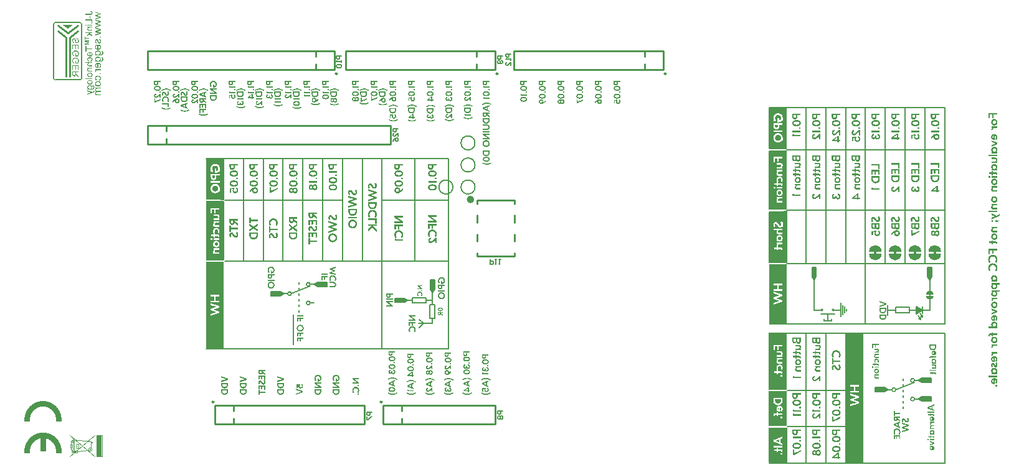
<source format=gbo>
G04*
G04 #@! TF.GenerationSoftware,Altium Limited,Altium Designer,22.6.1 (34)*
G04*
G04 Layer_Color=32896*
%FSLAX24Y24*%
%MOIN*%
G70*
G04*
G04 #@! TF.SameCoordinates,198B4140-4809-47D1-8AA6-A140D55DAB78*
G04*
G04*
G04 #@! TF.FilePolarity,Positive*
G04*
G01*
G75*
%ADD10C,0.0060*%
%ADD11C,0.0100*%
%ADD12C,0.0059*%
%ADD17C,0.0200*%
%ADD18C,0.0049*%
%ADD19C,0.0050*%
%ADD20C,0.0079*%
%ADD22C,0.0080*%
%ADD282C,0.0110*%
%ADD283C,0.0120*%
%ADD284R,0.0289X0.1150*%
%ADD285R,0.0980X0.0258*%
%ADD286R,0.0980X0.0226*%
%ADD287R,0.0980X0.0277*%
%ADD288R,0.0200X0.2250*%
%ADD289R,0.0160X0.3170*%
%ADD290R,0.0200X0.3180*%
%ADD291R,0.0160X0.2240*%
%ADD292R,0.0190X0.2790*%
%ADD293R,0.0180X0.1993*%
%ADD294R,0.0160X0.2759*%
%ADD295R,0.0980X0.0940*%
%ADD296R,0.0170X0.1811*%
%ADD297R,0.0980X0.0597*%
%ADD298R,0.0980X0.0431*%
%ADD299R,0.0980X0.1000*%
%ADD300R,0.0980X0.0295*%
%ADD301R,0.0980X0.0267*%
%ADD302R,0.0980X0.0413*%
%ADD303R,0.0170X0.4400*%
%ADD304R,0.0180X0.4430*%
%ADD305R,0.0980X0.0275*%
%ADD306R,0.0980X0.0234*%
%ADD307R,0.0180X0.4593*%
%ADD308R,0.0980X0.2730*%
%ADD309R,0.0170X0.5841*%
%ADD310R,0.0980X0.2980*%
%ADD311R,0.0980X0.0270*%
%ADD312R,0.0980X0.0343*%
%ADD313R,0.0160X0.1859*%
%ADD314R,0.0190X0.1890*%
%ADD315R,0.0160X0.3050*%
%ADD316R,0.0200X0.1890*%
%ADD317R,0.0160X0.1890*%
%ADD318R,0.0200X0.3050*%
%ADD319R,0.0980X0.0312*%
%ADD320R,0.0980X0.0596*%
%ADD321R,0.0980X0.0584*%
G36*
X1156Y1742D02*
X1146Y1740D01*
X1124Y1735D01*
X1103Y1729D01*
X1083Y1722D01*
X1062Y1715D01*
X1042Y1707D01*
X1022Y1698D01*
X1002Y1689D01*
X982Y1679D01*
X963Y1669D01*
X944Y1658D01*
X926Y1646D01*
X908Y1634D01*
X890Y1621D01*
X873Y1608D01*
X856Y1594D01*
X839Y1580D01*
X823Y1565D01*
X808Y1550D01*
X792Y1534D01*
X778Y1518D01*
X764Y1501D01*
X750Y1484D01*
X737Y1467D01*
X725Y1449D01*
X713Y1430D01*
X702Y1412D01*
X691Y1393D01*
X681Y1373D01*
X671Y1354D01*
X663Y1334D01*
X654Y1314D01*
X647Y1293D01*
X640Y1272D01*
X633Y1252D01*
X628Y1230D01*
X623Y1209D01*
X618Y1188D01*
X615Y1166D01*
X612Y1145D01*
X609Y1123D01*
X608Y1101D01*
X607Y1079D01*
X606Y1058D01*
X607Y1036D01*
X608Y1014D01*
X610Y992D01*
X612Y971D01*
X614Y960D01*
X614D01*
X315Y960D01*
X313Y974D01*
X311Y1001D01*
X310Y1029D01*
X310Y1057D01*
X310Y1084D01*
X311Y1112D01*
X313Y1140D01*
X316Y1167D01*
X319Y1195D01*
X323Y1222D01*
X328Y1250D01*
X334Y1277D01*
X340Y1304D01*
X347Y1330D01*
X355Y1357D01*
X364Y1383D01*
X373Y1409D01*
X383Y1435D01*
X394Y1461D01*
X406Y1486D01*
X418Y1511D01*
X431Y1535D01*
X445Y1560D01*
X459Y1583D01*
X474Y1607D01*
X489Y1630D01*
X506Y1652D01*
X522Y1674D01*
X540Y1696D01*
X558Y1717D01*
X576Y1738D01*
X596Y1758D01*
X615Y1777D01*
X636Y1796D01*
X656Y1814D01*
X678Y1832D01*
X699Y1849D01*
X722Y1866D01*
X744Y1882D01*
X767Y1897D01*
X791Y1912D01*
X815Y1926D01*
X839Y1939D01*
X864Y1952D01*
X889Y1964D01*
X914Y1975D01*
X940Y1986D01*
X966Y1995D01*
X992Y2005D01*
X1019Y2013D01*
X1045Y2021D01*
X1072Y2027D01*
X1099Y2034D01*
X1126Y2039D01*
X1154Y2043D01*
X1181Y2047D01*
X1209Y2050D01*
X1236Y2053D01*
X1264Y2054D01*
X1292Y2055D01*
X1319D01*
X1347Y2054D01*
X1375Y2053D01*
X1402Y2050D01*
X1430Y2047D01*
X1458Y2043D01*
X1485Y2039D01*
X1512Y2034D01*
X1539Y2027D01*
X1566Y2021D01*
X1593Y2013D01*
X1619Y2005D01*
X1645Y1995D01*
X1671Y1986D01*
X1697Y1975D01*
X1722Y1964D01*
X1747Y1952D01*
X1772Y1939D01*
X1796Y1926D01*
X1820Y1912D01*
X1844Y1897D01*
X1867Y1882D01*
X1890Y1866D01*
X1912Y1849D01*
X1934Y1832D01*
X1955Y1814D01*
X1976Y1796D01*
X1996Y1777D01*
X2016Y1758D01*
X2035Y1738D01*
X2053Y1717D01*
X2071Y1696D01*
X2089Y1674D01*
X2106Y1652D01*
X2122Y1630D01*
X2137Y1607D01*
X2152Y1583D01*
X2167Y1560D01*
X2180Y1535D01*
X2193Y1511D01*
X2205Y1486D01*
X2217Y1461D01*
X2228Y1435D01*
X2238Y1409D01*
X2247Y1383D01*
X2256Y1357D01*
X2264Y1330D01*
X2271Y1304D01*
X2277Y1277D01*
X2283Y1250D01*
X2288Y1222D01*
X2292Y1195D01*
X2296Y1167D01*
X2298Y1140D01*
X2300Y1112D01*
X2301Y1084D01*
X2301Y1057D01*
X2301Y1029D01*
X2300Y1001D01*
X2298Y974D01*
X2296Y960D01*
X2296Y960D01*
X1998D01*
X1999Y971D01*
X2002Y992D01*
X2003Y1014D01*
X2004Y1036D01*
X2005Y1058D01*
X2004Y1079D01*
X2004Y1101D01*
X2002Y1123D01*
X2000Y1145D01*
X1997Y1166D01*
X1993Y1188D01*
X1988Y1209D01*
X1983Y1230D01*
X1978Y1252D01*
X1971Y1272D01*
X1965Y1293D01*
X1957Y1314D01*
X1949Y1334D01*
X1940Y1354D01*
X1930Y1373D01*
X1920Y1393D01*
X1909Y1412D01*
X1898Y1430D01*
X1886Y1449D01*
X1874Y1467D01*
X1861Y1484D01*
X1847Y1501D01*
X1833Y1518D01*
X1819Y1534D01*
X1804Y1550D01*
X1788Y1565D01*
X1772Y1580D01*
X1756Y1594D01*
X1739Y1608D01*
X1721Y1621D01*
X1704Y1634D01*
X1685Y1646D01*
X1667Y1658D01*
X1648Y1669D01*
X1629Y1679D01*
X1609Y1689D01*
X1590Y1698D01*
X1569Y1707D01*
X1549Y1715D01*
X1529Y1722D01*
X1508Y1729D01*
X1487Y1735D01*
X1466Y1740D01*
X1455Y1742D01*
X1455Y1742D01*
Y1059D01*
X1156Y1059D01*
Y1742D01*
D02*
G37*
G36*
X315Y2653D02*
X313Y2666D01*
X311Y2694D01*
X310Y2722D01*
X310Y2749D01*
X310Y2777D01*
X311Y2805D01*
X313Y2833D01*
X316Y2860D01*
X319Y2888D01*
X323Y2915D01*
X328Y2942D01*
X334Y2970D01*
X340Y2997D01*
X347Y3023D01*
X355Y3050D01*
X364Y3076D01*
X373Y3102D01*
X383Y3128D01*
X394Y3154D01*
X406Y3179D01*
X418Y3204D01*
X431Y3228D01*
X445Y3252D01*
X459Y3276D01*
X474Y3300D01*
X489Y3323D01*
X506Y3345D01*
X522Y3367D01*
X540Y3389D01*
X558Y3410D01*
X576Y3430D01*
X596Y3450D01*
X615Y3470D01*
X636Y3489D01*
X656Y3507D01*
X678Y3525D01*
X699Y3542D01*
X722Y3559D01*
X744Y3575D01*
X767Y3590D01*
X791Y3605D01*
X815Y3619D01*
X839Y3632D01*
X864Y3645D01*
X889Y3657D01*
X914Y3668D01*
X940Y3678D01*
X966Y3688D01*
X992Y3697D01*
X1019Y3706D01*
X1045Y3713D01*
X1072Y3720D01*
X1099Y3726D01*
X1126Y3732D01*
X1154Y3736D01*
X1181Y3740D01*
X1209Y3743D01*
X1236Y3746D01*
X1264Y3747D01*
X1292Y3748D01*
X1319D01*
X1347Y3747D01*
X1375Y3746D01*
X1402Y3743D01*
X1430Y3740D01*
X1458Y3736D01*
X1485Y3732D01*
X1512Y3726D01*
X1539Y3720D01*
X1566Y3713D01*
X1593Y3706D01*
X1619Y3697D01*
X1645Y3688D01*
X1671Y3678D01*
X1697Y3668D01*
X1722Y3657D01*
X1747Y3645D01*
X1772Y3632D01*
X1796Y3619D01*
X1820Y3605D01*
X1844Y3590D01*
X1867Y3575D01*
X1890Y3559D01*
X1912Y3542D01*
X1934Y3525D01*
X1955Y3507D01*
X1976Y3489D01*
X1996Y3470D01*
X2016Y3450D01*
X2035Y3430D01*
X2053Y3410D01*
X2071Y3389D01*
X2089Y3367D01*
X2106Y3345D01*
X2122Y3323D01*
X2137Y3300D01*
X2152Y3276D01*
X2167Y3252D01*
X2180Y3228D01*
X2193Y3204D01*
X2205Y3179D01*
X2217Y3154D01*
X2228Y3128D01*
X2238Y3102D01*
X2247Y3076D01*
X2256Y3050D01*
X2264Y3023D01*
X2271Y2997D01*
X2277Y2970D01*
X2283Y2942D01*
X2288Y2915D01*
X2292Y2888D01*
X2296Y2860D01*
X2298Y2833D01*
X2300Y2805D01*
X2301Y2777D01*
X2301Y2749D01*
X2301Y2722D01*
X2300Y2694D01*
X2298Y2666D01*
X2296Y2653D01*
X2296Y2653D01*
X1998D01*
X1999Y2664D01*
X2002Y2687D01*
X2003Y2710D01*
X2004Y2733D01*
X2005Y2756D01*
X2004Y2779D01*
X2003Y2802D01*
X2001Y2825D01*
X1998Y2848D01*
X1995Y2871D01*
X1990Y2893D01*
X1985Y2916D01*
X1980Y2938D01*
X1973Y2960D01*
X1966Y2982D01*
X1958Y3004D01*
X1949Y3025D01*
X1940Y3046D01*
X1930Y3067D01*
X1919Y3087D01*
X1908Y3107D01*
X1896Y3127D01*
X1883Y3146D01*
X1870Y3165D01*
X1856Y3183D01*
X1841Y3201D01*
X1826Y3219D01*
X1811Y3235D01*
X1795Y3252D01*
X1778Y3268D01*
X1761Y3283D01*
X1743Y3298D01*
X1725Y3312D01*
X1706Y3325D01*
X1687Y3338D01*
X1667Y3350D01*
X1647Y3362D01*
X1627Y3373D01*
X1606Y3383D01*
X1586Y3393D01*
X1564Y3402D01*
X1543Y3410D01*
X1521Y3417D01*
X1499Y3424D01*
X1477Y3430D01*
X1454Y3435D01*
X1432Y3440D01*
X1409Y3444D01*
X1386Y3447D01*
X1363Y3449D01*
X1340Y3450D01*
X1317Y3451D01*
X1294D01*
X1271Y3450D01*
X1248Y3449D01*
X1225Y3447D01*
X1202Y3444D01*
X1180Y3440D01*
X1157Y3435D01*
X1135Y3430D01*
X1112Y3424D01*
X1090Y3417D01*
X1068Y3410D01*
X1047Y3402D01*
X1026Y3393D01*
X1005Y3383D01*
X984Y3373D01*
X964Y3362D01*
X944Y3350D01*
X924Y3338D01*
X905Y3325D01*
X887Y3312D01*
X868Y3298D01*
X851Y3283D01*
X833Y3268D01*
X817Y3252D01*
X800Y3235D01*
X785Y3219D01*
X770Y3201D01*
X755Y3183D01*
X741Y3165D01*
X728Y3146D01*
X715Y3127D01*
X703Y3107D01*
X692Y3087D01*
X681Y3067D01*
X671Y3046D01*
X662Y3025D01*
X653Y3004D01*
X645Y2982D01*
X638Y2960D01*
X632Y2938D01*
X626Y2916D01*
X621Y2893D01*
X617Y2871D01*
X613Y2848D01*
X610Y2825D01*
X608Y2802D01*
X607Y2779D01*
X606Y2756D01*
X607Y2733D01*
X608Y2710D01*
X609Y2687D01*
X612Y2664D01*
X614Y2653D01*
X614D01*
X315Y2653D01*
D02*
G37*
G36*
X13499Y9366D02*
X13503Y9370D01*
Y9602D01*
X14018D01*
X14098Y9551D01*
X14137Y9523D01*
X14145Y9500D01*
Y9496D01*
X14019Y9370D01*
X13846D01*
X13499Y9366D01*
D02*
G37*
G36*
X16501Y10134D02*
X16497Y10130D01*
Y9898D01*
X15982D01*
X15902Y9949D01*
X15863Y9977D01*
X15855Y10000D01*
Y10004D01*
X15981Y10130D01*
X16154D01*
X16501Y10134D01*
D02*
G37*
G36*
X2345Y23921D02*
X2915D01*
X2630Y23707D01*
X2345Y23921D01*
D02*
G37*
G36*
X20149Y9012D02*
X20153Y9016D01*
Y9248D01*
X20668D01*
X20748Y9197D01*
X20787Y9169D01*
X20795Y9146D01*
Y9142D01*
X20669Y9016D01*
X20496D01*
X20149Y9012D01*
D02*
G37*
G36*
X22016Y10237D02*
X22020Y10233D01*
X22252D01*
Y9718D01*
X22201Y9638D01*
X22173Y9599D01*
X22150Y9591D01*
X22146D01*
X22020Y9717D01*
Y9890D01*
X22016Y10237D01*
D02*
G37*
G36*
X42441Y10906D02*
X42445Y10902D01*
X42677D01*
Y10387D01*
X42626Y10307D01*
X42599Y10268D01*
X42575Y10260D01*
X42571D01*
X42445Y10386D01*
Y10559D01*
X42441Y10906D01*
D02*
G37*
G36*
X45839Y4221D02*
X45843Y4225D01*
Y4457D01*
X46358D01*
X46438Y4406D01*
X46477Y4378D01*
X46485Y4355D01*
Y4351D01*
X46359Y4225D01*
X46186D01*
X45839Y4221D01*
D02*
G37*
G36*
X45826Y11613D02*
X46148Y11614D01*
X46108Y11490D01*
X46068Y11420D01*
X45978Y11340D01*
X45858Y11320D01*
X45758Y11350D01*
X45688Y11360D01*
X45608Y11420D01*
X45568Y11490D01*
X45518Y11614D01*
X45826Y11613D01*
D02*
G37*
G36*
X45870Y11776D02*
X45548Y11775D01*
X45588Y11900D01*
X45628Y11970D01*
X45718Y12050D01*
X45838Y12070D01*
X45938Y12040D01*
X46008Y12030D01*
X46088Y11970D01*
X46128Y11900D01*
X46178Y11775D01*
X45870Y11776D01*
D02*
G37*
G36*
X48841Y3989D02*
X48837Y3985D01*
Y3753D01*
X48322D01*
X48242Y3804D01*
X48203Y3831D01*
X48195Y3855D01*
Y3859D01*
X48321Y3985D01*
X48494D01*
X48841Y3989D01*
D02*
G37*
G36*
Y4989D02*
X48837Y4985D01*
Y4753D01*
X48322D01*
X48242Y4804D01*
X48203Y4831D01*
X48195Y4855D01*
Y4859D01*
X48321Y4985D01*
X48494D01*
X48841Y4989D01*
D02*
G37*
G36*
X48032Y8433D02*
X48236Y8550D01*
X48332Y8605D01*
X48272Y8680D01*
X48113Y8771D01*
X48020Y8814D01*
X48008Y8613D01*
X48032Y8433D01*
D02*
G37*
G36*
X48930Y9380D02*
X48959Y9351D01*
X48944Y9304D01*
X48927Y9279D01*
X48898Y9250D01*
X48875Y9229D01*
X48836Y9206D01*
X48799Y9195D01*
X48712Y9197D01*
X48684Y9207D01*
X48630Y9240D01*
X48598Y9273D01*
X48575Y9309D01*
X48563Y9349D01*
X48570Y9369D01*
X48590Y9380D01*
X48930D01*
D02*
G37*
G36*
X48590Y9461D02*
X48561Y9491D01*
X48576Y9537D01*
X48593Y9563D01*
X48622Y9592D01*
X48645Y9613D01*
X48684Y9636D01*
X48721Y9647D01*
X48808Y9645D01*
X48836Y9635D01*
X48890Y9602D01*
X48922Y9569D01*
X48944Y9532D01*
X48957Y9493D01*
X48950Y9473D01*
X48929Y9461D01*
X48590Y9461D01*
D02*
G37*
G36*
X48621Y10906D02*
X48625Y10902D01*
X48857D01*
Y10387D01*
X48806Y10307D01*
X48779Y10268D01*
X48755Y10260D01*
X48751D01*
X48625Y10386D01*
Y10559D01*
X48621Y10906D01*
D02*
G37*
G36*
X49118Y12040D02*
X49188Y12030D01*
X49268Y11970D01*
X49308Y11900D01*
X49358Y11775D01*
X49050Y11776D01*
X48728Y11775D01*
X48768Y11900D01*
X48808Y11970D01*
X48898Y12050D01*
X49018Y12070D01*
X49118Y12040D01*
D02*
G37*
G36*
X48058D02*
X48128Y12030D01*
X48208Y11970D01*
X48248Y11900D01*
X48298Y11775D01*
X47990Y11776D01*
X47668Y11775D01*
X47708Y11900D01*
X47748Y11970D01*
X47838Y12050D01*
X47958Y12070D01*
X48058Y12040D01*
D02*
G37*
G36*
X46998Y12038D02*
X47068Y12028D01*
X47148Y11968D01*
X47188Y11898D01*
X47238Y11773D01*
X46930Y11774D01*
X46608Y11773D01*
X46648Y11898D01*
X46688Y11968D01*
X46778Y12048D01*
X46898Y12068D01*
X46998Y12038D01*
D02*
G37*
G36*
X49006Y11613D02*
X49328Y11614D01*
X49288Y11490D01*
X49248Y11420D01*
X49158Y11340D01*
X49038Y11320D01*
X48938Y11350D01*
X48868Y11360D01*
X48788Y11420D01*
X48748Y11490D01*
X48698Y11614D01*
X49006Y11613D01*
D02*
G37*
G36*
X47946D02*
X48268Y11614D01*
X48228Y11490D01*
X48188Y11420D01*
X48098Y11340D01*
X47978Y11320D01*
X47878Y11350D01*
X47808Y11360D01*
X47728Y11420D01*
X47688Y11490D01*
X47638Y11614D01*
X47946Y11613D01*
D02*
G37*
G36*
X46886Y11611D02*
X47208Y11612D01*
X47168Y11488D01*
X47128Y11418D01*
X47038Y11338D01*
X46918Y11318D01*
X46818Y11348D01*
X46748Y11358D01*
X46668Y11418D01*
X46628Y11488D01*
X46578Y11612D01*
X46886Y11611D01*
D02*
G37*
G36*
X46890Y3114D02*
X47185D01*
Y3050D01*
X46890D01*
Y2952D01*
X46829D01*
Y3212D01*
X46890D01*
Y3114D01*
D02*
G37*
G36*
X47606Y2832D02*
X47611Y2822D01*
X47616Y2813D01*
X47619Y2804D01*
X47621Y2800D01*
X47622Y2796D01*
X47623Y2793D01*
X47624Y2790D01*
X47625Y2788D01*
X47625Y2786D01*
X47626Y2785D01*
Y2785D01*
X47629Y2773D01*
X47631Y2761D01*
X47632Y2750D01*
X47633Y2745D01*
X47634Y2740D01*
X47634Y2736D01*
X47634Y2731D01*
Y2728D01*
X47635Y2725D01*
Y2719D01*
X47634Y2709D01*
X47634Y2699D01*
X47632Y2690D01*
X47631Y2681D01*
X47629Y2673D01*
X47627Y2666D01*
X47624Y2659D01*
X47621Y2653D01*
X47619Y2648D01*
X47617Y2643D01*
X47614Y2639D01*
X47613Y2636D01*
X47611Y2633D01*
X47610Y2631D01*
X47609Y2630D01*
X47609Y2630D01*
X47603Y2624D01*
X47598Y2619D01*
X47592Y2615D01*
X47586Y2611D01*
X47579Y2608D01*
X47573Y2605D01*
X47567Y2603D01*
X47561Y2602D01*
X47555Y2600D01*
X47549Y2599D01*
X47545Y2599D01*
X47541Y2598D01*
X47537D01*
X47535Y2597D01*
X47533D01*
X47532D01*
X47521Y2598D01*
X47510Y2600D01*
X47500Y2602D01*
X47496Y2604D01*
X47492Y2605D01*
X47489Y2606D01*
X47486Y2608D01*
X47483Y2609D01*
X47481Y2610D01*
X47479Y2611D01*
X47478Y2612D01*
X47477Y2613D01*
X47477D01*
X47472Y2616D01*
X47468Y2619D01*
X47460Y2626D01*
X47452Y2634D01*
X47446Y2641D01*
X47440Y2648D01*
X47438Y2651D01*
X47436Y2654D01*
X47434Y2656D01*
X47433Y2657D01*
X47432Y2658D01*
X47432Y2659D01*
X47389Y2720D01*
X47385Y2726D01*
X47382Y2730D01*
X47378Y2734D01*
X47376Y2737D01*
X47373Y2739D01*
X47372Y2741D01*
X47371Y2741D01*
X47371Y2742D01*
X47368Y2744D01*
X47364Y2745D01*
X47361Y2746D01*
X47358Y2747D01*
X47356Y2747D01*
X47354Y2748D01*
X47352D01*
X47352D01*
X47348Y2747D01*
X47344Y2746D01*
X47340Y2744D01*
X47337Y2742D01*
X47335Y2739D01*
X47333Y2736D01*
X47331Y2733D01*
X47330Y2729D01*
X47328Y2722D01*
X47327Y2719D01*
X47327Y2716D01*
X47326Y2714D01*
Y2710D01*
X47327Y2704D01*
X47327Y2698D01*
X47328Y2691D01*
X47330Y2685D01*
X47333Y2672D01*
X47335Y2666D01*
X47337Y2660D01*
X47339Y2655D01*
X47341Y2650D01*
X47343Y2646D01*
X47345Y2642D01*
X47346Y2639D01*
X47347Y2637D01*
X47348Y2635D01*
X47348Y2635D01*
X47289Y2607D01*
X47284Y2617D01*
X47280Y2627D01*
X47277Y2636D01*
X47274Y2646D01*
X47272Y2655D01*
X47270Y2664D01*
X47268Y2672D01*
X47267Y2679D01*
X47266Y2686D01*
X47265Y2692D01*
X47265Y2698D01*
X47264Y2702D01*
X47264Y2706D01*
Y2711D01*
X47264Y2720D01*
X47265Y2729D01*
X47266Y2737D01*
X47268Y2744D01*
X47269Y2751D01*
X47272Y2758D01*
X47274Y2764D01*
X47276Y2769D01*
X47278Y2774D01*
X47280Y2778D01*
X47283Y2781D01*
X47285Y2784D01*
X47286Y2786D01*
X47287Y2788D01*
X47288Y2789D01*
X47288Y2789D01*
X47293Y2794D01*
X47298Y2798D01*
X47303Y2802D01*
X47309Y2805D01*
X47314Y2808D01*
X47320Y2810D01*
X47325Y2812D01*
X47330Y2813D01*
X47335Y2814D01*
X47340Y2815D01*
X47344Y2816D01*
X47347Y2816D01*
X47350D01*
X47352Y2817D01*
X47354D01*
X47354D01*
X47365Y2816D01*
X47374Y2814D01*
X47383Y2812D01*
X47390Y2810D01*
X47394Y2809D01*
X47397Y2807D01*
X47399Y2806D01*
X47401Y2805D01*
X47403Y2804D01*
X47404Y2804D01*
X47405Y2803D01*
X47406D01*
X47414Y2797D01*
X47422Y2790D01*
X47429Y2783D01*
X47435Y2776D01*
X47441Y2770D01*
X47443Y2767D01*
X47445Y2765D01*
X47446Y2763D01*
X47447Y2761D01*
X47448Y2761D01*
X47448Y2760D01*
X47489Y2703D01*
X47494Y2696D01*
X47499Y2690D01*
X47503Y2686D01*
X47506Y2682D01*
X47509Y2679D01*
X47511Y2677D01*
X47513Y2676D01*
X47513Y2675D01*
X47517Y2672D01*
X47521Y2671D01*
X47525Y2669D01*
X47528Y2668D01*
X47531Y2667D01*
X47534Y2667D01*
X47535D01*
X47536D01*
X47542Y2667D01*
X47547Y2669D01*
X47551Y2671D01*
X47555Y2673D01*
X47558Y2676D01*
X47560Y2678D01*
X47562Y2679D01*
X47562Y2680D01*
X47565Y2685D01*
X47568Y2691D01*
X47569Y2697D01*
X47571Y2703D01*
X47572Y2709D01*
X47572Y2713D01*
Y2717D01*
X47572Y2725D01*
X47571Y2734D01*
X47569Y2742D01*
X47567Y2750D01*
X47562Y2766D01*
X47559Y2774D01*
X47556Y2781D01*
X47554Y2788D01*
X47551Y2794D01*
X47548Y2800D01*
X47546Y2804D01*
X47544Y2808D01*
X47542Y2811D01*
X47541Y2813D01*
X47541Y2813D01*
X47600Y2842D01*
X47606Y2832D01*
D02*
G37*
G36*
X47185Y2849D02*
X47044D01*
Y2825D01*
X47185Y2728D01*
Y2646D01*
X47040Y2751D01*
X47038Y2744D01*
X47036Y2737D01*
X47034Y2731D01*
X47031Y2725D01*
X47028Y2720D01*
X47025Y2715D01*
X47022Y2710D01*
X47019Y2706D01*
X47016Y2702D01*
X47014Y2699D01*
X47011Y2696D01*
X47009Y2694D01*
X47007Y2692D01*
X47006Y2691D01*
X47005Y2690D01*
X47004Y2690D01*
X46999Y2686D01*
X46994Y2683D01*
X46988Y2680D01*
X46982Y2677D01*
X46977Y2675D01*
X46971Y2674D01*
X46961Y2671D01*
X46956Y2670D01*
X46951Y2669D01*
X46947Y2669D01*
X46944Y2668D01*
X46941Y2668D01*
X46939D01*
X46938D01*
X46937D01*
X46925Y2669D01*
X46915Y2670D01*
X46905Y2672D01*
X46901Y2674D01*
X46897Y2675D01*
X46893Y2676D01*
X46890Y2678D01*
X46887Y2679D01*
X46885Y2680D01*
X46883Y2681D01*
X46882Y2681D01*
X46881Y2682D01*
X46881D01*
X46872Y2688D01*
X46865Y2694D01*
X46858Y2701D01*
X46852Y2707D01*
X46848Y2713D01*
X46847Y2716D01*
X46845Y2718D01*
X46844Y2720D01*
X46844Y2721D01*
X46843Y2722D01*
Y2722D01*
X46838Y2732D01*
X46835Y2743D01*
X46832Y2753D01*
X46831Y2762D01*
X46830Y2766D01*
X46830Y2771D01*
X46830Y2774D01*
Y2777D01*
X46829Y2780D01*
Y2914D01*
X47185D01*
Y2849D01*
D02*
G37*
G36*
Y2570D02*
X47104Y2540D01*
Y2393D01*
X47185Y2363D01*
Y2291D01*
X46829Y2434D01*
Y2499D01*
X47185Y2642D01*
Y2570D01*
D02*
G37*
G36*
X47627Y2464D02*
Y2404D01*
X47378Y2323D01*
Y2321D01*
X47627Y2241D01*
Y2181D01*
X47271Y2068D01*
Y2142D01*
X47523Y2210D01*
Y2212D01*
X47271Y2292D01*
Y2352D01*
X47523Y2433D01*
Y2433D01*
X47271Y2502D01*
Y2577D01*
X47627Y2464D01*
D02*
G37*
G36*
X47018Y2274D02*
X47027Y2274D01*
X47037Y2272D01*
X47046Y2271D01*
X47055Y2269D01*
X47062Y2267D01*
X47070Y2265D01*
X47077Y2262D01*
X47083Y2260D01*
X47089Y2258D01*
X47093Y2256D01*
X47097Y2254D01*
X47100Y2252D01*
X47103Y2251D01*
X47104Y2251D01*
X47105Y2250D01*
X47113Y2245D01*
X47120Y2240D01*
X47127Y2235D01*
X47133Y2229D01*
X47138Y2223D01*
X47144Y2218D01*
X47149Y2212D01*
X47153Y2207D01*
X47157Y2202D01*
X47160Y2197D01*
X47163Y2193D01*
X47165Y2189D01*
X47167Y2186D01*
X47169Y2184D01*
X47169Y2182D01*
X47170Y2182D01*
X47174Y2174D01*
X47177Y2165D01*
X47180Y2157D01*
X47183Y2148D01*
X47185Y2139D01*
X47187Y2131D01*
X47189Y2123D01*
X47190Y2116D01*
X47191Y2109D01*
X47192Y2102D01*
X47192Y2096D01*
X47192Y2092D01*
X47193Y2088D01*
Y2082D01*
X47192Y2069D01*
X47191Y2056D01*
X47189Y2044D01*
X47187Y2032D01*
X47184Y2021D01*
X47180Y2010D01*
X47177Y2000D01*
X47173Y1992D01*
X47170Y1983D01*
X47166Y1976D01*
X47163Y1970D01*
X47160Y1965D01*
X47158Y1960D01*
X47155Y1957D01*
X47154Y1955D01*
X47154Y1955D01*
X47097Y1993D01*
X47102Y2000D01*
X47107Y2009D01*
X47111Y2017D01*
X47114Y2024D01*
X47117Y2032D01*
X47119Y2040D01*
X47121Y2047D01*
X47123Y2054D01*
X47124Y2060D01*
X47125Y2065D01*
X47126Y2070D01*
X47126Y2075D01*
Y2078D01*
X47127Y2081D01*
Y2083D01*
X47126Y2095D01*
X47124Y2107D01*
X47122Y2117D01*
X47121Y2122D01*
X47119Y2127D01*
X47118Y2131D01*
X47117Y2134D01*
X47115Y2137D01*
X47114Y2140D01*
X47113Y2142D01*
X47113Y2144D01*
X47112Y2144D01*
Y2145D01*
X47106Y2154D01*
X47099Y2163D01*
X47092Y2170D01*
X47085Y2176D01*
X47079Y2181D01*
X47077Y2183D01*
X47075Y2185D01*
X47073Y2186D01*
X47071Y2187D01*
X47071Y2187D01*
X47070Y2188D01*
X47059Y2193D01*
X47049Y2196D01*
X47038Y2199D01*
X47028Y2201D01*
X47024Y2202D01*
X47020Y2202D01*
X47016Y2203D01*
X47013D01*
X47011Y2203D01*
X47009D01*
X47008D01*
X47007D01*
X46994Y2202D01*
X46982Y2200D01*
X46972Y2198D01*
X46967Y2197D01*
X46963Y2195D01*
X46959Y2194D01*
X46955Y2192D01*
X46952Y2191D01*
X46949Y2190D01*
X46947Y2189D01*
X46946Y2188D01*
X46945Y2188D01*
X46945D01*
X46935Y2181D01*
X46927Y2174D01*
X46920Y2167D01*
X46914Y2160D01*
X46909Y2154D01*
X46907Y2151D01*
X46906Y2149D01*
X46904Y2147D01*
X46904Y2146D01*
X46903Y2145D01*
Y2145D01*
X46898Y2134D01*
X46894Y2123D01*
X46892Y2113D01*
X46890Y2103D01*
X46889Y2099D01*
X46889Y2095D01*
X46889Y2092D01*
Y2089D01*
X46888Y2086D01*
Y2083D01*
X46889Y2074D01*
X46889Y2065D01*
X46891Y2057D01*
X46893Y2048D01*
X46895Y2041D01*
X46897Y2033D01*
X46900Y2026D01*
X46903Y2020D01*
X46906Y2014D01*
X46909Y2009D01*
X46911Y2004D01*
X46913Y2000D01*
X46915Y1997D01*
X46917Y1995D01*
X46917Y1993D01*
X46918Y1993D01*
X46861Y1955D01*
X46854Y1965D01*
X46848Y1976D01*
X46843Y1987D01*
X46838Y1998D01*
X46834Y2009D01*
X46831Y2020D01*
X46829Y2030D01*
X46827Y2039D01*
X46825Y2048D01*
X46824Y2057D01*
X46823Y2064D01*
X46823Y2070D01*
X46822Y2075D01*
X46822Y2079D01*
Y2082D01*
X46822Y2092D01*
X46823Y2102D01*
X46824Y2112D01*
X46825Y2121D01*
X46827Y2130D01*
X46829Y2138D01*
X46831Y2146D01*
X46833Y2153D01*
X46835Y2159D01*
X46838Y2165D01*
X46840Y2170D01*
X46841Y2174D01*
X46843Y2178D01*
X46844Y2180D01*
X46845Y2182D01*
X46845Y2182D01*
X46849Y2190D01*
X46854Y2198D01*
X46859Y2205D01*
X46865Y2211D01*
X46870Y2217D01*
X46876Y2223D01*
X46881Y2228D01*
X46886Y2233D01*
X46891Y2237D01*
X46896Y2240D01*
X46900Y2243D01*
X46903Y2246D01*
X46906Y2248D01*
X46908Y2249D01*
X46910Y2250D01*
X46910Y2250D01*
X46918Y2255D01*
X46926Y2258D01*
X46935Y2262D01*
X46943Y2264D01*
X46951Y2267D01*
X46959Y2269D01*
X46967Y2270D01*
X46975Y2272D01*
X46981Y2272D01*
X46987Y2273D01*
X46993Y2274D01*
X46998Y2274D01*
X47002Y2275D01*
X47005D01*
X47007D01*
X47007D01*
X47018Y2274D01*
D02*
G37*
G36*
X47185Y1698D02*
X47124D01*
Y1847D01*
X47021D01*
Y1714D01*
X46962D01*
Y1847D01*
X46890D01*
Y1701D01*
X46829D01*
Y1912D01*
X47185D01*
Y1698D01*
D02*
G37*
G36*
X10917Y6550D02*
X10099D01*
Y11200D01*
X10917D01*
Y6550D01*
D02*
G37*
G36*
X16987Y10879D02*
X16756Y10824D01*
Y10823D01*
X16935Y10750D01*
Y10703D01*
X16756Y10630D01*
Y10628D01*
X16987Y10575D01*
Y10506D01*
X16631Y10594D01*
Y10645D01*
X16834Y10726D01*
Y10727D01*
X16631Y10808D01*
Y10858D01*
X16987Y10947D01*
Y10879D01*
D02*
G37*
G36*
X16553Y10501D02*
X16197D01*
Y10566D01*
X16553D01*
Y10501D01*
D02*
G37*
G36*
Y10369D02*
X16405D01*
Y10233D01*
X16345D01*
Y10369D01*
X16258D01*
Y10218D01*
X16197D01*
Y10434D01*
X16553D01*
Y10369D01*
D02*
G37*
G36*
X16820Y10489D02*
X16829Y10489D01*
X16839Y10487D01*
X16848Y10486D01*
X16857Y10484D01*
X16865Y10482D01*
X16872Y10480D01*
X16879Y10478D01*
X16885Y10475D01*
X16891Y10473D01*
X16896Y10471D01*
X16900Y10469D01*
X16903Y10468D01*
X16905Y10466D01*
X16907Y10466D01*
X16907Y10465D01*
X16915Y10461D01*
X16922Y10455D01*
X16929Y10450D01*
X16935Y10444D01*
X16941Y10438D01*
X16946Y10433D01*
X16951Y10427D01*
X16955Y10422D01*
X16959Y10417D01*
X16962Y10412D01*
X16965Y10408D01*
X16967Y10404D01*
X16969Y10401D01*
X16971Y10399D01*
X16972Y10397D01*
X16972Y10397D01*
X16976Y10389D01*
X16979Y10380D01*
X16983Y10372D01*
X16985Y10363D01*
X16987Y10354D01*
X16989Y10346D01*
X16991Y10338D01*
X16992Y10331D01*
X16993Y10324D01*
X16994Y10317D01*
X16994Y10311D01*
X16994Y10307D01*
X16995Y10303D01*
Y10297D01*
X16994Y10284D01*
X16993Y10271D01*
X16991Y10259D01*
X16989Y10247D01*
X16986Y10236D01*
X16983Y10225D01*
X16979Y10216D01*
X16975Y10207D01*
X16972Y10199D01*
X16968Y10191D01*
X16965Y10185D01*
X16962Y10180D01*
X16960Y10175D01*
X16958Y10172D01*
X16956Y10171D01*
X16956Y10170D01*
X16899Y10208D01*
X16904Y10216D01*
X16909Y10224D01*
X16913Y10232D01*
X16916Y10240D01*
X16919Y10247D01*
X16921Y10255D01*
X16924Y10262D01*
X16925Y10269D01*
X16926Y10275D01*
X16927Y10280D01*
X16928Y10285D01*
X16928Y10290D01*
Y10293D01*
X16929Y10296D01*
Y10298D01*
X16928Y10310D01*
X16927Y10322D01*
X16924Y10332D01*
X16923Y10337D01*
X16921Y10342D01*
X16920Y10346D01*
X16919Y10349D01*
X16917Y10352D01*
X16916Y10355D01*
X16915Y10357D01*
X16915Y10359D01*
X16914Y10359D01*
Y10360D01*
X16908Y10369D01*
X16901Y10378D01*
X16894Y10385D01*
X16887Y10392D01*
X16882Y10396D01*
X16879Y10398D01*
X16877Y10400D01*
X16875Y10401D01*
X16873Y10402D01*
X16873Y10402D01*
X16872Y10403D01*
X16862Y10408D01*
X16851Y10411D01*
X16841Y10414D01*
X16831Y10416D01*
X16826Y10417D01*
X16822Y10417D01*
X16818Y10418D01*
X16815D01*
X16813Y10418D01*
X16811D01*
X16810D01*
X16810D01*
X16797Y10417D01*
X16784Y10416D01*
X16774Y10413D01*
X16769Y10412D01*
X16765Y10410D01*
X16761Y10409D01*
X16757Y10407D01*
X16754Y10406D01*
X16752Y10405D01*
X16749Y10404D01*
X16748Y10403D01*
X16747Y10403D01*
X16747D01*
X16737Y10396D01*
X16729Y10389D01*
X16722Y10382D01*
X16716Y10375D01*
X16711Y10369D01*
X16709Y10366D01*
X16708Y10364D01*
X16707Y10362D01*
X16706Y10361D01*
X16705Y10360D01*
Y10360D01*
X16700Y10349D01*
X16697Y10338D01*
X16694Y10328D01*
X16692Y10318D01*
X16691Y10314D01*
X16691Y10310D01*
X16691Y10307D01*
Y10304D01*
X16690Y10301D01*
Y10298D01*
X16691Y10289D01*
X16691Y10280D01*
X16693Y10272D01*
X16695Y10264D01*
X16697Y10256D01*
X16700Y10248D01*
X16703Y10241D01*
X16705Y10235D01*
X16708Y10229D01*
X16711Y10224D01*
X16713Y10219D01*
X16715Y10215D01*
X16717Y10212D01*
X16719Y10210D01*
X16719Y10208D01*
X16720Y10208D01*
X16663Y10170D01*
X16656Y10180D01*
X16650Y10191D01*
X16645Y10202D01*
X16641Y10213D01*
X16636Y10224D01*
X16634Y10235D01*
X16631Y10245D01*
X16629Y10254D01*
X16627Y10264D01*
X16626Y10272D01*
X16625Y10279D01*
X16625Y10285D01*
X16624Y10290D01*
X16624Y10294D01*
Y10297D01*
X16624Y10307D01*
X16625Y10317D01*
X16626Y10327D01*
X16628Y10336D01*
X16629Y10345D01*
X16631Y10354D01*
X16634Y10361D01*
X16635Y10368D01*
X16638Y10375D01*
X16640Y10380D01*
X16642Y10385D01*
X16643Y10389D01*
X16645Y10393D01*
X16646Y10395D01*
X16647Y10397D01*
X16647Y10397D01*
X16652Y10405D01*
X16656Y10413D01*
X16662Y10420D01*
X16667Y10426D01*
X16672Y10432D01*
X16678Y10438D01*
X16683Y10443D01*
X16688Y10448D01*
X16693Y10452D01*
X16698Y10455D01*
X16702Y10458D01*
X16705Y10461D01*
X16708Y10463D01*
X16710Y10464D01*
X16712Y10465D01*
X16712Y10465D01*
X16720Y10470D01*
X16728Y10473D01*
X16737Y10477D01*
X16745Y10479D01*
X16753Y10482D01*
X16762Y10484D01*
X16769Y10485D01*
X16777Y10487D01*
X16783Y10487D01*
X16790Y10488D01*
X16796Y10489D01*
X16800Y10489D01*
X16804Y10490D01*
X16807D01*
X16809D01*
X16810D01*
X16820Y10489D01*
D02*
G37*
G36*
X16860Y10131D02*
X16872Y10130D01*
X16883Y10128D01*
X16893Y10125D01*
X16903Y10123D01*
X16911Y10119D01*
X16919Y10116D01*
X16927Y10112D01*
X16933Y10109D01*
X16939Y10105D01*
X16944Y10102D01*
X16948Y10099D01*
X16951Y10096D01*
X16953Y10094D01*
X16955Y10093D01*
X16955Y10093D01*
X16962Y10085D01*
X16968Y10077D01*
X16973Y10068D01*
X16978Y10059D01*
X16981Y10050D01*
X16985Y10041D01*
X16987Y10033D01*
X16990Y10024D01*
X16991Y10016D01*
X16992Y10008D01*
X16993Y10002D01*
X16994Y9996D01*
X16994Y9991D01*
X16994Y9987D01*
Y9984D01*
X16994Y9976D01*
X16994Y9968D01*
X16993Y9960D01*
X16991Y9952D01*
X16990Y9946D01*
X16989Y9939D01*
X16987Y9933D01*
X16986Y9928D01*
X16984Y9923D01*
X16982Y9918D01*
X16981Y9914D01*
X16979Y9911D01*
X16978Y9909D01*
X16977Y9907D01*
X16977Y9906D01*
X16977Y9906D01*
X16973Y9900D01*
X16969Y9894D01*
X16965Y9889D01*
X16961Y9884D01*
X16957Y9879D01*
X16952Y9875D01*
X16948Y9871D01*
X16944Y9868D01*
X16941Y9865D01*
X16937Y9862D01*
X16934Y9860D01*
X16931Y9858D01*
X16929Y9857D01*
X16927Y9856D01*
X16926Y9855D01*
X16925Y9855D01*
X16919Y9852D01*
X16912Y9849D01*
X16899Y9845D01*
X16886Y9842D01*
X16880Y9841D01*
X16874Y9840D01*
X16868Y9839D01*
X16863Y9838D01*
X16859Y9838D01*
X16855D01*
X16852Y9838D01*
X16849D01*
X16848D01*
X16847D01*
X16631D01*
Y9906D01*
X16843D01*
X16850Y9907D01*
X16857Y9907D01*
X16863Y9908D01*
X16869Y9910D01*
X16874Y9911D01*
X16880Y9913D01*
X16884Y9915D01*
X16889Y9917D01*
X16892Y9919D01*
X16896Y9921D01*
X16898Y9923D01*
X16901Y9924D01*
X16903Y9925D01*
X16904Y9927D01*
X16904Y9927D01*
X16905Y9927D01*
X16909Y9931D01*
X16912Y9936D01*
X16915Y9940D01*
X16918Y9945D01*
X16920Y9950D01*
X16922Y9955D01*
X16925Y9963D01*
X16926Y9968D01*
X16927Y9972D01*
X16927Y9975D01*
X16927Y9978D01*
X16928Y9981D01*
Y9984D01*
X16927Y9991D01*
X16927Y9997D01*
X16925Y10003D01*
X16924Y10008D01*
X16922Y10013D01*
X16920Y10018D01*
X16918Y10022D01*
X16916Y10026D01*
X16914Y10030D01*
X16912Y10033D01*
X16910Y10035D01*
X16908Y10037D01*
X16907Y10039D01*
X16906Y10040D01*
X16905Y10041D01*
X16905Y10041D01*
X16900Y10045D01*
X16896Y10048D01*
X16891Y10051D01*
X16886Y10054D01*
X16880Y10055D01*
X16875Y10057D01*
X16865Y10060D01*
X16861Y10061D01*
X16856Y10061D01*
X16853Y10062D01*
X16849Y10062D01*
X16847Y10062D01*
X16845D01*
X16843D01*
X16843D01*
X16631D01*
Y10131D01*
X16847D01*
X16860Y10131D01*
D02*
G37*
G36*
X52372Y19096D02*
X52176D01*
Y18916D01*
X52095D01*
Y19096D01*
X51979D01*
Y18896D01*
X51897D01*
Y19183D01*
X52372D01*
Y19096D01*
D02*
G37*
G36*
X52224Y18864D02*
X52233Y18864D01*
X52249Y18861D01*
X52264Y18858D01*
X52271Y18856D01*
X52276Y18853D01*
X52282Y18851D01*
X52287Y18849D01*
X52291Y18847D01*
X52295Y18846D01*
X52298Y18844D01*
X52300Y18843D01*
X52301Y18842D01*
X52302D01*
X52315Y18833D01*
X52327Y18823D01*
X52337Y18813D01*
X52345Y18803D01*
X52352Y18794D01*
X52355Y18790D01*
X52357Y18786D01*
X52358Y18784D01*
X52360Y18782D01*
X52360Y18780D01*
X52361Y18780D01*
X52364Y18773D01*
X52367Y18765D01*
X52373Y18749D01*
X52376Y18734D01*
X52379Y18720D01*
X52380Y18714D01*
X52381Y18709D01*
X52381Y18704D01*
Y18699D01*
X52382Y18696D01*
Y18691D01*
X52381Y18682D01*
X52381Y18673D01*
X52378Y18656D01*
X52377Y18648D01*
X52375Y18641D01*
X52373Y18634D01*
X52371Y18628D01*
X52369Y18622D01*
X52367Y18617D01*
X52365Y18613D01*
X52364Y18609D01*
X52363Y18606D01*
X52362Y18604D01*
X52361Y18602D01*
Y18602D01*
X52352Y18588D01*
X52342Y18575D01*
X52333Y18565D01*
X52323Y18556D01*
X52315Y18549D01*
X52311Y18546D01*
X52308Y18544D01*
X52305Y18542D01*
X52303Y18541D01*
X52302Y18540D01*
X52302D01*
X52294Y18536D01*
X52287Y18532D01*
X52272Y18527D01*
X52258Y18523D01*
X52244Y18520D01*
X52238Y18519D01*
X52233Y18518D01*
X52228Y18518D01*
X52223D01*
X52220Y18517D01*
X52217D01*
X52216D01*
X52215D01*
X52207D01*
X52198Y18518D01*
X52181Y18521D01*
X52167Y18525D01*
X52160Y18527D01*
X52154Y18529D01*
X52148Y18530D01*
X52144Y18532D01*
X52140Y18534D01*
X52136Y18536D01*
X52133Y18538D01*
X52131Y18539D01*
X52130Y18539D01*
X52129Y18540D01*
X52116Y18549D01*
X52104Y18559D01*
X52094Y18569D01*
X52086Y18579D01*
X52079Y18588D01*
X52076Y18592D01*
X52074Y18595D01*
X52072Y18598D01*
X52071Y18600D01*
X52070Y18601D01*
Y18602D01*
X52066Y18609D01*
X52063Y18617D01*
X52058Y18632D01*
X52054Y18647D01*
X52051Y18661D01*
X52051Y18667D01*
X52050Y18673D01*
X52049Y18678D01*
Y18683D01*
X52049Y18686D01*
Y18700D01*
X52050Y18709D01*
X52052Y18725D01*
X52056Y18741D01*
X52057Y18747D01*
X52059Y18754D01*
X52061Y18760D01*
X52063Y18765D01*
X52065Y18769D01*
X52067Y18773D01*
X52068Y18776D01*
X52069Y18778D01*
X52070Y18779D01*
X52070Y18780D01*
X52079Y18794D01*
X52088Y18807D01*
X52098Y18817D01*
X52108Y18826D01*
X52116Y18833D01*
X52120Y18836D01*
X52123Y18838D01*
X52126Y18840D01*
X52128Y18841D01*
X52129Y18842D01*
X52129Y18842D01*
X52137Y18846D01*
X52144Y18850D01*
X52159Y18855D01*
X52173Y18859D01*
X52186Y18862D01*
X52193Y18863D01*
X52198Y18864D01*
X52203Y18864D01*
X52207D01*
X52210Y18865D01*
X52213D01*
X52215D01*
X52215D01*
X52224Y18864D01*
D02*
G37*
G36*
X52372Y18380D02*
X52244D01*
X52234Y18380D01*
X52224Y18379D01*
X52215Y18378D01*
X52208Y18376D01*
X52200Y18375D01*
X52194Y18373D01*
X52188Y18371D01*
X52182Y18369D01*
X52178Y18366D01*
X52174Y18364D01*
X52171Y18362D01*
X52168Y18360D01*
X52166Y18359D01*
X52164Y18358D01*
X52164Y18357D01*
X52163Y18357D01*
X52159Y18352D01*
X52155Y18346D01*
X52152Y18341D01*
X52149Y18335D01*
X52145Y18322D01*
X52142Y18311D01*
X52141Y18305D01*
X52140Y18299D01*
X52139Y18294D01*
Y18290D01*
X52139Y18287D01*
Y18273D01*
X52049D01*
Y18276D01*
X52050Y18289D01*
X52052Y18302D01*
X52056Y18314D01*
X52059Y18323D01*
X52061Y18327D01*
X52062Y18331D01*
X52064Y18334D01*
X52066Y18336D01*
X52067Y18338D01*
X52068Y18340D01*
X52069Y18341D01*
Y18341D01*
X52077Y18350D01*
X52086Y18358D01*
X52095Y18365D01*
X52104Y18370D01*
X52113Y18375D01*
X52116Y18376D01*
X52119Y18377D01*
X52122Y18378D01*
X52124Y18379D01*
X52125Y18379D01*
X52125D01*
Y18381D01*
X52058D01*
Y18463D01*
X52372D01*
Y18380D01*
D02*
G37*
G36*
X52225Y18060D02*
X52234Y18059D01*
X52250Y18057D01*
X52258Y18055D01*
X52266Y18053D01*
X52272Y18051D01*
X52278Y18049D01*
X52284Y18047D01*
X52289Y18046D01*
X52293Y18044D01*
X52297Y18042D01*
X52300Y18041D01*
X52302Y18040D01*
X52303Y18039D01*
X52303D01*
X52317Y18030D01*
X52328Y18021D01*
X52338Y18011D01*
X52346Y18002D01*
X52353Y17993D01*
X52356Y17989D01*
X52358Y17986D01*
X52360Y17983D01*
X52361Y17981D01*
X52361Y17980D01*
X52362Y17980D01*
X52368Y17965D01*
X52373Y17950D01*
X52377Y17935D01*
X52379Y17921D01*
X52380Y17915D01*
X52381Y17909D01*
X52381Y17904D01*
Y17899D01*
X52382Y17896D01*
Y17891D01*
X52381Y17875D01*
X52379Y17860D01*
X52377Y17848D01*
X52375Y17842D01*
X52374Y17836D01*
X52372Y17831D01*
X52371Y17827D01*
X52369Y17823D01*
X52368Y17821D01*
X52367Y17818D01*
X52366Y17816D01*
X52366Y17815D01*
Y17815D01*
X52360Y17803D01*
X52353Y17792D01*
X52346Y17781D01*
X52340Y17772D01*
X52334Y17765D01*
X52332Y17762D01*
X52330Y17760D01*
X52329Y17758D01*
X52327Y17756D01*
X52327Y17756D01*
X52326Y17755D01*
X52266Y17797D01*
X52273Y17805D01*
X52280Y17814D01*
X52285Y17822D01*
X52290Y17830D01*
X52295Y17838D01*
X52298Y17846D01*
X52301Y17853D01*
X52303Y17860D01*
X52305Y17867D01*
X52306Y17873D01*
X52307Y17878D01*
X52308Y17883D01*
Y17886D01*
X52308Y17888D01*
Y17891D01*
X52307Y17904D01*
X52305Y17916D01*
X52302Y17926D01*
X52299Y17935D01*
X52295Y17943D01*
X52293Y17945D01*
X52292Y17947D01*
X52291Y17949D01*
X52290Y17951D01*
X52289Y17951D01*
Y17952D01*
X52280Y17960D01*
X52271Y17966D01*
X52262Y17971D01*
X52253Y17975D01*
X52245Y17977D01*
X52241Y17978D01*
X52238Y17978D01*
X52236Y17979D01*
X52234Y17979D01*
X52233D01*
X52232D01*
Y17745D01*
X52216D01*
X52201Y17746D01*
X52188Y17747D01*
X52175Y17749D01*
X52163Y17752D01*
X52152Y17755D01*
X52142Y17758D01*
X52133Y17761D01*
X52124Y17765D01*
X52117Y17769D01*
X52111Y17773D01*
X52105Y17776D01*
X52100Y17779D01*
X52097Y17782D01*
X52094Y17784D01*
X52093Y17785D01*
X52092Y17786D01*
X52085Y17793D01*
X52078Y17802D01*
X52072Y17811D01*
X52067Y17820D01*
X52063Y17829D01*
X52059Y17838D01*
X52056Y17848D01*
X52054Y17856D01*
X52052Y17865D01*
X52051Y17873D01*
X52050Y17880D01*
X52049Y17885D01*
Y17890D01*
X52049Y17894D01*
Y17906D01*
X52050Y17915D01*
X52052Y17931D01*
X52054Y17939D01*
X52056Y17946D01*
X52057Y17952D01*
X52059Y17958D01*
X52061Y17964D01*
X52063Y17969D01*
X52065Y17973D01*
X52066Y17976D01*
X52068Y17979D01*
X52069Y17981D01*
X52069Y17982D01*
X52070Y17983D01*
X52078Y17996D01*
X52087Y18007D01*
X52097Y18017D01*
X52107Y18025D01*
X52116Y18032D01*
X52119Y18034D01*
X52122Y18036D01*
X52125Y18038D01*
X52127Y18039D01*
X52128Y18039D01*
X52129Y18040D01*
X52144Y18047D01*
X52158Y18052D01*
X52173Y18055D01*
X52186Y18058D01*
X52193Y18059D01*
X52198Y18059D01*
X52203Y18060D01*
X52208D01*
X52211Y18060D01*
X52214D01*
X52215D01*
X52216D01*
X52225Y18060D01*
D02*
G37*
G36*
X52372Y17598D02*
Y17516D01*
X52058Y17388D01*
Y17483D01*
X52276Y17557D01*
X52058Y17631D01*
Y17726D01*
X52372Y17598D01*
D02*
G37*
G36*
X52234Y17366D02*
X52251Y17364D01*
X52259Y17362D01*
X52267Y17361D01*
X52273Y17359D01*
X52280Y17357D01*
X52286Y17356D01*
X52291Y17354D01*
X52295Y17352D01*
X52299Y17350D01*
X52302Y17349D01*
X52303Y17348D01*
X52305Y17347D01*
X52305D01*
X52319Y17339D01*
X52330Y17330D01*
X52340Y17321D01*
X52348Y17312D01*
X52354Y17304D01*
X52357Y17301D01*
X52359Y17299D01*
X52361Y17296D01*
X52362Y17294D01*
X52363Y17293D01*
Y17293D01*
X52369Y17279D01*
X52374Y17266D01*
X52377Y17253D01*
X52379Y17242D01*
X52380Y17237D01*
X52381Y17232D01*
X52381Y17228D01*
Y17224D01*
X52382Y17221D01*
Y17217D01*
X52381Y17204D01*
X52380Y17191D01*
X52377Y17181D01*
X52375Y17172D01*
X52372Y17164D01*
X52371Y17161D01*
X52370Y17158D01*
X52369Y17156D01*
X52368Y17155D01*
X52368Y17154D01*
Y17154D01*
X52362Y17145D01*
X52356Y17136D01*
X52349Y17129D01*
X52343Y17123D01*
X52337Y17118D01*
X52333Y17115D01*
X52329Y17113D01*
X52329Y17112D01*
X52328D01*
Y17111D01*
X52372D01*
Y17028D01*
X52058D01*
Y17111D01*
X52103D01*
Y17112D01*
X52094Y17118D01*
X52086Y17125D01*
X52079Y17132D01*
X52073Y17139D01*
X52069Y17145D01*
X52065Y17149D01*
X52064Y17151D01*
X52063Y17153D01*
X52063Y17153D01*
Y17154D01*
X52058Y17164D01*
X52055Y17175D01*
X52052Y17185D01*
X52051Y17195D01*
X52049Y17204D01*
Y17208D01*
X52049Y17210D01*
Y17217D01*
X52050Y17232D01*
X52052Y17246D01*
X52055Y17259D01*
X52058Y17270D01*
X52060Y17275D01*
X52062Y17279D01*
X52064Y17283D01*
X52065Y17287D01*
X52066Y17289D01*
X52067Y17291D01*
X52068Y17292D01*
Y17293D01*
X52076Y17305D01*
X52086Y17316D01*
X52095Y17325D01*
X52104Y17333D01*
X52113Y17339D01*
X52117Y17341D01*
X52119Y17343D01*
X52122Y17345D01*
X52124Y17346D01*
X52125Y17347D01*
X52126Y17347D01*
X52141Y17354D01*
X52155Y17359D01*
X52171Y17362D01*
X52184Y17365D01*
X52191Y17366D01*
X52197Y17366D01*
X52202Y17367D01*
X52207D01*
X52210Y17367D01*
X52213D01*
X52215D01*
X52215D01*
X52234Y17366D01*
D02*
G37*
G36*
X52372Y16871D02*
X51897D01*
Y16955D01*
X52372D01*
Y16871D01*
D02*
G37*
G36*
X52263Y16799D02*
X52274Y16798D01*
X52285Y16796D01*
X52294Y16794D01*
X52303Y16792D01*
X52311Y16789D01*
X52319Y16786D01*
X52325Y16783D01*
X52331Y16780D01*
X52336Y16777D01*
X52340Y16775D01*
X52344Y16772D01*
X52346Y16770D01*
X52348Y16769D01*
X52349Y16768D01*
X52350Y16767D01*
X52355Y16761D01*
X52360Y16754D01*
X52364Y16747D01*
X52368Y16740D01*
X52371Y16733D01*
X52374Y16726D01*
X52378Y16713D01*
X52379Y16707D01*
X52380Y16701D01*
X52381Y16696D01*
X52381Y16691D01*
X52382Y16688D01*
Y16683D01*
X52381Y16671D01*
X52379Y16660D01*
X52376Y16650D01*
X52373Y16640D01*
X52368Y16632D01*
X52364Y16624D01*
X52358Y16617D01*
X52353Y16610D01*
X52348Y16604D01*
X52342Y16599D01*
X52337Y16595D01*
X52333Y16592D01*
X52330Y16589D01*
X52327Y16587D01*
X52325Y16586D01*
X52324Y16586D01*
Y16584D01*
X52372D01*
Y16502D01*
X52058D01*
Y16586D01*
X52210D01*
X52218D01*
X52227Y16587D01*
X52235Y16587D01*
X52241Y16589D01*
X52248Y16590D01*
X52254Y16592D01*
X52260Y16593D01*
X52264Y16594D01*
X52269Y16596D01*
X52272Y16598D01*
X52275Y16599D01*
X52278Y16601D01*
X52280Y16602D01*
X52281Y16603D01*
X52282Y16604D01*
X52282D01*
X52286Y16607D01*
X52290Y16611D01*
X52296Y16620D01*
X52300Y16628D01*
X52302Y16636D01*
X52304Y16643D01*
X52305Y16649D01*
X52305Y16652D01*
Y16654D01*
X52304Y16664D01*
X52302Y16673D01*
X52300Y16681D01*
X52297Y16687D01*
X52294Y16692D01*
X52291Y16695D01*
X52289Y16697D01*
X52288Y16698D01*
X52281Y16703D01*
X52272Y16707D01*
X52264Y16710D01*
X52255Y16712D01*
X52248Y16713D01*
X52244Y16713D01*
X52241D01*
X52239Y16714D01*
X52237D01*
X52236D01*
X52236D01*
X52058D01*
Y16799D01*
X52251D01*
X52263Y16799D01*
D02*
G37*
G36*
X52234Y16447D02*
X52251Y16445D01*
X52259Y16443D01*
X52267Y16441D01*
X52273Y16439D01*
X52280Y16438D01*
X52286Y16436D01*
X52291Y16434D01*
X52295Y16432D01*
X52299Y16431D01*
X52302Y16430D01*
X52303Y16429D01*
X52305Y16428D01*
X52305D01*
X52319Y16419D01*
X52330Y16410D01*
X52340Y16402D01*
X52348Y16393D01*
X52354Y16385D01*
X52357Y16381D01*
X52359Y16379D01*
X52361Y16377D01*
X52362Y16375D01*
X52363Y16374D01*
Y16373D01*
X52369Y16360D01*
X52374Y16347D01*
X52377Y16334D01*
X52379Y16322D01*
X52380Y16317D01*
X52381Y16312D01*
X52381Y16308D01*
Y16304D01*
X52382Y16301D01*
Y16297D01*
X52381Y16284D01*
X52380Y16272D01*
X52377Y16261D01*
X52375Y16252D01*
X52372Y16245D01*
X52371Y16242D01*
X52370Y16239D01*
X52369Y16237D01*
X52368Y16235D01*
X52368Y16235D01*
Y16234D01*
X52362Y16225D01*
X52356Y16217D01*
X52349Y16210D01*
X52343Y16204D01*
X52337Y16199D01*
X52333Y16195D01*
X52329Y16193D01*
X52329Y16193D01*
X52328D01*
Y16191D01*
X52372D01*
Y16108D01*
X52058D01*
Y16191D01*
X52103D01*
Y16193D01*
X52094Y16199D01*
X52086Y16206D01*
X52079Y16213D01*
X52073Y16219D01*
X52069Y16225D01*
X52065Y16230D01*
X52064Y16232D01*
X52063Y16233D01*
X52063Y16234D01*
Y16234D01*
X52058Y16245D01*
X52055Y16255D01*
X52052Y16266D01*
X52051Y16276D01*
X52049Y16284D01*
Y16288D01*
X52049Y16291D01*
Y16297D01*
X52050Y16313D01*
X52052Y16326D01*
X52055Y16340D01*
X52058Y16350D01*
X52060Y16355D01*
X52062Y16360D01*
X52064Y16364D01*
X52065Y16367D01*
X52066Y16370D01*
X52067Y16372D01*
X52068Y16373D01*
Y16373D01*
X52076Y16385D01*
X52086Y16396D01*
X52095Y16406D01*
X52104Y16413D01*
X52113Y16419D01*
X52117Y16422D01*
X52119Y16424D01*
X52122Y16426D01*
X52124Y16427D01*
X52125Y16427D01*
X52126Y16428D01*
X52141Y16435D01*
X52155Y16439D01*
X52171Y16443D01*
X52184Y16445D01*
X52191Y16446D01*
X52197Y16447D01*
X52202Y16447D01*
X52207D01*
X52210Y16448D01*
X52213D01*
X52215D01*
X52215D01*
X52234Y16447D01*
D02*
G37*
G36*
X52128Y16007D02*
X52280D01*
X52288Y16006D01*
X52296Y16006D01*
X52303Y16004D01*
X52310Y16003D01*
X52316Y16001D01*
X52322Y15999D01*
X52327Y15997D01*
X52332Y15994D01*
X52336Y15992D01*
X52339Y15990D01*
X52342Y15988D01*
X52345Y15986D01*
X52347Y15984D01*
X52348Y15983D01*
X52349Y15983D01*
X52349Y15982D01*
X52353Y15978D01*
X52357Y15973D01*
X52363Y15961D01*
X52366Y15949D01*
X52369Y15938D01*
X52371Y15928D01*
X52372Y15924D01*
Y15920D01*
X52372Y15917D01*
Y15876D01*
X52296D01*
Y15890D01*
X52295Y15896D01*
X52294Y15902D01*
X52293Y15906D01*
X52292Y15910D01*
X52290Y15913D01*
X52289Y15915D01*
X52288Y15916D01*
X52288Y15916D01*
X52284Y15918D01*
X52280Y15920D01*
X52275Y15921D01*
X52271Y15922D01*
X52267Y15923D01*
X52263Y15923D01*
X52261D01*
X52260D01*
X52128D01*
Y15859D01*
X52058D01*
Y15923D01*
X51933D01*
Y16007D01*
X52058D01*
Y16065D01*
X52128D01*
Y16007D01*
D02*
G37*
G36*
X52372Y15725D02*
X52058D01*
Y15808D01*
X52372D01*
Y15725D01*
D02*
G37*
G36*
X51993Y15719D02*
X51901D01*
Y15814D01*
X51993D01*
Y15719D01*
D02*
G37*
G36*
X52224Y15668D02*
X52233Y15668D01*
X52249Y15665D01*
X52264Y15662D01*
X52271Y15660D01*
X52276Y15657D01*
X52282Y15655D01*
X52287Y15653D01*
X52291Y15651D01*
X52295Y15650D01*
X52298Y15648D01*
X52300Y15647D01*
X52301Y15646D01*
X52302D01*
X52315Y15637D01*
X52327Y15627D01*
X52337Y15617D01*
X52345Y15607D01*
X52352Y15598D01*
X52355Y15594D01*
X52357Y15590D01*
X52358Y15588D01*
X52360Y15586D01*
X52360Y15584D01*
X52361Y15584D01*
X52364Y15577D01*
X52367Y15569D01*
X52373Y15553D01*
X52376Y15538D01*
X52379Y15524D01*
X52380Y15518D01*
X52381Y15513D01*
X52381Y15508D01*
Y15503D01*
X52382Y15500D01*
Y15495D01*
X52381Y15486D01*
X52381Y15477D01*
X52378Y15460D01*
X52377Y15452D01*
X52375Y15445D01*
X52373Y15438D01*
X52371Y15432D01*
X52369Y15426D01*
X52367Y15421D01*
X52365Y15417D01*
X52364Y15413D01*
X52363Y15410D01*
X52362Y15408D01*
X52361Y15406D01*
Y15406D01*
X52352Y15392D01*
X52342Y15379D01*
X52333Y15369D01*
X52323Y15360D01*
X52315Y15353D01*
X52311Y15350D01*
X52308Y15348D01*
X52305Y15346D01*
X52303Y15345D01*
X52302Y15344D01*
X52302D01*
X52294Y15340D01*
X52287Y15336D01*
X52272Y15331D01*
X52258Y15327D01*
X52244Y15324D01*
X52238Y15323D01*
X52233Y15322D01*
X52228Y15322D01*
X52223D01*
X52220Y15321D01*
X52217D01*
X52216D01*
X52215D01*
X52207D01*
X52198Y15322D01*
X52181Y15325D01*
X52167Y15329D01*
X52160Y15331D01*
X52154Y15332D01*
X52148Y15334D01*
X52144Y15336D01*
X52140Y15338D01*
X52136Y15340D01*
X52133Y15342D01*
X52131Y15343D01*
X52130Y15343D01*
X52129Y15344D01*
X52116Y15353D01*
X52104Y15363D01*
X52094Y15373D01*
X52086Y15383D01*
X52079Y15392D01*
X52076Y15396D01*
X52074Y15399D01*
X52072Y15402D01*
X52071Y15404D01*
X52070Y15405D01*
Y15406D01*
X52066Y15413D01*
X52063Y15421D01*
X52058Y15436D01*
X52054Y15451D01*
X52051Y15465D01*
X52051Y15471D01*
X52050Y15477D01*
X52049Y15482D01*
Y15486D01*
X52049Y15490D01*
Y15504D01*
X52050Y15513D01*
X52052Y15529D01*
X52056Y15545D01*
X52057Y15551D01*
X52059Y15558D01*
X52061Y15564D01*
X52063Y15569D01*
X52065Y15573D01*
X52067Y15577D01*
X52068Y15580D01*
X52069Y15582D01*
X52070Y15583D01*
X52070Y15584D01*
X52079Y15598D01*
X52088Y15610D01*
X52098Y15621D01*
X52108Y15630D01*
X52116Y15637D01*
X52120Y15640D01*
X52123Y15642D01*
X52126Y15644D01*
X52128Y15645D01*
X52129Y15646D01*
X52129Y15646D01*
X52137Y15650D01*
X52144Y15654D01*
X52159Y15659D01*
X52173Y15663D01*
X52186Y15666D01*
X52193Y15667D01*
X52198Y15668D01*
X52203Y15668D01*
X52207D01*
X52210Y15669D01*
X52213D01*
X52215D01*
X52215D01*
X52224Y15668D01*
D02*
G37*
G36*
X52372Y15184D02*
X52219D01*
X52210D01*
X52202Y15183D01*
X52194Y15182D01*
X52187Y15181D01*
X52181Y15180D01*
X52176Y15178D01*
X52170Y15177D01*
X52166Y15175D01*
X52161Y15173D01*
X52158Y15171D01*
X52155Y15169D01*
X52153Y15168D01*
X52151Y15167D01*
X52149Y15166D01*
X52148Y15165D01*
X52145Y15161D01*
X52141Y15157D01*
X52135Y15148D01*
X52131Y15139D01*
X52129Y15130D01*
X52127Y15123D01*
X52126Y15119D01*
Y15117D01*
X52126Y15115D01*
Y15111D01*
X52127Y15100D01*
X52129Y15090D01*
X52133Y15081D01*
X52137Y15074D01*
X52143Y15068D01*
X52148Y15062D01*
X52155Y15058D01*
X52162Y15055D01*
X52169Y15052D01*
X52175Y15050D01*
X52181Y15049D01*
X52187Y15048D01*
X52191Y15047D01*
X52195Y15047D01*
X52197D01*
X52198D01*
X52372D01*
Y14963D01*
X52179D01*
X52166Y14964D01*
X52155Y14964D01*
X52145Y14966D01*
X52135Y14968D01*
X52126Y14970D01*
X52118Y14973D01*
X52111Y14976D01*
X52105Y14979D01*
X52099Y14982D01*
X52094Y14985D01*
X52090Y14988D01*
X52087Y14990D01*
X52084Y14992D01*
X52082Y14994D01*
X52081Y14994D01*
X52081Y14995D01*
X52075Y15001D01*
X52070Y15008D01*
X52066Y15015D01*
X52062Y15022D01*
X52059Y15029D01*
X52056Y15036D01*
X52053Y15050D01*
X52051Y15056D01*
X52050Y15062D01*
X52050Y15067D01*
X52049Y15072D01*
X52049Y15076D01*
Y15081D01*
X52049Y15093D01*
X52051Y15105D01*
X52053Y15115D01*
X52056Y15124D01*
X52058Y15131D01*
X52060Y15134D01*
X52061Y15137D01*
X52062Y15139D01*
X52063Y15140D01*
X52063Y15141D01*
Y15141D01*
X52069Y15150D01*
X52076Y15159D01*
X52084Y15166D01*
X52090Y15172D01*
X52096Y15177D01*
X52102Y15180D01*
X52104Y15182D01*
X52105Y15182D01*
X52106Y15183D01*
X52106D01*
Y15185D01*
X52058D01*
Y15267D01*
X52372D01*
Y15184D01*
D02*
G37*
G36*
X52224Y14724D02*
X52233Y14723D01*
X52249Y14721D01*
X52264Y14718D01*
X52271Y14716D01*
X52276Y14713D01*
X52282Y14711D01*
X52287Y14709D01*
X52291Y14707D01*
X52295Y14706D01*
X52298Y14704D01*
X52300Y14703D01*
X52301Y14702D01*
X52302D01*
X52315Y14693D01*
X52327Y14683D01*
X52337Y14673D01*
X52345Y14662D01*
X52352Y14654D01*
X52355Y14650D01*
X52357Y14646D01*
X52358Y14644D01*
X52360Y14642D01*
X52360Y14640D01*
X52361Y14640D01*
X52364Y14632D01*
X52367Y14625D01*
X52373Y14609D01*
X52376Y14594D01*
X52379Y14580D01*
X52380Y14574D01*
X52381Y14568D01*
X52381Y14563D01*
Y14559D01*
X52382Y14556D01*
Y14551D01*
X52381Y14541D01*
X52381Y14533D01*
X52378Y14516D01*
X52377Y14508D01*
X52375Y14501D01*
X52373Y14494D01*
X52371Y14488D01*
X52369Y14482D01*
X52367Y14477D01*
X52365Y14472D01*
X52364Y14469D01*
X52363Y14466D01*
X52362Y14464D01*
X52361Y14462D01*
Y14462D01*
X52352Y14447D01*
X52342Y14435D01*
X52333Y14425D01*
X52323Y14416D01*
X52315Y14409D01*
X52311Y14406D01*
X52308Y14404D01*
X52305Y14402D01*
X52303Y14401D01*
X52302Y14400D01*
X52302D01*
X52294Y14396D01*
X52287Y14392D01*
X52272Y14386D01*
X52258Y14382D01*
X52244Y14380D01*
X52238Y14379D01*
X52233Y14378D01*
X52228Y14378D01*
X52223D01*
X52220Y14377D01*
X52217D01*
X52216D01*
X52215D01*
X52207D01*
X52198Y14378D01*
X52181Y14380D01*
X52167Y14384D01*
X52160Y14386D01*
X52154Y14388D01*
X52148Y14390D01*
X52144Y14392D01*
X52140Y14394D01*
X52136Y14396D01*
X52133Y14398D01*
X52131Y14399D01*
X52130Y14399D01*
X52129Y14400D01*
X52116Y14409D01*
X52104Y14419D01*
X52094Y14429D01*
X52086Y14439D01*
X52079Y14448D01*
X52076Y14452D01*
X52074Y14455D01*
X52072Y14458D01*
X52071Y14460D01*
X52070Y14461D01*
Y14462D01*
X52066Y14469D01*
X52063Y14477D01*
X52058Y14492D01*
X52054Y14507D01*
X52051Y14521D01*
X52051Y14527D01*
X52050Y14533D01*
X52049Y14538D01*
Y14542D01*
X52049Y14546D01*
Y14560D01*
X52050Y14568D01*
X52052Y14585D01*
X52056Y14600D01*
X52057Y14607D01*
X52059Y14614D01*
X52061Y14620D01*
X52063Y14625D01*
X52065Y14629D01*
X52067Y14633D01*
X52068Y14636D01*
X52069Y14638D01*
X52070Y14639D01*
X52070Y14640D01*
X52079Y14654D01*
X52088Y14666D01*
X52098Y14677D01*
X52108Y14686D01*
X52116Y14693D01*
X52120Y14696D01*
X52123Y14698D01*
X52126Y14700D01*
X52128Y14701D01*
X52129Y14702D01*
X52129Y14702D01*
X52137Y14706D01*
X52144Y14710D01*
X52159Y14715D01*
X52173Y14719D01*
X52186Y14721D01*
X52193Y14722D01*
X52198Y14723D01*
X52203Y14724D01*
X52207D01*
X52210Y14724D01*
X52213D01*
X52215D01*
X52215D01*
X52224Y14724D01*
D02*
G37*
G36*
X52372Y14240D02*
X52219D01*
X52210D01*
X52202Y14239D01*
X52194Y14238D01*
X52187Y14237D01*
X52181Y14236D01*
X52176Y14234D01*
X52170Y14232D01*
X52166Y14230D01*
X52161Y14228D01*
X52158Y14227D01*
X52155Y14225D01*
X52153Y14224D01*
X52151Y14223D01*
X52149Y14222D01*
X52148Y14221D01*
X52145Y14217D01*
X52141Y14213D01*
X52135Y14204D01*
X52131Y14195D01*
X52129Y14186D01*
X52127Y14179D01*
X52126Y14175D01*
Y14172D01*
X52126Y14170D01*
Y14167D01*
X52127Y14156D01*
X52129Y14146D01*
X52133Y14137D01*
X52137Y14130D01*
X52143Y14124D01*
X52148Y14118D01*
X52155Y14114D01*
X52162Y14110D01*
X52169Y14108D01*
X52175Y14106D01*
X52181Y14104D01*
X52187Y14103D01*
X52191Y14103D01*
X52195Y14102D01*
X52197D01*
X52198D01*
X52372D01*
Y14019D01*
X52179D01*
X52166Y14019D01*
X52155Y14020D01*
X52145Y14022D01*
X52135Y14024D01*
X52126Y14026D01*
X52118Y14029D01*
X52111Y14032D01*
X52105Y14035D01*
X52099Y14038D01*
X52094Y14040D01*
X52090Y14043D01*
X52087Y14046D01*
X52084Y14048D01*
X52082Y14049D01*
X52081Y14050D01*
X52081Y14051D01*
X52075Y14057D01*
X52070Y14064D01*
X52066Y14071D01*
X52062Y14078D01*
X52059Y14085D01*
X52056Y14092D01*
X52053Y14106D01*
X52051Y14112D01*
X52050Y14118D01*
X52050Y14123D01*
X52049Y14128D01*
X52049Y14132D01*
Y14137D01*
X52049Y14149D01*
X52051Y14161D01*
X52053Y14171D01*
X52056Y14180D01*
X52058Y14187D01*
X52060Y14190D01*
X52061Y14193D01*
X52062Y14195D01*
X52063Y14196D01*
X52063Y14196D01*
Y14197D01*
X52069Y14206D01*
X52076Y14215D01*
X52084Y14222D01*
X52090Y14228D01*
X52096Y14233D01*
X52102Y14236D01*
X52104Y14238D01*
X52105Y14238D01*
X52106Y14239D01*
X52106D01*
Y14241D01*
X52058D01*
Y14323D01*
X52372D01*
Y14240D01*
D02*
G37*
G36*
Y13864D02*
X51897D01*
Y13948D01*
X52372D01*
Y13864D01*
D02*
G37*
G36*
X52343Y13686D02*
X52507Y13763D01*
Y13676D01*
X52058Y13476D01*
Y13563D01*
X52249Y13645D01*
X52058Y13724D01*
Y13822D01*
X52343Y13686D01*
D02*
G37*
G36*
X52372Y13401D02*
X52475Y13438D01*
Y13400D01*
X52372Y13346D01*
X52278D01*
Y13439D01*
X52372D01*
Y13401D01*
D02*
G37*
G36*
X52153Y13345D02*
X52059D01*
Y13439D01*
X52153D01*
Y13345D01*
D02*
G37*
G36*
X52372Y13005D02*
X52219D01*
X52210D01*
X52202Y13004D01*
X52194Y13003D01*
X52187Y13002D01*
X52181Y13000D01*
X52176Y12998D01*
X52170Y12997D01*
X52166Y12995D01*
X52161Y12993D01*
X52158Y12992D01*
X52155Y12990D01*
X52153Y12988D01*
X52151Y12987D01*
X52149Y12986D01*
X52148Y12985D01*
X52145Y12981D01*
X52141Y12977D01*
X52135Y12968D01*
X52131Y12960D01*
X52129Y12951D01*
X52127Y12943D01*
X52126Y12940D01*
Y12937D01*
X52126Y12935D01*
Y12932D01*
X52127Y12920D01*
X52129Y12910D01*
X52133Y12902D01*
X52137Y12894D01*
X52143Y12888D01*
X52148Y12883D01*
X52155Y12878D01*
X52162Y12875D01*
X52169Y12873D01*
X52175Y12871D01*
X52181Y12869D01*
X52187Y12868D01*
X52191Y12868D01*
X52195Y12867D01*
X52197D01*
X52198D01*
X52372D01*
Y12783D01*
X52179D01*
X52166Y12784D01*
X52155Y12785D01*
X52145Y12786D01*
X52135Y12788D01*
X52126Y12791D01*
X52118Y12794D01*
X52111Y12796D01*
X52105Y12799D01*
X52099Y12803D01*
X52094Y12805D01*
X52090Y12808D01*
X52087Y12810D01*
X52084Y12812D01*
X52082Y12814D01*
X52081Y12815D01*
X52081Y12815D01*
X52075Y12822D01*
X52070Y12828D01*
X52066Y12835D01*
X52062Y12842D01*
X52059Y12849D01*
X52056Y12857D01*
X52053Y12871D01*
X52051Y12877D01*
X52050Y12883D01*
X52050Y12888D01*
X52049Y12893D01*
X52049Y12896D01*
Y12902D01*
X52049Y12914D01*
X52051Y12925D01*
X52053Y12935D01*
X52056Y12944D01*
X52058Y12952D01*
X52060Y12955D01*
X52061Y12957D01*
X52062Y12959D01*
X52063Y12961D01*
X52063Y12961D01*
Y12962D01*
X52069Y12971D01*
X52076Y12979D01*
X52084Y12986D01*
X52090Y12993D01*
X52096Y12997D01*
X52102Y13001D01*
X52104Y13002D01*
X52105Y13003D01*
X52106Y13004D01*
X52106D01*
Y13005D01*
X52058D01*
Y13088D01*
X52372D01*
Y13005D01*
D02*
G37*
G36*
X52224Y12732D02*
X52233Y12732D01*
X52249Y12729D01*
X52264Y12726D01*
X52271Y12724D01*
X52276Y12721D01*
X52282Y12719D01*
X52287Y12718D01*
X52291Y12716D01*
X52295Y12714D01*
X52298Y12713D01*
X52300Y12712D01*
X52301Y12711D01*
X52302D01*
X52315Y12701D01*
X52327Y12691D01*
X52337Y12681D01*
X52345Y12671D01*
X52352Y12662D01*
X52355Y12658D01*
X52357Y12655D01*
X52358Y12652D01*
X52360Y12650D01*
X52360Y12649D01*
X52361Y12648D01*
X52364Y12641D01*
X52367Y12633D01*
X52373Y12618D01*
X52376Y12602D01*
X52379Y12589D01*
X52380Y12582D01*
X52381Y12577D01*
X52381Y12572D01*
Y12567D01*
X52382Y12564D01*
Y12559D01*
X52381Y12550D01*
X52381Y12541D01*
X52378Y12524D01*
X52377Y12516D01*
X52375Y12509D01*
X52373Y12502D01*
X52371Y12496D01*
X52369Y12490D01*
X52367Y12485D01*
X52365Y12481D01*
X52364Y12477D01*
X52363Y12474D01*
X52362Y12472D01*
X52361Y12471D01*
Y12470D01*
X52352Y12456D01*
X52342Y12443D01*
X52333Y12433D01*
X52323Y12424D01*
X52315Y12417D01*
X52311Y12414D01*
X52308Y12412D01*
X52305Y12411D01*
X52303Y12409D01*
X52302Y12408D01*
X52302D01*
X52294Y12404D01*
X52287Y12401D01*
X52272Y12395D01*
X52258Y12391D01*
X52244Y12388D01*
X52238Y12387D01*
X52233Y12386D01*
X52228Y12386D01*
X52223D01*
X52220Y12385D01*
X52217D01*
X52216D01*
X52215D01*
X52207D01*
X52198Y12386D01*
X52181Y12389D01*
X52167Y12393D01*
X52160Y12395D01*
X52154Y12397D01*
X52148Y12399D01*
X52144Y12401D01*
X52140Y12403D01*
X52136Y12405D01*
X52133Y12406D01*
X52131Y12407D01*
X52130Y12408D01*
X52129Y12408D01*
X52116Y12417D01*
X52104Y12427D01*
X52094Y12438D01*
X52086Y12447D01*
X52079Y12456D01*
X52076Y12460D01*
X52074Y12464D01*
X52072Y12466D01*
X52071Y12468D01*
X52070Y12470D01*
Y12470D01*
X52066Y12477D01*
X52063Y12485D01*
X52058Y12501D01*
X52054Y12515D01*
X52051Y12529D01*
X52051Y12535D01*
X52050Y12541D01*
X52049Y12546D01*
Y12551D01*
X52049Y12554D01*
Y12568D01*
X52050Y12577D01*
X52052Y12594D01*
X52056Y12609D01*
X52057Y12616D01*
X52059Y12622D01*
X52061Y12628D01*
X52063Y12633D01*
X52065Y12637D01*
X52067Y12641D01*
X52068Y12644D01*
X52069Y12646D01*
X52070Y12648D01*
X52070Y12648D01*
X52079Y12662D01*
X52088Y12675D01*
X52098Y12686D01*
X52108Y12694D01*
X52116Y12701D01*
X52120Y12704D01*
X52123Y12707D01*
X52126Y12708D01*
X52128Y12710D01*
X52129Y12710D01*
X52129Y12711D01*
X52137Y12715D01*
X52144Y12718D01*
X52159Y12723D01*
X52173Y12727D01*
X52186Y12730D01*
X52193Y12731D01*
X52198Y12732D01*
X52203Y12732D01*
X52207D01*
X52210Y12733D01*
X52213D01*
X52215D01*
X52215D01*
X52224Y12732D01*
D02*
G37*
G36*
X52128Y12301D02*
X52280D01*
X52288Y12301D01*
X52296Y12300D01*
X52303Y12299D01*
X52310Y12297D01*
X52316Y12296D01*
X52322Y12293D01*
X52327Y12291D01*
X52332Y12289D01*
X52336Y12287D01*
X52339Y12285D01*
X52342Y12283D01*
X52345Y12281D01*
X52347Y12279D01*
X52348Y12278D01*
X52349Y12278D01*
X52349Y12277D01*
X52353Y12272D01*
X52357Y12267D01*
X52363Y12256D01*
X52366Y12244D01*
X52369Y12233D01*
X52371Y12223D01*
X52372Y12219D01*
Y12215D01*
X52372Y12212D01*
Y12170D01*
X52296D01*
Y12185D01*
X52295Y12191D01*
X52294Y12196D01*
X52293Y12201D01*
X52292Y12204D01*
X52290Y12207D01*
X52289Y12209D01*
X52288Y12210D01*
X52288Y12211D01*
X52284Y12213D01*
X52280Y12215D01*
X52275Y12216D01*
X52271Y12217D01*
X52267Y12218D01*
X52263Y12218D01*
X52261D01*
X52260D01*
X52128D01*
Y12154D01*
X52058D01*
Y12218D01*
X51933D01*
Y12301D01*
X52058D01*
Y12359D01*
X52128D01*
Y12301D01*
D02*
G37*
G36*
X52372Y11822D02*
X52176D01*
Y11641D01*
X52095D01*
Y11822D01*
X51979D01*
Y11621D01*
X51897D01*
Y11908D01*
X52372D01*
Y11822D01*
D02*
G37*
G36*
X52148Y11587D02*
X52161Y11586D01*
X52174Y11585D01*
X52186Y11583D01*
X52198Y11580D01*
X52208Y11578D01*
X52218Y11575D01*
X52227Y11572D01*
X52236Y11569D01*
X52243Y11566D01*
X52249Y11563D01*
X52255Y11560D01*
X52259Y11558D01*
X52262Y11557D01*
X52264Y11556D01*
X52265Y11555D01*
X52275Y11549D01*
X52284Y11542D01*
X52294Y11535D01*
X52302Y11527D01*
X52309Y11520D01*
X52317Y11512D01*
X52323Y11505D01*
X52329Y11497D01*
X52334Y11491D01*
X52338Y11485D01*
X52342Y11479D01*
X52345Y11474D01*
X52348Y11470D01*
X52350Y11467D01*
X52351Y11465D01*
X52351Y11464D01*
X52357Y11453D01*
X52361Y11442D01*
X52365Y11430D01*
X52369Y11419D01*
X52372Y11407D01*
X52374Y11396D01*
X52376Y11386D01*
X52378Y11376D01*
X52379Y11366D01*
X52380Y11358D01*
X52381Y11350D01*
X52381Y11344D01*
X52382Y11338D01*
Y11331D01*
X52381Y11313D01*
X52379Y11297D01*
X52377Y11280D01*
X52374Y11265D01*
X52370Y11249D01*
X52365Y11236D01*
X52361Y11222D01*
X52356Y11211D01*
X52351Y11200D01*
X52346Y11190D01*
X52342Y11181D01*
X52338Y11175D01*
X52335Y11169D01*
X52332Y11165D01*
X52331Y11162D01*
X52330Y11161D01*
X52254Y11212D01*
X52261Y11222D01*
X52267Y11233D01*
X52272Y11244D01*
X52277Y11254D01*
X52281Y11265D01*
X52284Y11274D01*
X52287Y11284D01*
X52289Y11293D01*
X52290Y11302D01*
X52292Y11309D01*
X52293Y11315D01*
X52293Y11321D01*
Y11326D01*
X52294Y11329D01*
Y11332D01*
X52293Y11349D01*
X52291Y11364D01*
X52287Y11378D01*
X52286Y11385D01*
X52284Y11391D01*
X52282Y11396D01*
X52280Y11400D01*
X52278Y11405D01*
X52277Y11408D01*
X52276Y11411D01*
X52275Y11413D01*
X52274Y11414D01*
Y11415D01*
X52266Y11427D01*
X52257Y11439D01*
X52248Y11449D01*
X52239Y11457D01*
X52231Y11463D01*
X52227Y11466D01*
X52224Y11468D01*
X52222Y11470D01*
X52220Y11471D01*
X52219Y11471D01*
X52218Y11472D01*
X52204Y11479D01*
X52190Y11484D01*
X52176Y11488D01*
X52163Y11490D01*
X52157Y11490D01*
X52151Y11491D01*
X52147Y11492D01*
X52143D01*
X52139Y11492D01*
X52137D01*
X52135D01*
X52135D01*
X52118Y11491D01*
X52101Y11489D01*
X52087Y11486D01*
X52081Y11484D01*
X52075Y11482D01*
X52070Y11480D01*
X52065Y11478D01*
X52061Y11477D01*
X52057Y11475D01*
X52055Y11474D01*
X52053Y11473D01*
X52052Y11472D01*
X52051D01*
X52038Y11463D01*
X52027Y11454D01*
X52018Y11445D01*
X52010Y11435D01*
X52003Y11427D01*
X52001Y11424D01*
X51999Y11421D01*
X51997Y11418D01*
X51996Y11416D01*
X51995Y11415D01*
Y11415D01*
X51989Y11400D01*
X51984Y11386D01*
X51981Y11372D01*
X51978Y11360D01*
X51977Y11354D01*
X51977Y11348D01*
X51976Y11344D01*
Y11340D01*
X51976Y11336D01*
Y11332D01*
X51976Y11320D01*
X51977Y11308D01*
X51979Y11297D01*
X51982Y11286D01*
X51985Y11276D01*
X51988Y11266D01*
X51992Y11257D01*
X51995Y11248D01*
X51999Y11240D01*
X52003Y11233D01*
X52006Y11227D01*
X52009Y11222D01*
X52012Y11217D01*
X52014Y11214D01*
X52015Y11212D01*
X52015Y11212D01*
X51939Y11161D01*
X51930Y11176D01*
X51922Y11190D01*
X51915Y11205D01*
X51909Y11219D01*
X51904Y11234D01*
X51900Y11248D01*
X51897Y11261D01*
X51894Y11274D01*
X51892Y11286D01*
X51890Y11297D01*
X51889Y11307D01*
X51888Y11315D01*
X51888Y11322D01*
X51887Y11327D01*
Y11331D01*
X51888Y11345D01*
X51889Y11358D01*
X51890Y11371D01*
X51892Y11383D01*
X51895Y11395D01*
X51897Y11406D01*
X51900Y11416D01*
X51902Y11426D01*
X51905Y11434D01*
X51908Y11442D01*
X51911Y11449D01*
X51913Y11454D01*
X51915Y11458D01*
X51917Y11462D01*
X51918Y11464D01*
X51918Y11464D01*
X51924Y11475D01*
X51931Y11485D01*
X51937Y11494D01*
X51945Y11503D01*
X51952Y11511D01*
X51959Y11519D01*
X51966Y11525D01*
X51973Y11532D01*
X51979Y11537D01*
X51986Y11542D01*
X51991Y11546D01*
X51995Y11550D01*
X51999Y11552D01*
X52002Y11554D01*
X52004Y11555D01*
X52005Y11555D01*
X52016Y11561D01*
X52026Y11566D01*
X52038Y11571D01*
X52049Y11574D01*
X52060Y11578D01*
X52071Y11580D01*
X52081Y11582D01*
X52091Y11584D01*
X52100Y11585D01*
X52108Y11586D01*
X52116Y11587D01*
X52122Y11587D01*
X52127Y11588D01*
X52131D01*
X52134D01*
X52135D01*
X52148Y11587D01*
D02*
G37*
G36*
Y11129D02*
X52161Y11128D01*
X52174Y11127D01*
X52186Y11125D01*
X52198Y11122D01*
X52208Y11120D01*
X52218Y11117D01*
X52227Y11114D01*
X52236Y11111D01*
X52243Y11108D01*
X52249Y11105D01*
X52255Y11102D01*
X52259Y11100D01*
X52262Y11099D01*
X52264Y11098D01*
X52265Y11097D01*
X52275Y11091D01*
X52284Y11084D01*
X52294Y11077D01*
X52302Y11069D01*
X52309Y11061D01*
X52317Y11054D01*
X52323Y11047D01*
X52329Y11039D01*
X52334Y11033D01*
X52338Y11027D01*
X52342Y11021D01*
X52345Y11016D01*
X52348Y11012D01*
X52350Y11009D01*
X52351Y11007D01*
X52351Y11006D01*
X52357Y10995D01*
X52361Y10984D01*
X52365Y10972D01*
X52369Y10961D01*
X52372Y10949D01*
X52374Y10938D01*
X52376Y10928D01*
X52378Y10918D01*
X52379Y10908D01*
X52380Y10900D01*
X52381Y10892D01*
X52381Y10886D01*
X52382Y10880D01*
Y10873D01*
X52381Y10855D01*
X52379Y10839D01*
X52377Y10822D01*
X52374Y10807D01*
X52370Y10791D01*
X52365Y10778D01*
X52361Y10764D01*
X52356Y10752D01*
X52351Y10742D01*
X52346Y10732D01*
X52342Y10723D01*
X52338Y10717D01*
X52335Y10711D01*
X52332Y10707D01*
X52331Y10704D01*
X52330Y10703D01*
X52254Y10754D01*
X52261Y10764D01*
X52267Y10775D01*
X52272Y10786D01*
X52277Y10796D01*
X52281Y10807D01*
X52284Y10816D01*
X52287Y10826D01*
X52289Y10835D01*
X52290Y10843D01*
X52292Y10851D01*
X52293Y10857D01*
X52293Y10863D01*
Y10868D01*
X52294Y10871D01*
Y10874D01*
X52293Y10891D01*
X52291Y10906D01*
X52287Y10920D01*
X52286Y10927D01*
X52284Y10933D01*
X52282Y10938D01*
X52280Y10942D01*
X52278Y10947D01*
X52277Y10950D01*
X52276Y10953D01*
X52275Y10955D01*
X52274Y10956D01*
Y10957D01*
X52266Y10969D01*
X52257Y10981D01*
X52248Y10991D01*
X52239Y10999D01*
X52231Y11005D01*
X52227Y11008D01*
X52224Y11010D01*
X52222Y11012D01*
X52220Y11013D01*
X52219Y11013D01*
X52218Y11014D01*
X52204Y11021D01*
X52190Y11026D01*
X52176Y11029D01*
X52163Y11032D01*
X52157Y11032D01*
X52151Y11033D01*
X52147Y11034D01*
X52143D01*
X52139Y11034D01*
X52137D01*
X52135D01*
X52135D01*
X52118Y11033D01*
X52101Y11031D01*
X52087Y11028D01*
X52081Y11026D01*
X52075Y11024D01*
X52070Y11022D01*
X52065Y11020D01*
X52061Y11019D01*
X52057Y11017D01*
X52055Y11016D01*
X52053Y11015D01*
X52052Y11014D01*
X52051D01*
X52038Y11005D01*
X52027Y10996D01*
X52018Y10987D01*
X52010Y10977D01*
X52003Y10969D01*
X52001Y10965D01*
X51999Y10963D01*
X51997Y10960D01*
X51996Y10958D01*
X51995Y10957D01*
Y10957D01*
X51989Y10942D01*
X51984Y10928D01*
X51981Y10914D01*
X51978Y10902D01*
X51977Y10896D01*
X51977Y10890D01*
X51976Y10886D01*
Y10882D01*
X51976Y10878D01*
Y10874D01*
X51976Y10862D01*
X51977Y10850D01*
X51979Y10839D01*
X51982Y10828D01*
X51985Y10818D01*
X51988Y10808D01*
X51992Y10799D01*
X51995Y10790D01*
X51999Y10782D01*
X52003Y10775D01*
X52006Y10769D01*
X52009Y10764D01*
X52012Y10759D01*
X52014Y10756D01*
X52015Y10754D01*
X52015Y10754D01*
X51939Y10703D01*
X51930Y10718D01*
X51922Y10732D01*
X51915Y10747D01*
X51909Y10761D01*
X51904Y10776D01*
X51900Y10790D01*
X51897Y10803D01*
X51894Y10816D01*
X51892Y10828D01*
X51890Y10839D01*
X51889Y10849D01*
X51888Y10857D01*
X51888Y10864D01*
X51887Y10869D01*
Y10873D01*
X51888Y10887D01*
X51889Y10900D01*
X51890Y10913D01*
X51892Y10925D01*
X51895Y10937D01*
X51897Y10948D01*
X51900Y10958D01*
X51902Y10967D01*
X51905Y10976D01*
X51908Y10984D01*
X51911Y10991D01*
X51913Y10996D01*
X51915Y11000D01*
X51917Y11004D01*
X51918Y11006D01*
X51918Y11006D01*
X51924Y11017D01*
X51931Y11027D01*
X51937Y11036D01*
X51945Y11045D01*
X51952Y11053D01*
X51959Y11060D01*
X51966Y11067D01*
X51973Y11074D01*
X51979Y11079D01*
X51986Y11084D01*
X51991Y11088D01*
X51995Y11091D01*
X51999Y11094D01*
X52002Y11096D01*
X52004Y11097D01*
X52005Y11097D01*
X52016Y11103D01*
X52026Y11108D01*
X52038Y11113D01*
X52049Y11116D01*
X52060Y11120D01*
X52071Y11122D01*
X52081Y11124D01*
X52091Y11126D01*
X52100Y11127D01*
X52108Y11128D01*
X52116Y11129D01*
X52122Y11129D01*
X52127Y11130D01*
X52131D01*
X52134D01*
X52135D01*
X52148Y11129D01*
D02*
G37*
G36*
X52234Y10485D02*
X52251Y10483D01*
X52259Y10481D01*
X52267Y10479D01*
X52273Y10477D01*
X52280Y10475D01*
X52286Y10474D01*
X52291Y10472D01*
X52295Y10470D01*
X52299Y10469D01*
X52302Y10468D01*
X52303Y10467D01*
X52305Y10466D01*
X52305D01*
X52319Y10457D01*
X52330Y10448D01*
X52340Y10440D01*
X52348Y10431D01*
X52354Y10423D01*
X52357Y10419D01*
X52359Y10417D01*
X52361Y10414D01*
X52362Y10412D01*
X52363Y10412D01*
Y10411D01*
X52369Y10398D01*
X52374Y10384D01*
X52377Y10372D01*
X52379Y10360D01*
X52380Y10355D01*
X52381Y10350D01*
X52381Y10346D01*
Y10342D01*
X52382Y10339D01*
Y10335D01*
X52381Y10322D01*
X52380Y10310D01*
X52377Y10299D01*
X52375Y10290D01*
X52372Y10283D01*
X52371Y10280D01*
X52370Y10277D01*
X52369Y10275D01*
X52368Y10273D01*
X52368Y10273D01*
Y10272D01*
X52362Y10263D01*
X52356Y10255D01*
X52349Y10248D01*
X52343Y10242D01*
X52337Y10237D01*
X52333Y10233D01*
X52329Y10231D01*
X52329Y10230D01*
X52328D01*
Y10229D01*
X52372D01*
Y10146D01*
X52058D01*
Y10229D01*
X52103D01*
Y10230D01*
X52094Y10237D01*
X52086Y10244D01*
X52079Y10251D01*
X52073Y10257D01*
X52069Y10263D01*
X52065Y10268D01*
X52064Y10270D01*
X52063Y10271D01*
X52063Y10272D01*
Y10272D01*
X52058Y10283D01*
X52055Y10293D01*
X52052Y10304D01*
X52051Y10314D01*
X52049Y10322D01*
Y10326D01*
X52049Y10329D01*
Y10335D01*
X52050Y10351D01*
X52052Y10364D01*
X52055Y10378D01*
X52058Y10388D01*
X52060Y10393D01*
X52062Y10398D01*
X52064Y10402D01*
X52065Y10405D01*
X52066Y10408D01*
X52067Y10410D01*
X52068Y10411D01*
Y10411D01*
X52076Y10423D01*
X52086Y10434D01*
X52095Y10443D01*
X52104Y10451D01*
X52113Y10457D01*
X52117Y10460D01*
X52119Y10462D01*
X52122Y10464D01*
X52124Y10465D01*
X52125Y10465D01*
X52126Y10466D01*
X52141Y10473D01*
X52155Y10477D01*
X52171Y10481D01*
X52184Y10483D01*
X52191Y10484D01*
X52197Y10485D01*
X52202Y10485D01*
X52207D01*
X52210Y10486D01*
X52213D01*
X52215D01*
X52215D01*
X52234Y10485D01*
D02*
G37*
G36*
X52507Y9992D02*
X52328D01*
Y9990D01*
X52337Y9984D01*
X52345Y9977D01*
X52352Y9970D01*
X52358Y9963D01*
X52362Y9957D01*
X52365Y9953D01*
X52366Y9951D01*
X52367Y9950D01*
X52368Y9949D01*
Y9949D01*
X52372Y9938D01*
X52376Y9928D01*
X52378Y9917D01*
X52380Y9908D01*
X52381Y9899D01*
X52381Y9895D01*
X52382Y9892D01*
Y9886D01*
X52381Y9871D01*
X52379Y9857D01*
X52376Y9844D01*
X52372Y9832D01*
X52370Y9828D01*
X52368Y9824D01*
X52367Y9820D01*
X52365Y9816D01*
X52364Y9814D01*
X52364Y9812D01*
X52363Y9811D01*
Y9810D01*
X52354Y9798D01*
X52345Y9787D01*
X52336Y9778D01*
X52327Y9770D01*
X52318Y9764D01*
X52315Y9761D01*
X52311Y9759D01*
X52309Y9758D01*
X52307Y9757D01*
X52306Y9756D01*
X52305D01*
X52291Y9749D01*
X52275Y9744D01*
X52260Y9740D01*
X52246Y9738D01*
X52240Y9737D01*
X52234Y9736D01*
X52229Y9736D01*
X52224D01*
X52220Y9736D01*
X52218D01*
X52216D01*
X52215D01*
X52197Y9736D01*
X52179Y9738D01*
X52172Y9740D01*
X52164Y9742D01*
X52157Y9744D01*
X52151Y9745D01*
X52146Y9747D01*
X52141Y9749D01*
X52136Y9751D01*
X52132Y9753D01*
X52130Y9754D01*
X52127Y9755D01*
X52126Y9756D01*
X52126D01*
X52113Y9764D01*
X52101Y9772D01*
X52091Y9782D01*
X52083Y9790D01*
X52077Y9798D01*
X52074Y9801D01*
X52072Y9804D01*
X52070Y9807D01*
X52069Y9809D01*
X52068Y9810D01*
Y9810D01*
X52062Y9824D01*
X52057Y9837D01*
X52054Y9849D01*
X52051Y9861D01*
X52050Y9866D01*
X52050Y9871D01*
X52049Y9875D01*
Y9879D01*
X52049Y9882D01*
Y9886D01*
X52049Y9899D01*
X52051Y9911D01*
X52053Y9922D01*
X52056Y9931D01*
X52058Y9938D01*
X52059Y9941D01*
X52060Y9944D01*
X52061Y9946D01*
X52062Y9948D01*
X52063Y9948D01*
Y9949D01*
X52069Y9958D01*
X52075Y9966D01*
X52082Y9973D01*
X52088Y9979D01*
X52094Y9984D01*
X52098Y9987D01*
X52102Y9989D01*
X52102Y9990D01*
X52103D01*
Y9992D01*
X52058D01*
Y10074D01*
X52507D01*
Y9992D01*
D02*
G37*
G36*
Y9598D02*
X52328D01*
Y9597D01*
X52337Y9590D01*
X52345Y9583D01*
X52352Y9577D01*
X52358Y9570D01*
X52362Y9564D01*
X52365Y9559D01*
X52366Y9557D01*
X52367Y9556D01*
X52368Y9555D01*
Y9555D01*
X52372Y9545D01*
X52376Y9534D01*
X52378Y9523D01*
X52380Y9514D01*
X52381Y9505D01*
X52381Y9502D01*
X52382Y9498D01*
Y9492D01*
X52381Y9477D01*
X52379Y9463D01*
X52376Y9450D01*
X52372Y9439D01*
X52370Y9434D01*
X52368Y9430D01*
X52367Y9426D01*
X52365Y9423D01*
X52364Y9420D01*
X52364Y9418D01*
X52363Y9417D01*
Y9417D01*
X52354Y9404D01*
X52345Y9394D01*
X52336Y9384D01*
X52327Y9376D01*
X52318Y9370D01*
X52315Y9367D01*
X52311Y9366D01*
X52309Y9364D01*
X52307Y9363D01*
X52306Y9362D01*
X52305D01*
X52291Y9355D01*
X52275Y9350D01*
X52260Y9347D01*
X52246Y9344D01*
X52240Y9343D01*
X52234Y9343D01*
X52229Y9342D01*
X52224D01*
X52220Y9342D01*
X52218D01*
X52216D01*
X52215D01*
X52197Y9343D01*
X52179Y9345D01*
X52172Y9346D01*
X52164Y9348D01*
X52157Y9350D01*
X52151Y9352D01*
X52146Y9354D01*
X52141Y9356D01*
X52136Y9357D01*
X52132Y9359D01*
X52130Y9360D01*
X52127Y9361D01*
X52126Y9362D01*
X52126D01*
X52113Y9370D01*
X52101Y9379D01*
X52091Y9388D01*
X52083Y9397D01*
X52077Y9404D01*
X52074Y9408D01*
X52072Y9411D01*
X52070Y9413D01*
X52069Y9415D01*
X52068Y9416D01*
Y9417D01*
X52062Y9430D01*
X52057Y9443D01*
X52054Y9456D01*
X52051Y9467D01*
X52050Y9473D01*
X52050Y9478D01*
X52049Y9482D01*
Y9486D01*
X52049Y9489D01*
Y9492D01*
X52049Y9506D01*
X52051Y9518D01*
X52053Y9528D01*
X52056Y9537D01*
X52058Y9545D01*
X52059Y9548D01*
X52060Y9551D01*
X52061Y9552D01*
X52062Y9554D01*
X52063Y9554D01*
Y9555D01*
X52069Y9564D01*
X52075Y9573D01*
X52082Y9580D01*
X52088Y9585D01*
X52094Y9590D01*
X52098Y9594D01*
X52102Y9596D01*
X52102Y9597D01*
X52103D01*
Y9598D01*
X52058D01*
Y9681D01*
X52507D01*
Y9598D01*
D02*
G37*
G36*
X52372Y9205D02*
X52244D01*
X52234Y9204D01*
X52224Y9204D01*
X52215Y9203D01*
X52208Y9201D01*
X52200Y9199D01*
X52194Y9197D01*
X52188Y9195D01*
X52182Y9193D01*
X52178Y9190D01*
X52174Y9188D01*
X52171Y9186D01*
X52168Y9184D01*
X52166Y9183D01*
X52164Y9182D01*
X52164Y9182D01*
X52163Y9181D01*
X52159Y9176D01*
X52155Y9171D01*
X52152Y9165D01*
X52149Y9159D01*
X52145Y9147D01*
X52142Y9135D01*
X52141Y9129D01*
X52140Y9123D01*
X52139Y9119D01*
Y9115D01*
X52139Y9111D01*
Y9097D01*
X52049D01*
Y9100D01*
X52050Y9114D01*
X52052Y9126D01*
X52056Y9138D01*
X52059Y9147D01*
X52061Y9151D01*
X52062Y9155D01*
X52064Y9158D01*
X52066Y9160D01*
X52067Y9162D01*
X52068Y9164D01*
X52069Y9165D01*
Y9165D01*
X52077Y9175D01*
X52086Y9183D01*
X52095Y9189D01*
X52104Y9194D01*
X52113Y9199D01*
X52116Y9200D01*
X52119Y9201D01*
X52122Y9202D01*
X52124Y9203D01*
X52125Y9204D01*
X52125D01*
Y9205D01*
X52058D01*
Y9287D01*
X52372D01*
Y9205D01*
D02*
G37*
G36*
X52224Y9072D02*
X52233Y9071D01*
X52249Y9069D01*
X52264Y9065D01*
X52271Y9063D01*
X52276Y9061D01*
X52282Y9059D01*
X52287Y9057D01*
X52291Y9055D01*
X52295Y9054D01*
X52298Y9052D01*
X52300Y9051D01*
X52301Y9050D01*
X52302D01*
X52315Y9041D01*
X52327Y9031D01*
X52337Y9021D01*
X52345Y9010D01*
X52352Y9001D01*
X52355Y8997D01*
X52357Y8994D01*
X52358Y8992D01*
X52360Y8990D01*
X52360Y8988D01*
X52361Y8988D01*
X52364Y8980D01*
X52367Y8972D01*
X52373Y8957D01*
X52376Y8942D01*
X52379Y8928D01*
X52380Y8922D01*
X52381Y8916D01*
X52381Y8911D01*
Y8907D01*
X52382Y8904D01*
Y8899D01*
X52381Y8889D01*
X52381Y8880D01*
X52378Y8864D01*
X52377Y8856D01*
X52375Y8848D01*
X52373Y8842D01*
X52371Y8836D01*
X52369Y8830D01*
X52367Y8825D01*
X52365Y8820D01*
X52364Y8816D01*
X52363Y8813D01*
X52362Y8812D01*
X52361Y8810D01*
Y8810D01*
X52352Y8795D01*
X52342Y8783D01*
X52333Y8773D01*
X52323Y8764D01*
X52315Y8756D01*
X52311Y8754D01*
X52308Y8752D01*
X52305Y8750D01*
X52303Y8749D01*
X52302Y8748D01*
X52302D01*
X52294Y8744D01*
X52287Y8740D01*
X52272Y8734D01*
X52258Y8730D01*
X52244Y8728D01*
X52238Y8727D01*
X52233Y8726D01*
X52228Y8725D01*
X52223D01*
X52220Y8725D01*
X52217D01*
X52216D01*
X52215D01*
X52207D01*
X52198Y8726D01*
X52181Y8728D01*
X52167Y8732D01*
X52160Y8734D01*
X52154Y8736D01*
X52148Y8738D01*
X52144Y8740D01*
X52140Y8742D01*
X52136Y8744D01*
X52133Y8746D01*
X52131Y8747D01*
X52130Y8747D01*
X52129Y8748D01*
X52116Y8756D01*
X52104Y8767D01*
X52094Y8777D01*
X52086Y8787D01*
X52079Y8796D01*
X52076Y8800D01*
X52074Y8803D01*
X52072Y8806D01*
X52071Y8808D01*
X52070Y8809D01*
Y8810D01*
X52066Y8817D01*
X52063Y8825D01*
X52058Y8840D01*
X52054Y8855D01*
X52051Y8869D01*
X52051Y8875D01*
X52050Y8881D01*
X52049Y8886D01*
Y8890D01*
X52049Y8894D01*
Y8907D01*
X52050Y8916D01*
X52052Y8933D01*
X52056Y8948D01*
X52057Y8955D01*
X52059Y8962D01*
X52061Y8967D01*
X52063Y8972D01*
X52065Y8977D01*
X52067Y8981D01*
X52068Y8984D01*
X52069Y8986D01*
X52070Y8987D01*
X52070Y8988D01*
X52079Y9002D01*
X52088Y9014D01*
X52098Y9025D01*
X52108Y9034D01*
X52116Y9041D01*
X52120Y9044D01*
X52123Y9046D01*
X52126Y9048D01*
X52128Y9049D01*
X52129Y9050D01*
X52129Y9050D01*
X52137Y9054D01*
X52144Y9058D01*
X52159Y9063D01*
X52173Y9067D01*
X52186Y9069D01*
X52193Y9070D01*
X52198Y9071D01*
X52203Y9072D01*
X52207D01*
X52210Y9072D01*
X52213D01*
X52215D01*
X52215D01*
X52224Y9072D01*
D02*
G37*
G36*
X52372Y8576D02*
Y8495D01*
X52058Y8367D01*
Y8462D01*
X52276Y8536D01*
X52058Y8610D01*
Y8704D01*
X52372Y8576D01*
D02*
G37*
G36*
X52225Y8346D02*
X52234Y8345D01*
X52250Y8343D01*
X52258Y8341D01*
X52266Y8339D01*
X52272Y8337D01*
X52278Y8335D01*
X52284Y8333D01*
X52289Y8332D01*
X52293Y8330D01*
X52297Y8328D01*
X52300Y8327D01*
X52302Y8326D01*
X52303Y8325D01*
X52303D01*
X52317Y8316D01*
X52328Y8307D01*
X52338Y8297D01*
X52346Y8288D01*
X52353Y8279D01*
X52356Y8275D01*
X52358Y8272D01*
X52360Y8269D01*
X52361Y8267D01*
X52361Y8266D01*
X52362Y8266D01*
X52368Y8251D01*
X52373Y8236D01*
X52377Y8221D01*
X52379Y8207D01*
X52380Y8201D01*
X52381Y8195D01*
X52381Y8190D01*
Y8185D01*
X52382Y8182D01*
Y8177D01*
X52381Y8161D01*
X52379Y8146D01*
X52377Y8134D01*
X52375Y8128D01*
X52374Y8122D01*
X52372Y8117D01*
X52371Y8113D01*
X52369Y8109D01*
X52368Y8106D01*
X52367Y8104D01*
X52366Y8102D01*
X52366Y8101D01*
Y8101D01*
X52360Y8089D01*
X52353Y8077D01*
X52346Y8067D01*
X52340Y8058D01*
X52334Y8051D01*
X52332Y8048D01*
X52330Y8045D01*
X52329Y8044D01*
X52327Y8042D01*
X52327Y8042D01*
X52326Y8041D01*
X52266Y8083D01*
X52273Y8091D01*
X52280Y8100D01*
X52285Y8108D01*
X52290Y8116D01*
X52295Y8124D01*
X52298Y8132D01*
X52301Y8139D01*
X52303Y8146D01*
X52305Y8153D01*
X52306Y8159D01*
X52307Y8164D01*
X52308Y8168D01*
Y8172D01*
X52308Y8174D01*
Y8177D01*
X52307Y8190D01*
X52305Y8202D01*
X52302Y8212D01*
X52299Y8221D01*
X52295Y8229D01*
X52293Y8231D01*
X52292Y8233D01*
X52291Y8235D01*
X52290Y8237D01*
X52289Y8237D01*
Y8238D01*
X52280Y8246D01*
X52271Y8252D01*
X52262Y8257D01*
X52253Y8260D01*
X52245Y8263D01*
X52241Y8264D01*
X52238Y8264D01*
X52236Y8265D01*
X52234Y8265D01*
X52233D01*
X52232D01*
Y8031D01*
X52216D01*
X52201Y8032D01*
X52188Y8033D01*
X52175Y8035D01*
X52163Y8038D01*
X52152Y8041D01*
X52142Y8044D01*
X52133Y8047D01*
X52124Y8051D01*
X52117Y8055D01*
X52111Y8059D01*
X52105Y8062D01*
X52100Y8065D01*
X52097Y8068D01*
X52094Y8070D01*
X52093Y8071D01*
X52092Y8072D01*
X52085Y8079D01*
X52078Y8088D01*
X52072Y8097D01*
X52067Y8106D01*
X52063Y8115D01*
X52059Y8124D01*
X52056Y8134D01*
X52054Y8142D01*
X52052Y8151D01*
X52051Y8159D01*
X52050Y8166D01*
X52049Y8171D01*
Y8176D01*
X52049Y8180D01*
Y8192D01*
X52050Y8201D01*
X52052Y8217D01*
X52054Y8225D01*
X52056Y8232D01*
X52057Y8238D01*
X52059Y8244D01*
X52061Y8250D01*
X52063Y8255D01*
X52065Y8259D01*
X52066Y8262D01*
X52068Y8265D01*
X52069Y8267D01*
X52069Y8268D01*
X52070Y8269D01*
X52078Y8282D01*
X52087Y8293D01*
X52097Y8303D01*
X52107Y8311D01*
X52116Y8318D01*
X52119Y8320D01*
X52122Y8322D01*
X52125Y8324D01*
X52127Y8325D01*
X52128Y8325D01*
X52129Y8326D01*
X52144Y8333D01*
X52158Y8338D01*
X52173Y8341D01*
X52186Y8344D01*
X52193Y8345D01*
X52198Y8345D01*
X52203Y8346D01*
X52208D01*
X52211Y8346D01*
X52214D01*
X52215D01*
X52216D01*
X52225Y8346D01*
D02*
G37*
G36*
X52234Y7996D02*
X52251Y7994D01*
X52259Y7992D01*
X52267Y7991D01*
X52273Y7989D01*
X52280Y7987D01*
X52286Y7985D01*
X52291Y7983D01*
X52295Y7982D01*
X52299Y7980D01*
X52302Y7979D01*
X52303Y7978D01*
X52305Y7977D01*
X52305D01*
X52319Y7969D01*
X52330Y7960D01*
X52340Y7951D01*
X52348Y7942D01*
X52354Y7934D01*
X52357Y7931D01*
X52359Y7928D01*
X52361Y7926D01*
X52362Y7924D01*
X52363Y7923D01*
Y7922D01*
X52369Y7909D01*
X52374Y7896D01*
X52377Y7883D01*
X52379Y7872D01*
X52380Y7866D01*
X52381Y7861D01*
X52381Y7858D01*
Y7854D01*
X52382Y7851D01*
Y7847D01*
X52381Y7833D01*
X52380Y7821D01*
X52377Y7811D01*
X52375Y7801D01*
X52372Y7794D01*
X52371Y7791D01*
X52370Y7788D01*
X52369Y7786D01*
X52368Y7785D01*
X52368Y7784D01*
Y7784D01*
X52362Y7774D01*
X52356Y7766D01*
X52349Y7759D01*
X52343Y7753D01*
X52337Y7748D01*
X52333Y7745D01*
X52329Y7742D01*
X52329Y7742D01*
X52328D01*
Y7740D01*
X52372D01*
Y7658D01*
X51897D01*
Y7740D01*
X52103D01*
Y7742D01*
X52094Y7748D01*
X52086Y7755D01*
X52079Y7762D01*
X52073Y7768D01*
X52069Y7775D01*
X52065Y7779D01*
X52064Y7781D01*
X52063Y7783D01*
X52063Y7783D01*
Y7784D01*
X52058Y7794D01*
X52055Y7804D01*
X52052Y7815D01*
X52051Y7825D01*
X52049Y7833D01*
Y7837D01*
X52049Y7840D01*
Y7847D01*
X52050Y7862D01*
X52052Y7876D01*
X52055Y7889D01*
X52058Y7900D01*
X52060Y7905D01*
X52062Y7909D01*
X52064Y7913D01*
X52065Y7917D01*
X52066Y7919D01*
X52067Y7921D01*
X52068Y7922D01*
Y7922D01*
X52076Y7935D01*
X52086Y7946D01*
X52095Y7955D01*
X52104Y7963D01*
X52113Y7969D01*
X52117Y7971D01*
X52119Y7973D01*
X52122Y7975D01*
X52124Y7976D01*
X52125Y7977D01*
X52126Y7977D01*
X52141Y7984D01*
X52155Y7989D01*
X52171Y7992D01*
X52184Y7995D01*
X52191Y7996D01*
X52197Y7996D01*
X52202Y7997D01*
X52207D01*
X52210Y7997D01*
X52213D01*
X52215D01*
X52215D01*
X52234Y7996D01*
D02*
G37*
G36*
X52128Y7368D02*
X52372D01*
Y7285D01*
X52128D01*
Y7221D01*
X52058D01*
Y7285D01*
X52027D01*
X52016Y7285D01*
X52007Y7283D01*
X51999Y7281D01*
X51993Y7278D01*
X51988Y7276D01*
X51984Y7273D01*
X51982Y7272D01*
X51982Y7271D01*
X51977Y7265D01*
X51974Y7258D01*
X51971Y7250D01*
X51969Y7243D01*
X51968Y7237D01*
X51968Y7231D01*
Y7217D01*
X51890D01*
Y7234D01*
X51891Y7246D01*
X51892Y7257D01*
X51894Y7268D01*
X51896Y7277D01*
X51898Y7286D01*
X51901Y7295D01*
X51904Y7302D01*
X51907Y7309D01*
X51911Y7315D01*
X51914Y7320D01*
X51917Y7324D01*
X51920Y7328D01*
X51922Y7331D01*
X51924Y7333D01*
X51925Y7334D01*
X51925Y7334D01*
X51932Y7340D01*
X51939Y7345D01*
X51947Y7350D01*
X51956Y7354D01*
X51964Y7357D01*
X51973Y7360D01*
X51981Y7362D01*
X51989Y7364D01*
X51997Y7365D01*
X52004Y7366D01*
X52011Y7367D01*
X52016Y7368D01*
X52021Y7368D01*
X52025D01*
X52026D01*
X52027D01*
X52058D01*
Y7420D01*
X52128D01*
Y7368D01*
D02*
G37*
G36*
X52224Y7192D02*
X52233Y7191D01*
X52249Y7189D01*
X52264Y7185D01*
X52271Y7183D01*
X52276Y7181D01*
X52282Y7179D01*
X52287Y7177D01*
X52291Y7175D01*
X52295Y7174D01*
X52298Y7172D01*
X52300Y7171D01*
X52301Y7170D01*
X52302D01*
X52315Y7161D01*
X52327Y7151D01*
X52337Y7141D01*
X52345Y7130D01*
X52352Y7122D01*
X52355Y7118D01*
X52357Y7114D01*
X52358Y7112D01*
X52360Y7110D01*
X52360Y7108D01*
X52361Y7108D01*
X52364Y7100D01*
X52367Y7092D01*
X52373Y7077D01*
X52376Y7062D01*
X52379Y7048D01*
X52380Y7042D01*
X52381Y7036D01*
X52381Y7031D01*
Y7027D01*
X52382Y7024D01*
Y7019D01*
X52381Y7009D01*
X52381Y7000D01*
X52378Y6984D01*
X52377Y6976D01*
X52375Y6969D01*
X52373Y6962D01*
X52371Y6956D01*
X52369Y6950D01*
X52367Y6945D01*
X52365Y6940D01*
X52364Y6937D01*
X52363Y6934D01*
X52362Y6932D01*
X52361Y6930D01*
Y6930D01*
X52352Y6915D01*
X52342Y6903D01*
X52333Y6893D01*
X52323Y6884D01*
X52315Y6876D01*
X52311Y6874D01*
X52308Y6872D01*
X52305Y6870D01*
X52303Y6869D01*
X52302Y6868D01*
X52302D01*
X52294Y6864D01*
X52287Y6860D01*
X52272Y6854D01*
X52258Y6850D01*
X52244Y6848D01*
X52238Y6847D01*
X52233Y6846D01*
X52228Y6845D01*
X52223D01*
X52220Y6845D01*
X52217D01*
X52216D01*
X52215D01*
X52207D01*
X52198Y6846D01*
X52181Y6848D01*
X52167Y6852D01*
X52160Y6854D01*
X52154Y6856D01*
X52148Y6858D01*
X52144Y6860D01*
X52140Y6862D01*
X52136Y6864D01*
X52133Y6866D01*
X52131Y6867D01*
X52130Y6867D01*
X52129Y6868D01*
X52116Y6876D01*
X52104Y6887D01*
X52094Y6897D01*
X52086Y6907D01*
X52079Y6916D01*
X52076Y6920D01*
X52074Y6923D01*
X52072Y6926D01*
X52071Y6928D01*
X52070Y6929D01*
Y6930D01*
X52066Y6937D01*
X52063Y6945D01*
X52058Y6960D01*
X52054Y6975D01*
X52051Y6989D01*
X52051Y6995D01*
X52050Y7001D01*
X52049Y7006D01*
Y7010D01*
X52049Y7014D01*
Y7028D01*
X52050Y7036D01*
X52052Y7053D01*
X52056Y7068D01*
X52057Y7075D01*
X52059Y7082D01*
X52061Y7088D01*
X52063Y7092D01*
X52065Y7097D01*
X52067Y7101D01*
X52068Y7104D01*
X52069Y7106D01*
X52070Y7107D01*
X52070Y7108D01*
X52079Y7122D01*
X52088Y7134D01*
X52098Y7145D01*
X52108Y7154D01*
X52116Y7161D01*
X52120Y7164D01*
X52123Y7166D01*
X52126Y7168D01*
X52128Y7169D01*
X52129Y7170D01*
X52129Y7170D01*
X52137Y7174D01*
X52144Y7178D01*
X52159Y7183D01*
X52173Y7187D01*
X52186Y7189D01*
X52193Y7190D01*
X52198Y7191D01*
X52203Y7192D01*
X52207D01*
X52210Y7192D01*
X52213D01*
X52215D01*
X52215D01*
X52224Y7192D01*
D02*
G37*
G36*
X52372Y6708D02*
X52244D01*
X52234Y6708D01*
X52224Y6707D01*
X52215Y6706D01*
X52208Y6704D01*
X52200Y6703D01*
X52194Y6701D01*
X52188Y6698D01*
X52182Y6696D01*
X52178Y6694D01*
X52174Y6692D01*
X52171Y6690D01*
X52168Y6688D01*
X52166Y6687D01*
X52164Y6686D01*
X52164Y6685D01*
X52163Y6685D01*
X52159Y6680D01*
X52155Y6674D01*
X52152Y6669D01*
X52149Y6663D01*
X52145Y6650D01*
X52142Y6638D01*
X52141Y6632D01*
X52140Y6627D01*
X52139Y6622D01*
Y6618D01*
X52139Y6615D01*
Y6600D01*
X52049D01*
Y6603D01*
X52050Y6617D01*
X52052Y6630D01*
X52056Y6641D01*
X52059Y6651D01*
X52061Y6655D01*
X52062Y6659D01*
X52064Y6661D01*
X52066Y6664D01*
X52067Y6666D01*
X52068Y6667D01*
X52069Y6668D01*
Y6669D01*
X52077Y6678D01*
X52086Y6686D01*
X52095Y6692D01*
X52104Y6698D01*
X52113Y6702D01*
X52116Y6704D01*
X52119Y6705D01*
X52122Y6706D01*
X52124Y6707D01*
X52125Y6707D01*
X52125D01*
Y6709D01*
X52058D01*
Y6791D01*
X52372D01*
Y6708D01*
D02*
G37*
G36*
Y6286D02*
X52244D01*
X52234Y6286D01*
X52224Y6285D01*
X52215Y6284D01*
X52208Y6282D01*
X52200Y6281D01*
X52194Y6279D01*
X52188Y6276D01*
X52182Y6274D01*
X52178Y6272D01*
X52174Y6270D01*
X52171Y6268D01*
X52168Y6266D01*
X52166Y6264D01*
X52164Y6263D01*
X52164Y6263D01*
X52163Y6262D01*
X52159Y6258D01*
X52155Y6252D01*
X52152Y6247D01*
X52149Y6241D01*
X52145Y6228D01*
X52142Y6216D01*
X52141Y6210D01*
X52140Y6205D01*
X52139Y6200D01*
Y6196D01*
X52139Y6193D01*
Y6178D01*
X52049D01*
Y6181D01*
X52050Y6195D01*
X52052Y6208D01*
X52056Y6219D01*
X52059Y6229D01*
X52061Y6232D01*
X52062Y6236D01*
X52064Y6239D01*
X52066Y6242D01*
X52067Y6244D01*
X52068Y6245D01*
X52069Y6246D01*
Y6247D01*
X52077Y6256D01*
X52086Y6264D01*
X52095Y6270D01*
X52104Y6276D01*
X52113Y6280D01*
X52116Y6282D01*
X52119Y6283D01*
X52122Y6284D01*
X52124Y6285D01*
X52125Y6285D01*
X52125D01*
Y6287D01*
X52058D01*
Y6369D01*
X52372D01*
Y6286D01*
D02*
G37*
G36*
X52225Y6153D02*
X52234Y6153D01*
X52250Y6150D01*
X52258Y6149D01*
X52266Y6147D01*
X52272Y6145D01*
X52278Y6143D01*
X52284Y6141D01*
X52289Y6139D01*
X52293Y6138D01*
X52297Y6136D01*
X52300Y6135D01*
X52302Y6134D01*
X52303Y6133D01*
X52303D01*
X52317Y6124D01*
X52328Y6114D01*
X52338Y6105D01*
X52346Y6095D01*
X52353Y6087D01*
X52356Y6083D01*
X52358Y6080D01*
X52360Y6077D01*
X52361Y6075D01*
X52361Y6074D01*
X52362Y6074D01*
X52368Y6059D01*
X52373Y6044D01*
X52377Y6029D01*
X52379Y6015D01*
X52380Y6009D01*
X52381Y6003D01*
X52381Y5997D01*
Y5993D01*
X52382Y5989D01*
Y5985D01*
X52381Y5969D01*
X52379Y5954D01*
X52377Y5941D01*
X52375Y5935D01*
X52374Y5930D01*
X52372Y5925D01*
X52371Y5921D01*
X52369Y5917D01*
X52368Y5914D01*
X52367Y5912D01*
X52366Y5910D01*
X52366Y5909D01*
Y5908D01*
X52360Y5896D01*
X52353Y5885D01*
X52346Y5875D01*
X52340Y5866D01*
X52334Y5859D01*
X52332Y5856D01*
X52330Y5853D01*
X52329Y5851D01*
X52327Y5850D01*
X52327Y5849D01*
X52326Y5849D01*
X52266Y5891D01*
X52273Y5899D01*
X52280Y5907D01*
X52285Y5916D01*
X52290Y5923D01*
X52295Y5932D01*
X52298Y5939D01*
X52301Y5947D01*
X52303Y5954D01*
X52305Y5960D01*
X52306Y5966D01*
X52307Y5971D01*
X52308Y5976D01*
Y5980D01*
X52308Y5982D01*
Y5985D01*
X52307Y5998D01*
X52305Y6010D01*
X52302Y6020D01*
X52299Y6029D01*
X52295Y6036D01*
X52293Y6039D01*
X52292Y6041D01*
X52291Y6043D01*
X52290Y6045D01*
X52289Y6045D01*
Y6046D01*
X52280Y6053D01*
X52271Y6060D01*
X52262Y6065D01*
X52253Y6068D01*
X52245Y6071D01*
X52241Y6072D01*
X52238Y6072D01*
X52236Y6073D01*
X52234Y6073D01*
X52233D01*
X52232D01*
Y5839D01*
X52216D01*
X52201Y5839D01*
X52188Y5840D01*
X52175Y5843D01*
X52163Y5845D01*
X52152Y5848D01*
X52142Y5852D01*
X52133Y5855D01*
X52124Y5859D01*
X52117Y5863D01*
X52111Y5866D01*
X52105Y5870D01*
X52100Y5873D01*
X52097Y5875D01*
X52094Y5877D01*
X52093Y5879D01*
X52092Y5879D01*
X52085Y5887D01*
X52078Y5895D01*
X52072Y5904D01*
X52067Y5914D01*
X52063Y5923D01*
X52059Y5932D01*
X52056Y5941D01*
X52054Y5950D01*
X52052Y5958D01*
X52051Y5966D01*
X52050Y5973D01*
X52049Y5979D01*
Y5984D01*
X52049Y5988D01*
Y6000D01*
X52050Y6009D01*
X52052Y6025D01*
X52054Y6032D01*
X52056Y6040D01*
X52057Y6046D01*
X52059Y6052D01*
X52061Y6057D01*
X52063Y6062D01*
X52065Y6067D01*
X52066Y6070D01*
X52068Y6073D01*
X52069Y6075D01*
X52069Y6076D01*
X52070Y6076D01*
X52078Y6089D01*
X52087Y6101D01*
X52097Y6110D01*
X52107Y6119D01*
X52116Y6125D01*
X52119Y6128D01*
X52122Y6130D01*
X52125Y6132D01*
X52127Y6133D01*
X52128Y6133D01*
X52129Y6134D01*
X52144Y6140D01*
X52158Y6145D01*
X52173Y6149D01*
X52186Y6151D01*
X52193Y6152D01*
X52198Y6153D01*
X52203Y6153D01*
X52208D01*
X52211Y6154D01*
X52214D01*
X52215D01*
X52216D01*
X52225Y6153D01*
D02*
G37*
G36*
X52355Y5802D02*
X52360Y5791D01*
X52364Y5780D01*
X52368Y5770D01*
X52370Y5761D01*
X52371Y5758D01*
X52372Y5754D01*
X52373Y5752D01*
X52373Y5750D01*
X52374Y5749D01*
Y5748D01*
X52376Y5735D01*
X52378Y5723D01*
X52380Y5711D01*
X52381Y5701D01*
X52381Y5696D01*
Y5688D01*
X52382Y5685D01*
Y5679D01*
X52381Y5669D01*
X52381Y5658D01*
X52379Y5648D01*
X52378Y5639D01*
X52376Y5631D01*
X52374Y5623D01*
X52372Y5616D01*
X52369Y5609D01*
X52367Y5604D01*
X52365Y5599D01*
X52363Y5594D01*
X52361Y5591D01*
X52360Y5588D01*
X52358Y5586D01*
X52358Y5585D01*
X52357Y5584D01*
X52352Y5578D01*
X52347Y5573D01*
X52341Y5568D01*
X52335Y5564D01*
X52329Y5561D01*
X52322Y5558D01*
X52316Y5556D01*
X52310Y5554D01*
X52304Y5553D01*
X52299Y5552D01*
X52294Y5551D01*
X52290Y5550D01*
X52287Y5550D01*
X52284D01*
X52282D01*
X52282D01*
X52270Y5550D01*
X52259Y5552D01*
X52249Y5555D01*
X52241Y5558D01*
X52235Y5561D01*
X52230Y5564D01*
X52227Y5566D01*
X52226Y5567D01*
X52218Y5574D01*
X52211Y5582D01*
X52206Y5591D01*
X52200Y5599D01*
X52196Y5607D01*
X52194Y5610D01*
X52193Y5613D01*
X52192Y5616D01*
X52191Y5617D01*
X52190Y5618D01*
Y5619D01*
X52166Y5675D01*
X52163Y5681D01*
X52160Y5686D01*
X52158Y5690D01*
X52156Y5693D01*
X52155Y5696D01*
X52153Y5697D01*
X52153Y5698D01*
X52152Y5699D01*
X52150Y5701D01*
X52148Y5702D01*
X52143Y5704D01*
X52140Y5705D01*
X52139Y5705D01*
X52138D01*
X52137D01*
X52134Y5705D01*
X52131Y5704D01*
X52127Y5702D01*
X52124Y5699D01*
X52123Y5699D01*
Y5698D01*
X52122Y5695D01*
X52120Y5691D01*
X52119Y5683D01*
X52118Y5679D01*
Y5666D01*
X52119Y5658D01*
X52122Y5644D01*
X52125Y5629D01*
X52129Y5615D01*
X52131Y5609D01*
X52133Y5603D01*
X52135Y5598D01*
X52137Y5593D01*
X52138Y5590D01*
X52139Y5587D01*
X52140Y5585D01*
X52140Y5585D01*
X52070Y5557D01*
X52066Y5568D01*
X52063Y5579D01*
X52058Y5599D01*
X52056Y5609D01*
X52054Y5618D01*
X52053Y5626D01*
X52051Y5635D01*
X52051Y5642D01*
X52050Y5648D01*
X52049Y5654D01*
Y5659D01*
X52049Y5663D01*
Y5668D01*
X52049Y5679D01*
X52050Y5689D01*
X52051Y5699D01*
X52053Y5707D01*
X52055Y5715D01*
X52056Y5723D01*
X52058Y5730D01*
X52061Y5736D01*
X52063Y5741D01*
X52065Y5745D01*
X52067Y5749D01*
X52069Y5753D01*
X52071Y5755D01*
X52072Y5757D01*
X52073Y5758D01*
X52073Y5759D01*
X52078Y5764D01*
X52083Y5769D01*
X52088Y5773D01*
X52094Y5776D01*
X52100Y5779D01*
X52106Y5782D01*
X52118Y5786D01*
X52128Y5788D01*
X52132Y5789D01*
X52136Y5789D01*
X52139Y5790D01*
X52142D01*
X52143D01*
X52144D01*
X52155Y5789D01*
X52165Y5787D01*
X52174Y5784D01*
X52182Y5781D01*
X52189Y5778D01*
X52194Y5775D01*
X52195Y5774D01*
X52197Y5773D01*
X52197Y5773D01*
X52198D01*
X52206Y5766D01*
X52213Y5757D01*
X52220Y5748D01*
X52226Y5739D01*
X52231Y5732D01*
X52233Y5728D01*
X52234Y5725D01*
X52236Y5723D01*
X52236Y5721D01*
X52237Y5720D01*
Y5719D01*
X52262Y5663D01*
X52264Y5658D01*
X52267Y5653D01*
X52269Y5649D01*
X52271Y5647D01*
X52272Y5645D01*
X52273Y5643D01*
X52274Y5643D01*
X52274Y5642D01*
X52276Y5640D01*
X52279Y5638D01*
X52284Y5637D01*
X52286Y5636D01*
X52287Y5636D01*
X52288D01*
X52289D01*
X52293Y5636D01*
X52296Y5637D01*
X52299Y5639D01*
X52302Y5642D01*
X52305Y5648D01*
X52308Y5655D01*
X52310Y5662D01*
X52310Y5669D01*
X52311Y5671D01*
Y5675D01*
X52310Y5684D01*
X52309Y5693D01*
X52308Y5703D01*
X52306Y5712D01*
X52301Y5730D01*
X52298Y5738D01*
X52295Y5746D01*
X52292Y5753D01*
X52289Y5760D01*
X52286Y5766D01*
X52283Y5770D01*
X52281Y5774D01*
X52280Y5777D01*
X52279Y5779D01*
X52278Y5780D01*
X52349Y5814D01*
X52355Y5802D01*
D02*
G37*
G36*
X52234Y5520D02*
X52251Y5518D01*
X52259Y5516D01*
X52267Y5515D01*
X52273Y5513D01*
X52280Y5511D01*
X52286Y5509D01*
X52291Y5507D01*
X52295Y5505D01*
X52299Y5504D01*
X52302Y5503D01*
X52303Y5502D01*
X52305Y5501D01*
X52305D01*
X52319Y5493D01*
X52330Y5484D01*
X52340Y5475D01*
X52348Y5466D01*
X52354Y5458D01*
X52357Y5455D01*
X52359Y5452D01*
X52361Y5450D01*
X52362Y5448D01*
X52363Y5447D01*
Y5446D01*
X52369Y5433D01*
X52374Y5420D01*
X52377Y5407D01*
X52379Y5396D01*
X52380Y5390D01*
X52381Y5385D01*
X52381Y5381D01*
Y5377D01*
X52382Y5374D01*
Y5370D01*
X52381Y5357D01*
X52380Y5345D01*
X52377Y5335D01*
X52375Y5325D01*
X52372Y5318D01*
X52371Y5315D01*
X52370Y5312D01*
X52369Y5310D01*
X52368Y5308D01*
X52368Y5308D01*
Y5307D01*
X52362Y5298D01*
X52356Y5290D01*
X52349Y5283D01*
X52343Y5277D01*
X52337Y5272D01*
X52333Y5269D01*
X52329Y5266D01*
X52329Y5266D01*
X52328D01*
Y5264D01*
X52372D01*
Y5182D01*
X52058D01*
Y5264D01*
X52103D01*
Y5266D01*
X52094Y5272D01*
X52086Y5279D01*
X52079Y5286D01*
X52073Y5292D01*
X52069Y5299D01*
X52065Y5303D01*
X52064Y5305D01*
X52063Y5307D01*
X52063Y5307D01*
Y5307D01*
X52058Y5318D01*
X52055Y5328D01*
X52052Y5339D01*
X52051Y5349D01*
X52049Y5357D01*
Y5361D01*
X52049Y5364D01*
Y5370D01*
X52050Y5386D01*
X52052Y5400D01*
X52055Y5413D01*
X52058Y5424D01*
X52060Y5429D01*
X52062Y5433D01*
X52064Y5437D01*
X52065Y5440D01*
X52066Y5443D01*
X52067Y5445D01*
X52068Y5446D01*
Y5446D01*
X52076Y5459D01*
X52086Y5469D01*
X52095Y5479D01*
X52104Y5487D01*
X52113Y5493D01*
X52117Y5495D01*
X52119Y5497D01*
X52122Y5499D01*
X52124Y5500D01*
X52125Y5500D01*
X52126Y5501D01*
X52141Y5508D01*
X52155Y5513D01*
X52171Y5516D01*
X52184Y5519D01*
X52191Y5520D01*
X52197Y5520D01*
X52202Y5521D01*
X52207D01*
X52210Y5521D01*
X52213D01*
X52215D01*
X52215D01*
X52234Y5520D01*
D02*
G37*
G36*
X52372Y5025D02*
X51897D01*
Y5108D01*
X52372D01*
Y5025D01*
D02*
G37*
G36*
X52225Y4968D02*
X52234Y4968D01*
X52250Y4965D01*
X52258Y4964D01*
X52266Y4962D01*
X52272Y4960D01*
X52278Y4958D01*
X52284Y4956D01*
X52289Y4954D01*
X52293Y4952D01*
X52297Y4951D01*
X52300Y4949D01*
X52302Y4948D01*
X52303Y4947D01*
X52303D01*
X52317Y4938D01*
X52328Y4929D01*
X52338Y4919D01*
X52346Y4910D01*
X52353Y4902D01*
X52356Y4898D01*
X52358Y4895D01*
X52360Y4892D01*
X52361Y4890D01*
X52361Y4889D01*
X52362Y4888D01*
X52368Y4874D01*
X52373Y4858D01*
X52377Y4844D01*
X52379Y4830D01*
X52380Y4823D01*
X52381Y4817D01*
X52381Y4812D01*
Y4808D01*
X52382Y4804D01*
Y4799D01*
X52381Y4784D01*
X52379Y4769D01*
X52377Y4756D01*
X52375Y4750D01*
X52374Y4745D01*
X52372Y4740D01*
X52371Y4736D01*
X52369Y4732D01*
X52368Y4729D01*
X52367Y4726D01*
X52366Y4724D01*
X52366Y4724D01*
Y4723D01*
X52360Y4711D01*
X52353Y4700D01*
X52346Y4690D01*
X52340Y4681D01*
X52334Y4674D01*
X52332Y4671D01*
X52330Y4668D01*
X52329Y4666D01*
X52327Y4664D01*
X52327Y4664D01*
X52326Y4663D01*
X52266Y4706D01*
X52273Y4714D01*
X52280Y4722D01*
X52285Y4730D01*
X52290Y4738D01*
X52295Y4747D01*
X52298Y4754D01*
X52301Y4761D01*
X52303Y4769D01*
X52305Y4775D01*
X52306Y4781D01*
X52307Y4786D01*
X52308Y4791D01*
Y4794D01*
X52308Y4797D01*
Y4799D01*
X52307Y4813D01*
X52305Y4824D01*
X52302Y4835D01*
X52299Y4844D01*
X52295Y4851D01*
X52293Y4853D01*
X52292Y4856D01*
X52291Y4858D01*
X52290Y4859D01*
X52289Y4860D01*
Y4860D01*
X52280Y4868D01*
X52271Y4875D01*
X52262Y4879D01*
X52253Y4883D01*
X52245Y4885D01*
X52241Y4886D01*
X52238Y4887D01*
X52236Y4887D01*
X52234Y4888D01*
X52233D01*
X52232D01*
Y4654D01*
X52216D01*
X52201Y4654D01*
X52188Y4655D01*
X52175Y4658D01*
X52163Y4660D01*
X52152Y4663D01*
X52142Y4666D01*
X52133Y4670D01*
X52124Y4674D01*
X52117Y4678D01*
X52111Y4681D01*
X52105Y4685D01*
X52100Y4688D01*
X52097Y4690D01*
X52094Y4692D01*
X52093Y4693D01*
X52092Y4694D01*
X52085Y4702D01*
X52078Y4710D01*
X52072Y4719D01*
X52067Y4728D01*
X52063Y4738D01*
X52059Y4747D01*
X52056Y4756D01*
X52054Y4765D01*
X52052Y4773D01*
X52051Y4781D01*
X52050Y4788D01*
X52049Y4794D01*
Y4799D01*
X52049Y4803D01*
Y4815D01*
X52050Y4823D01*
X52052Y4840D01*
X52054Y4847D01*
X52056Y4854D01*
X52057Y4861D01*
X52059Y4867D01*
X52061Y4872D01*
X52063Y4877D01*
X52065Y4881D01*
X52066Y4885D01*
X52068Y4887D01*
X52069Y4890D01*
X52069Y4891D01*
X52070Y4891D01*
X52078Y4904D01*
X52087Y4915D01*
X52097Y4925D01*
X52107Y4934D01*
X52116Y4940D01*
X52119Y4942D01*
X52122Y4944D01*
X52125Y4946D01*
X52127Y4947D01*
X52128Y4948D01*
X52129Y4948D01*
X52144Y4955D01*
X52158Y4960D01*
X52173Y4964D01*
X52186Y4966D01*
X52193Y4967D01*
X52198Y4968D01*
X52203Y4968D01*
X52208D01*
X52211Y4969D01*
X52214D01*
X52215D01*
X52216D01*
X52225Y4968D01*
D02*
G37*
G36*
X52372Y4510D02*
X52278D01*
Y4604D01*
X52372D01*
Y4510D01*
D02*
G37*
G36*
X17013Y13728D02*
X17020Y13716D01*
X17025Y13703D01*
X17030Y13692D01*
X17032Y13687D01*
X17033Y13682D01*
X17035Y13678D01*
X17036Y13674D01*
X17037Y13672D01*
X17038Y13670D01*
X17038Y13668D01*
Y13668D01*
X17042Y13653D01*
X17045Y13638D01*
X17047Y13624D01*
X17047Y13617D01*
X17048Y13611D01*
X17048Y13606D01*
X17049Y13600D01*
Y13596D01*
X17049Y13592D01*
Y13585D01*
X17049Y13572D01*
X17048Y13559D01*
X17046Y13548D01*
X17044Y13537D01*
X17042Y13527D01*
X17039Y13517D01*
X17036Y13509D01*
X17033Y13501D01*
X17030Y13494D01*
X17026Y13489D01*
X17024Y13483D01*
X17021Y13479D01*
X17019Y13476D01*
X17018Y13474D01*
X17017Y13472D01*
X17016Y13472D01*
X17010Y13464D01*
X17003Y13458D01*
X16995Y13453D01*
X16987Y13448D01*
X16979Y13444D01*
X16971Y13440D01*
X16963Y13438D01*
X16955Y13436D01*
X16948Y13434D01*
X16941Y13433D01*
X16935Y13432D01*
X16930Y13431D01*
X16926D01*
X16923Y13431D01*
X16921D01*
X16920D01*
X16905Y13432D01*
X16891Y13433D01*
X16879Y13437D01*
X16874Y13439D01*
X16869Y13440D01*
X16865Y13442D01*
X16860Y13444D01*
X16857Y13445D01*
X16854Y13447D01*
X16852Y13448D01*
X16850Y13449D01*
X16850Y13450D01*
X16849D01*
X16843Y13453D01*
X16838Y13458D01*
X16828Y13467D01*
X16818Y13476D01*
X16810Y13486D01*
X16803Y13495D01*
X16799Y13498D01*
X16797Y13502D01*
X16795Y13505D01*
X16794Y13506D01*
X16793Y13508D01*
X16792Y13508D01*
X16738Y13586D01*
X16733Y13593D01*
X16728Y13599D01*
X16724Y13603D01*
X16721Y13607D01*
X16718Y13610D01*
X16716Y13612D01*
X16715Y13613D01*
X16714Y13614D01*
X16711Y13616D01*
X16706Y13618D01*
X16702Y13619D01*
X16699Y13620D01*
X16696Y13621D01*
X16693Y13621D01*
X16691D01*
X16691D01*
X16685Y13621D01*
X16680Y13619D01*
X16676Y13617D01*
X16672Y13614D01*
X16669Y13610D01*
X16666Y13606D01*
X16664Y13602D01*
X16662Y13597D01*
X16660Y13589D01*
X16659Y13585D01*
X16659Y13581D01*
X16658Y13578D01*
Y13574D01*
X16659Y13566D01*
X16660Y13558D01*
X16660Y13549D01*
X16662Y13541D01*
X16667Y13525D01*
X16669Y13518D01*
X16672Y13510D01*
X16674Y13504D01*
X16677Y13497D01*
X16679Y13492D01*
X16682Y13487D01*
X16683Y13483D01*
X16684Y13480D01*
X16685Y13478D01*
X16686Y13478D01*
X16610Y13442D01*
X16605Y13455D01*
X16600Y13468D01*
X16596Y13480D01*
X16592Y13492D01*
X16589Y13503D01*
X16587Y13514D01*
X16585Y13525D01*
X16583Y13534D01*
X16582Y13543D01*
X16581Y13551D01*
X16580Y13558D01*
X16579Y13563D01*
X16579Y13568D01*
Y13575D01*
X16579Y13586D01*
X16580Y13597D01*
X16582Y13607D01*
X16584Y13617D01*
X16586Y13626D01*
X16589Y13634D01*
X16592Y13641D01*
X16594Y13648D01*
X16597Y13654D01*
X16600Y13659D01*
X16603Y13663D01*
X16605Y13667D01*
X16607Y13670D01*
X16609Y13672D01*
X16609Y13673D01*
X16610Y13673D01*
X16616Y13680D01*
X16622Y13685D01*
X16629Y13690D01*
X16636Y13694D01*
X16643Y13697D01*
X16650Y13700D01*
X16657Y13702D01*
X16663Y13704D01*
X16669Y13706D01*
X16675Y13707D01*
X16681Y13708D01*
X16685Y13708D01*
X16689D01*
X16691Y13709D01*
X16693D01*
X16694D01*
X16707Y13708D01*
X16719Y13706D01*
X16730Y13703D01*
X16740Y13700D01*
X16744Y13698D01*
X16747Y13697D01*
X16751Y13695D01*
X16754Y13694D01*
X16756Y13693D01*
X16757Y13692D01*
X16758Y13691D01*
X16759D01*
X16769Y13684D01*
X16779Y13675D01*
X16788Y13666D01*
X16796Y13658D01*
X16803Y13650D01*
X16806Y13646D01*
X16808Y13643D01*
X16810Y13640D01*
X16812Y13638D01*
X16812Y13637D01*
X16813Y13637D01*
X16865Y13564D01*
X16871Y13556D01*
X16877Y13549D01*
X16882Y13542D01*
X16887Y13538D01*
X16890Y13534D01*
X16893Y13531D01*
X16895Y13530D01*
X16895Y13529D01*
X16900Y13526D01*
X16905Y13523D01*
X16910Y13521D01*
X16915Y13520D01*
X16918Y13519D01*
X16921Y13519D01*
X16923D01*
X16924D01*
X16931Y13519D01*
X16938Y13521D01*
X16944Y13524D01*
X16948Y13527D01*
X16952Y13530D01*
X16955Y13532D01*
X16957Y13534D01*
X16957Y13535D01*
X16961Y13541D01*
X16965Y13549D01*
X16967Y13557D01*
X16968Y13565D01*
X16969Y13571D01*
X16970Y13577D01*
Y13582D01*
X16969Y13592D01*
X16968Y13603D01*
X16966Y13614D01*
X16964Y13624D01*
X16957Y13645D01*
X16954Y13655D01*
X16950Y13664D01*
X16946Y13673D01*
X16943Y13680D01*
X16939Y13687D01*
X16937Y13693D01*
X16934Y13698D01*
X16932Y13702D01*
X16931Y13703D01*
X16930Y13704D01*
X17006Y13741D01*
X17013Y13728D01*
D02*
G37*
G36*
X17040Y13261D02*
Y13185D01*
X16723Y13082D01*
Y13081D01*
X17040Y12978D01*
Y12902D01*
X16588Y12759D01*
Y12853D01*
X16908Y12940D01*
Y12941D01*
X16588Y13043D01*
Y13120D01*
X16908Y13221D01*
Y13222D01*
X16588Y13310D01*
Y13404D01*
X17040Y13261D01*
D02*
G37*
G36*
X16827Y12732D02*
X16839Y12731D01*
X16851Y12730D01*
X16862Y12728D01*
X16873Y12726D01*
X16883Y12723D01*
X16893Y12720D01*
X16901Y12717D01*
X16909Y12715D01*
X16916Y12712D01*
X16922Y12709D01*
X16927Y12707D01*
X16931Y12705D01*
X16934Y12703D01*
X16936Y12702D01*
X16937Y12702D01*
X16946Y12696D01*
X16956Y12689D01*
X16964Y12682D01*
X16972Y12675D01*
X16980Y12668D01*
X16987Y12661D01*
X16993Y12654D01*
X16998Y12648D01*
X17004Y12641D01*
X17008Y12635D01*
X17011Y12630D01*
X17014Y12626D01*
X17017Y12622D01*
X17018Y12619D01*
X17019Y12617D01*
X17020Y12617D01*
X17025Y12606D01*
X17030Y12596D01*
X17033Y12586D01*
X17037Y12575D01*
X17040Y12565D01*
X17042Y12555D01*
X17044Y12546D01*
X17046Y12536D01*
X17047Y12528D01*
X17048Y12520D01*
X17048Y12513D01*
X17049Y12508D01*
X17049Y12503D01*
Y12496D01*
X17049Y12484D01*
X17048Y12472D01*
X17047Y12460D01*
X17045Y12450D01*
X17042Y12439D01*
X17040Y12429D01*
X17037Y12420D01*
X17034Y12411D01*
X17032Y12403D01*
X17029Y12396D01*
X17027Y12390D01*
X17025Y12385D01*
X17023Y12381D01*
X17021Y12378D01*
X17020Y12376D01*
X17020Y12376D01*
X17014Y12366D01*
X17008Y12356D01*
X17001Y12348D01*
X16995Y12340D01*
X16988Y12332D01*
X16981Y12325D01*
X16974Y12319D01*
X16967Y12313D01*
X16961Y12308D01*
X16955Y12303D01*
X16950Y12299D01*
X16945Y12296D01*
X16942Y12294D01*
X16939Y12292D01*
X16937Y12291D01*
X16937Y12291D01*
X16926Y12285D01*
X16916Y12280D01*
X16905Y12276D01*
X16895Y12273D01*
X16884Y12269D01*
X16874Y12267D01*
X16865Y12265D01*
X16855Y12263D01*
X16847Y12262D01*
X16839Y12261D01*
X16832Y12261D01*
X16826Y12260D01*
X16821Y12260D01*
X16817D01*
X16815D01*
X16814D01*
X16802Y12260D01*
X16790Y12261D01*
X16778Y12262D01*
X16767Y12264D01*
X16756Y12267D01*
X16746Y12269D01*
X16736Y12272D01*
X16728Y12275D01*
X16720Y12278D01*
X16713Y12281D01*
X16707Y12283D01*
X16702Y12286D01*
X16698Y12288D01*
X16695Y12289D01*
X16693Y12290D01*
X16692Y12291D01*
X16682Y12297D01*
X16673Y12303D01*
X16664Y12310D01*
X16656Y12317D01*
X16649Y12324D01*
X16642Y12331D01*
X16636Y12338D01*
X16630Y12345D01*
X16625Y12351D01*
X16621Y12357D01*
X16617Y12362D01*
X16614Y12367D01*
X16612Y12371D01*
X16610Y12373D01*
X16609Y12375D01*
X16609Y12376D01*
X16603Y12386D01*
X16599Y12396D01*
X16595Y12407D01*
X16592Y12417D01*
X16588Y12428D01*
X16586Y12438D01*
X16584Y12447D01*
X16583Y12456D01*
X16581Y12465D01*
X16580Y12473D01*
X16580Y12479D01*
X16579Y12485D01*
X16579Y12490D01*
Y12496D01*
X16579Y12509D01*
X16580Y12521D01*
X16582Y12532D01*
X16584Y12543D01*
X16586Y12554D01*
X16588Y12564D01*
X16591Y12573D01*
X16594Y12582D01*
X16596Y12589D01*
X16599Y12596D01*
X16601Y12602D01*
X16604Y12607D01*
X16606Y12611D01*
X16607Y12614D01*
X16608Y12616D01*
X16609Y12617D01*
X16614Y12627D01*
X16621Y12636D01*
X16627Y12644D01*
X16634Y12653D01*
X16641Y12660D01*
X16648Y12667D01*
X16655Y12674D01*
X16661Y12679D01*
X16668Y12685D01*
X16674Y12689D01*
X16679Y12693D01*
X16683Y12696D01*
X16687Y12699D01*
X16690Y12700D01*
X16692Y12701D01*
X16692Y12702D01*
X16703Y12708D01*
X16713Y12712D01*
X16724Y12716D01*
X16734Y12720D01*
X16744Y12723D01*
X16755Y12725D01*
X16764Y12727D01*
X16774Y12729D01*
X16782Y12730D01*
X16790Y12731D01*
X16797Y12732D01*
X16803Y12732D01*
X16808Y12733D01*
X16811D01*
X16813D01*
X16814D01*
X16827Y12732D01*
D02*
G37*
G36*
X15970Y13764D02*
X15790D01*
Y13734D01*
X15970Y13611D01*
Y13507D01*
X15786Y13640D01*
X15784Y13631D01*
X15781Y13623D01*
X15778Y13615D01*
X15775Y13607D01*
X15771Y13600D01*
X15767Y13594D01*
X15763Y13588D01*
X15759Y13583D01*
X15756Y13578D01*
X15752Y13574D01*
X15749Y13571D01*
X15746Y13568D01*
X15744Y13565D01*
X15742Y13564D01*
X15741Y13563D01*
X15741Y13563D01*
X15734Y13557D01*
X15727Y13553D01*
X15720Y13549D01*
X15713Y13546D01*
X15706Y13543D01*
X15698Y13542D01*
X15685Y13538D01*
X15679Y13537D01*
X15673Y13536D01*
X15668Y13535D01*
X15664Y13535D01*
X15660Y13535D01*
X15658D01*
X15656D01*
X15655D01*
X15641Y13535D01*
X15627Y13537D01*
X15615Y13540D01*
X15610Y13542D01*
X15604Y13543D01*
X15600Y13545D01*
X15596Y13547D01*
X15592Y13548D01*
X15590Y13549D01*
X15587Y13550D01*
X15585Y13551D01*
X15584Y13552D01*
X15584D01*
X15573Y13560D01*
X15563Y13568D01*
X15555Y13576D01*
X15548Y13585D01*
X15543Y13592D01*
X15540Y13595D01*
X15539Y13598D01*
X15538Y13600D01*
X15537Y13602D01*
X15536Y13603D01*
Y13603D01*
X15530Y13616D01*
X15526Y13629D01*
X15523Y13642D01*
X15521Y13654D01*
X15520Y13659D01*
X15519Y13665D01*
X15519Y13669D01*
Y13673D01*
X15518Y13676D01*
Y13847D01*
X15970D01*
Y13764D01*
D02*
G37*
G36*
Y13190D02*
X15893D01*
Y13378D01*
X15762D01*
Y13209D01*
X15686D01*
Y13378D01*
X15596D01*
Y13193D01*
X15518D01*
Y13461D01*
X15970D01*
Y13190D01*
D02*
G37*
G36*
X15943Y13145D02*
X15950Y13132D01*
X15955Y13120D01*
X15960Y13109D01*
X15962Y13103D01*
X15963Y13099D01*
X15965Y13095D01*
X15966Y13091D01*
X15967Y13088D01*
X15968Y13086D01*
X15968Y13085D01*
Y13084D01*
X15972Y13069D01*
X15975Y13054D01*
X15977Y13040D01*
X15977Y13034D01*
X15978Y13028D01*
X15978Y13022D01*
X15979Y13017D01*
Y13013D01*
X15979Y13009D01*
Y13001D01*
X15979Y12988D01*
X15978Y12976D01*
X15976Y12964D01*
X15974Y12953D01*
X15972Y12943D01*
X15969Y12934D01*
X15966Y12925D01*
X15963Y12918D01*
X15960Y12911D01*
X15956Y12905D01*
X15954Y12900D01*
X15951Y12896D01*
X15949Y12892D01*
X15948Y12890D01*
X15947Y12889D01*
X15946Y12888D01*
X15940Y12881D01*
X15933Y12875D01*
X15925Y12869D01*
X15917Y12864D01*
X15909Y12861D01*
X15901Y12857D01*
X15893Y12855D01*
X15885Y12852D01*
X15878Y12850D01*
X15871Y12849D01*
X15865Y12848D01*
X15860Y12847D01*
X15856D01*
X15853Y12847D01*
X15851D01*
X15850D01*
X15835Y12848D01*
X15821Y12850D01*
X15809Y12853D01*
X15804Y12855D01*
X15799Y12856D01*
X15795Y12858D01*
X15790Y12860D01*
X15787Y12862D01*
X15784Y12863D01*
X15782Y12864D01*
X15780Y12865D01*
X15780Y12866D01*
X15779D01*
X15773Y12870D01*
X15768Y12874D01*
X15758Y12883D01*
X15748Y12893D01*
X15740Y12902D01*
X15733Y12911D01*
X15729Y12915D01*
X15727Y12918D01*
X15725Y12921D01*
X15724Y12923D01*
X15723Y12924D01*
X15722Y12925D01*
X15668Y13002D01*
X15663Y13009D01*
X15658Y13015D01*
X15654Y13020D01*
X15651Y13023D01*
X15648Y13026D01*
X15646Y13029D01*
X15645Y13030D01*
X15644Y13030D01*
X15641Y13032D01*
X15636Y13034D01*
X15632Y13036D01*
X15629Y13037D01*
X15626Y13037D01*
X15623Y13038D01*
X15621D01*
X15621D01*
X15615Y13037D01*
X15610Y13036D01*
X15606Y13033D01*
X15602Y13030D01*
X15599Y13027D01*
X15596Y13023D01*
X15594Y13018D01*
X15592Y13014D01*
X15590Y13005D01*
X15589Y13001D01*
X15589Y12998D01*
X15588Y12994D01*
Y12990D01*
X15589Y12982D01*
X15590Y12974D01*
X15590Y12966D01*
X15592Y12957D01*
X15597Y12942D01*
X15599Y12934D01*
X15602Y12927D01*
X15604Y12920D01*
X15607Y12913D01*
X15609Y12908D01*
X15612Y12903D01*
X15613Y12899D01*
X15614Y12897D01*
X15615Y12895D01*
X15616Y12894D01*
X15540Y12859D01*
X15535Y12871D01*
X15530Y12884D01*
X15526Y12896D01*
X15522Y12908D01*
X15519Y12920D01*
X15517Y12931D01*
X15515Y12941D01*
X15513Y12950D01*
X15512Y12959D01*
X15511Y12967D01*
X15510Y12974D01*
X15509Y12980D01*
X15509Y12985D01*
Y12991D01*
X15509Y13003D01*
X15510Y13014D01*
X15512Y13024D01*
X15514Y13033D01*
X15516Y13042D01*
X15519Y13050D01*
X15522Y13058D01*
X15524Y13064D01*
X15527Y13070D01*
X15530Y13075D01*
X15533Y13080D01*
X15535Y13083D01*
X15537Y13086D01*
X15539Y13088D01*
X15539Y13089D01*
X15540Y13090D01*
X15546Y13096D01*
X15552Y13102D01*
X15559Y13106D01*
X15566Y13110D01*
X15573Y13114D01*
X15580Y13117D01*
X15587Y13119D01*
X15593Y13121D01*
X15599Y13122D01*
X15605Y13123D01*
X15611Y13124D01*
X15615Y13125D01*
X15619D01*
X15621Y13125D01*
X15623D01*
X15624D01*
X15637Y13124D01*
X15649Y13122D01*
X15660Y13119D01*
X15670Y13116D01*
X15674Y13115D01*
X15677Y13113D01*
X15681Y13112D01*
X15684Y13111D01*
X15686Y13109D01*
X15687Y13109D01*
X15688Y13108D01*
X15689D01*
X15699Y13100D01*
X15709Y13092D01*
X15718Y13083D01*
X15726Y13074D01*
X15733Y13066D01*
X15736Y13062D01*
X15738Y13060D01*
X15740Y13057D01*
X15742Y13055D01*
X15742Y13054D01*
X15743Y13053D01*
X15795Y12980D01*
X15801Y12972D01*
X15807Y12965D01*
X15812Y12959D01*
X15817Y12954D01*
X15820Y12950D01*
X15823Y12948D01*
X15825Y12946D01*
X15825Y12946D01*
X15830Y12942D01*
X15835Y12940D01*
X15840Y12938D01*
X15845Y12936D01*
X15848Y12935D01*
X15851Y12935D01*
X15853D01*
X15854D01*
X15861Y12935D01*
X15868Y12937D01*
X15874Y12940D01*
X15878Y12943D01*
X15882Y12946D01*
X15885Y12949D01*
X15887Y12950D01*
X15887Y12951D01*
X15891Y12958D01*
X15895Y12966D01*
X15897Y12973D01*
X15898Y12981D01*
X15899Y12988D01*
X15900Y12994D01*
Y12999D01*
X15899Y13009D01*
X15898Y13020D01*
X15896Y13030D01*
X15894Y13041D01*
X15887Y13061D01*
X15884Y13071D01*
X15880Y13080D01*
X15876Y13089D01*
X15873Y13096D01*
X15869Y13103D01*
X15867Y13110D01*
X15864Y13114D01*
X15862Y13118D01*
X15861Y13120D01*
X15860Y13121D01*
X15936Y13157D01*
X15943Y13145D01*
D02*
G37*
G36*
X15970Y12514D02*
X15893D01*
Y12703D01*
X15762D01*
Y12534D01*
X15686D01*
Y12703D01*
X15596D01*
Y12518D01*
X15518D01*
Y12785D01*
X15970D01*
Y12514D01*
D02*
G37*
G36*
X15596Y12361D02*
X15970D01*
Y12278D01*
X15596D01*
Y12155D01*
X15518D01*
Y12484D01*
X15596D01*
Y12361D01*
D02*
G37*
G36*
X12426Y13471D02*
X12800D01*
Y13389D01*
X12426D01*
Y13265D01*
X12348D01*
Y13594D01*
X12426D01*
Y13471D01*
D02*
G37*
G36*
X12800Y13154D02*
X12628Y13044D01*
X12800Y12934D01*
Y12833D01*
X12561Y12992D01*
X12348Y12850D01*
Y12952D01*
X12493Y13044D01*
X12348Y13136D01*
Y13238D01*
X12561Y13097D01*
X12800Y13256D01*
Y13154D01*
D02*
G37*
G36*
Y12642D02*
X12800Y12629D01*
X12799Y12617D01*
X12798Y12605D01*
X12796Y12593D01*
X12794Y12583D01*
X12792Y12573D01*
X12789Y12564D01*
X12786Y12555D01*
X12784Y12547D01*
X12781Y12540D01*
X12779Y12535D01*
X12777Y12529D01*
X12775Y12525D01*
X12774Y12522D01*
X12773Y12520D01*
X12773Y12520D01*
X12767Y12510D01*
X12762Y12501D01*
X12756Y12492D01*
X12749Y12484D01*
X12742Y12477D01*
X12736Y12470D01*
X12729Y12464D01*
X12723Y12458D01*
X12717Y12454D01*
X12712Y12449D01*
X12707Y12445D01*
X12703Y12442D01*
X12699Y12440D01*
X12697Y12438D01*
X12695Y12437D01*
X12694Y12437D01*
X12684Y12432D01*
X12675Y12427D01*
X12664Y12423D01*
X12654Y12419D01*
X12644Y12417D01*
X12634Y12414D01*
X12624Y12412D01*
X12615Y12410D01*
X12607Y12409D01*
X12599Y12408D01*
X12592Y12408D01*
X12586Y12407D01*
X12581Y12407D01*
X12577D01*
X12575D01*
X12574D01*
X12562Y12407D01*
X12549Y12408D01*
X12537Y12410D01*
X12526Y12411D01*
X12516Y12414D01*
X12506Y12416D01*
X12497Y12419D01*
X12488Y12422D01*
X12481Y12425D01*
X12474Y12427D01*
X12468Y12430D01*
X12463Y12432D01*
X12459Y12434D01*
X12456Y12435D01*
X12455Y12436D01*
X12454Y12437D01*
X12445Y12443D01*
X12436Y12449D01*
X12428Y12455D01*
X12420Y12462D01*
X12413Y12469D01*
X12407Y12476D01*
X12401Y12483D01*
X12396Y12490D01*
X12391Y12496D01*
X12387Y12502D01*
X12384Y12507D01*
X12381Y12511D01*
X12379Y12515D01*
X12377Y12518D01*
X12376Y12520D01*
X12376Y12520D01*
X12371Y12530D01*
X12367Y12541D01*
X12363Y12551D01*
X12360Y12561D01*
X12357Y12571D01*
X12355Y12582D01*
X12353Y12592D01*
X12352Y12601D01*
X12351Y12609D01*
X12350Y12617D01*
X12349Y12624D01*
X12349Y12630D01*
X12348Y12635D01*
Y12786D01*
X12800D01*
Y12642D01*
D02*
G37*
G36*
X14920Y13516D02*
X14740D01*
Y13486D01*
X14920Y13363D01*
Y13259D01*
X14736Y13392D01*
X14734Y13383D01*
X14731Y13374D01*
X14728Y13366D01*
X14725Y13359D01*
X14721Y13352D01*
X14717Y13346D01*
X14713Y13340D01*
X14709Y13335D01*
X14706Y13330D01*
X14702Y13326D01*
X14699Y13322D01*
X14696Y13320D01*
X14694Y13317D01*
X14692Y13316D01*
X14691Y13315D01*
X14691Y13314D01*
X14684Y13309D01*
X14677Y13305D01*
X14670Y13301D01*
X14663Y13298D01*
X14656Y13295D01*
X14648Y13293D01*
X14635Y13290D01*
X14629Y13289D01*
X14623Y13288D01*
X14618Y13287D01*
X14614Y13287D01*
X14610Y13286D01*
X14608D01*
X14606D01*
X14605D01*
X14591Y13287D01*
X14577Y13289D01*
X14565Y13292D01*
X14560Y13293D01*
X14554Y13295D01*
X14550Y13297D01*
X14546Y13299D01*
X14542Y13300D01*
X14540Y13301D01*
X14537Y13302D01*
X14535Y13303D01*
X14534Y13304D01*
X14534D01*
X14523Y13312D01*
X14513Y13320D01*
X14505Y13328D01*
X14498Y13336D01*
X14493Y13344D01*
X14490Y13347D01*
X14489Y13350D01*
X14488Y13352D01*
X14487Y13354D01*
X14486Y13355D01*
Y13355D01*
X14480Y13368D01*
X14476Y13381D01*
X14473Y13394D01*
X14471Y13406D01*
X14470Y13411D01*
X14469Y13417D01*
X14469Y13421D01*
Y13425D01*
X14468Y13428D01*
Y13599D01*
X14920D01*
Y13516D01*
D02*
G37*
G36*
Y13149D02*
X14748Y13040D01*
X14920Y12930D01*
Y12828D01*
X14681Y12987D01*
X14468Y12846D01*
Y12948D01*
X14613Y13040D01*
X14468Y13132D01*
Y13234D01*
X14681Y13092D01*
X14920Y13251D01*
Y13149D01*
D02*
G37*
G36*
Y12637D02*
X14920Y12625D01*
X14919Y12613D01*
X14918Y12600D01*
X14916Y12589D01*
X14914Y12579D01*
X14912Y12569D01*
X14909Y12559D01*
X14906Y12551D01*
X14904Y12543D01*
X14901Y12536D01*
X14899Y12530D01*
X14897Y12525D01*
X14895Y12521D01*
X14894Y12518D01*
X14893Y12516D01*
X14893Y12516D01*
X14887Y12506D01*
X14882Y12497D01*
X14876Y12488D01*
X14869Y12480D01*
X14862Y12473D01*
X14856Y12466D01*
X14849Y12459D01*
X14843Y12454D01*
X14837Y12449D01*
X14832Y12444D01*
X14827Y12441D01*
X14823Y12438D01*
X14819Y12436D01*
X14817Y12434D01*
X14815Y12433D01*
X14814Y12432D01*
X14804Y12427D01*
X14795Y12422D01*
X14784Y12418D01*
X14774Y12415D01*
X14764Y12412D01*
X14754Y12410D01*
X14744Y12408D01*
X14735Y12406D01*
X14727Y12405D01*
X14719Y12404D01*
X14712Y12403D01*
X14706Y12403D01*
X14701Y12402D01*
X14697D01*
X14695D01*
X14694D01*
X14682Y12403D01*
X14669Y12404D01*
X14657Y12405D01*
X14646Y12407D01*
X14636Y12409D01*
X14626Y12412D01*
X14617Y12415D01*
X14608Y12417D01*
X14601Y12420D01*
X14594Y12423D01*
X14588Y12425D01*
X14583Y12428D01*
X14579Y12430D01*
X14576Y12431D01*
X14575Y12432D01*
X14574Y12432D01*
X14565Y12438D01*
X14556Y12444D01*
X14548Y12451D01*
X14540Y12458D01*
X14533Y12465D01*
X14527Y12472D01*
X14521Y12479D01*
X14516Y12485D01*
X14511Y12491D01*
X14507Y12497D01*
X14504Y12503D01*
X14501Y12507D01*
X14499Y12510D01*
X14497Y12513D01*
X14496Y12515D01*
X14496Y12516D01*
X14491Y12526D01*
X14487Y12536D01*
X14483Y12547D01*
X14480Y12557D01*
X14477Y12567D01*
X14475Y12577D01*
X14473Y12587D01*
X14472Y12596D01*
X14471Y12605D01*
X14470Y12613D01*
X14469Y12620D01*
X14469Y12626D01*
X14468Y12631D01*
Y12781D01*
X14920D01*
Y12637D01*
D02*
G37*
G36*
X13648Y13537D02*
X13660Y13536D01*
X13672Y13535D01*
X13683Y13533D01*
X13694Y13531D01*
X13704Y13528D01*
X13714Y13525D01*
X13722Y13522D01*
X13730Y13519D01*
X13737Y13517D01*
X13743Y13514D01*
X13749Y13511D01*
X13752Y13510D01*
X13756Y13508D01*
X13758Y13507D01*
X13758Y13507D01*
X13768Y13501D01*
X13777Y13494D01*
X13786Y13487D01*
X13794Y13480D01*
X13801Y13473D01*
X13808Y13466D01*
X13814Y13459D01*
X13819Y13452D01*
X13824Y13445D01*
X13828Y13439D01*
X13832Y13434D01*
X13835Y13429D01*
X13837Y13425D01*
X13839Y13422D01*
X13840Y13421D01*
X13840Y13420D01*
X13845Y13409D01*
X13850Y13399D01*
X13854Y13388D01*
X13857Y13377D01*
X13860Y13366D01*
X13862Y13356D01*
X13864Y13345D01*
X13866Y13336D01*
X13867Y13327D01*
X13868Y13319D01*
X13868Y13312D01*
X13869Y13305D01*
X13869Y13300D01*
Y13293D01*
X13869Y13276D01*
X13867Y13261D01*
X13865Y13245D01*
X13862Y13230D01*
X13858Y13216D01*
X13854Y13203D01*
X13849Y13190D01*
X13845Y13179D01*
X13840Y13168D01*
X13836Y13159D01*
X13831Y13151D01*
X13828Y13145D01*
X13825Y13139D01*
X13822Y13135D01*
X13821Y13133D01*
X13820Y13132D01*
X13748Y13180D01*
X13755Y13190D01*
X13760Y13200D01*
X13765Y13210D01*
X13770Y13220D01*
X13773Y13230D01*
X13776Y13240D01*
X13779Y13249D01*
X13781Y13257D01*
X13782Y13265D01*
X13784Y13272D01*
X13785Y13278D01*
X13785Y13284D01*
Y13288D01*
X13786Y13291D01*
Y13294D01*
X13785Y13310D01*
X13783Y13325D01*
X13779Y13338D01*
X13778Y13344D01*
X13776Y13350D01*
X13774Y13355D01*
X13773Y13359D01*
X13771Y13364D01*
X13770Y13367D01*
X13769Y13369D01*
X13768Y13371D01*
X13767Y13372D01*
Y13373D01*
X13759Y13385D01*
X13750Y13396D01*
X13742Y13405D01*
X13733Y13413D01*
X13726Y13419D01*
X13722Y13422D01*
X13720Y13423D01*
X13717Y13425D01*
X13715Y13426D01*
X13714Y13427D01*
X13714Y13427D01*
X13700Y13434D01*
X13687Y13438D01*
X13674Y13442D01*
X13661Y13444D01*
X13655Y13445D01*
X13650Y13446D01*
X13646Y13446D01*
X13642D01*
X13639Y13447D01*
X13636D01*
X13635D01*
X13634D01*
X13618Y13446D01*
X13603Y13444D01*
X13590Y13441D01*
X13583Y13439D01*
X13578Y13437D01*
X13573Y13435D01*
X13568Y13433D01*
X13564Y13432D01*
X13561Y13430D01*
X13558Y13429D01*
X13556Y13428D01*
X13555Y13427D01*
X13555D01*
X13543Y13419D01*
X13532Y13410D01*
X13523Y13401D01*
X13516Y13393D01*
X13509Y13385D01*
X13507Y13381D01*
X13505Y13378D01*
X13504Y13376D01*
X13503Y13374D01*
X13502Y13373D01*
Y13373D01*
X13496Y13359D01*
X13491Y13346D01*
X13488Y13333D01*
X13486Y13320D01*
X13485Y13315D01*
X13484Y13310D01*
X13484Y13305D01*
Y13302D01*
X13483Y13298D01*
Y13294D01*
X13484Y13283D01*
X13485Y13272D01*
X13487Y13261D01*
X13489Y13251D01*
X13492Y13241D01*
X13495Y13232D01*
X13499Y13223D01*
X13502Y13214D01*
X13505Y13207D01*
X13509Y13200D01*
X13512Y13194D01*
X13515Y13189D01*
X13517Y13185D01*
X13519Y13182D01*
X13520Y13181D01*
X13521Y13180D01*
X13449Y13132D01*
X13440Y13145D01*
X13432Y13159D01*
X13426Y13173D01*
X13420Y13187D01*
X13415Y13201D01*
X13411Y13214D01*
X13408Y13227D01*
X13405Y13239D01*
X13403Y13251D01*
X13402Y13261D01*
X13400Y13270D01*
X13400Y13278D01*
X13399Y13284D01*
X13399Y13289D01*
Y13293D01*
X13399Y13306D01*
X13400Y13319D01*
X13402Y13331D01*
X13404Y13343D01*
X13406Y13354D01*
X13408Y13365D01*
X13411Y13374D01*
X13414Y13383D01*
X13416Y13392D01*
X13419Y13399D01*
X13421Y13405D01*
X13424Y13410D01*
X13426Y13415D01*
X13427Y13418D01*
X13428Y13420D01*
X13428Y13420D01*
X13434Y13430D01*
X13440Y13440D01*
X13447Y13449D01*
X13454Y13457D01*
X13460Y13465D01*
X13467Y13472D01*
X13474Y13478D01*
X13480Y13484D01*
X13487Y13489D01*
X13493Y13494D01*
X13498Y13498D01*
X13502Y13501D01*
X13506Y13503D01*
X13509Y13505D01*
X13510Y13506D01*
X13511Y13507D01*
X13521Y13512D01*
X13531Y13517D01*
X13542Y13521D01*
X13553Y13525D01*
X13563Y13528D01*
X13574Y13530D01*
X13583Y13532D01*
X13593Y13534D01*
X13601Y13535D01*
X13609Y13536D01*
X13617Y13537D01*
X13623Y13537D01*
X13627Y13538D01*
X13631D01*
X13633D01*
X13634D01*
X13648Y13537D01*
D02*
G37*
G36*
X13486Y12992D02*
X13860D01*
Y12910D01*
X13486D01*
Y12786D01*
X13408D01*
Y13115D01*
X13486D01*
Y12992D01*
D02*
G37*
G36*
X13833Y12761D02*
X13840Y12748D01*
X13845Y12736D01*
X13850Y12725D01*
X13852Y12720D01*
X13853Y12715D01*
X13855Y12711D01*
X13856Y12707D01*
X13857Y12704D01*
X13858Y12702D01*
X13858Y12701D01*
Y12700D01*
X13862Y12685D01*
X13865Y12670D01*
X13867Y12656D01*
X13867Y12650D01*
X13868Y12644D01*
X13868Y12638D01*
X13869Y12633D01*
Y12629D01*
X13869Y12625D01*
Y12618D01*
X13869Y12604D01*
X13868Y12592D01*
X13866Y12580D01*
X13864Y12569D01*
X13862Y12559D01*
X13859Y12550D01*
X13856Y12541D01*
X13853Y12534D01*
X13850Y12527D01*
X13846Y12521D01*
X13844Y12516D01*
X13841Y12512D01*
X13839Y12508D01*
X13838Y12506D01*
X13837Y12505D01*
X13836Y12504D01*
X13830Y12497D01*
X13823Y12491D01*
X13815Y12485D01*
X13807Y12480D01*
X13799Y12477D01*
X13791Y12473D01*
X13783Y12471D01*
X13775Y12468D01*
X13768Y12466D01*
X13761Y12465D01*
X13755Y12464D01*
X13750Y12464D01*
X13746D01*
X13743Y12463D01*
X13741D01*
X13740D01*
X13725Y12464D01*
X13711Y12466D01*
X13699Y12469D01*
X13694Y12471D01*
X13689Y12472D01*
X13685Y12474D01*
X13680Y12476D01*
X13677Y12478D01*
X13674Y12479D01*
X13672Y12480D01*
X13670Y12481D01*
X13670Y12482D01*
X13669D01*
X13663Y12486D01*
X13658Y12490D01*
X13648Y12499D01*
X13638Y12509D01*
X13630Y12518D01*
X13623Y12527D01*
X13619Y12531D01*
X13617Y12534D01*
X13615Y12537D01*
X13614Y12539D01*
X13613Y12540D01*
X13612Y12541D01*
X13558Y12618D01*
X13553Y12625D01*
X13548Y12631D01*
X13544Y12636D01*
X13541Y12640D01*
X13538Y12642D01*
X13536Y12645D01*
X13535Y12646D01*
X13534Y12646D01*
X13531Y12648D01*
X13526Y12650D01*
X13522Y12652D01*
X13519Y12653D01*
X13516Y12653D01*
X13513Y12654D01*
X13511D01*
X13511D01*
X13505Y12653D01*
X13500Y12652D01*
X13496Y12649D01*
X13492Y12646D01*
X13489Y12643D01*
X13486Y12639D01*
X13484Y12634D01*
X13482Y12630D01*
X13480Y12621D01*
X13479Y12617D01*
X13479Y12614D01*
X13478Y12611D01*
Y12606D01*
X13479Y12598D01*
X13480Y12590D01*
X13480Y12582D01*
X13482Y12574D01*
X13487Y12558D01*
X13489Y12550D01*
X13492Y12543D01*
X13494Y12536D01*
X13497Y12530D01*
X13499Y12524D01*
X13502Y12519D01*
X13503Y12516D01*
X13504Y12513D01*
X13505Y12511D01*
X13506Y12510D01*
X13430Y12475D01*
X13425Y12487D01*
X13420Y12500D01*
X13416Y12512D01*
X13412Y12524D01*
X13409Y12536D01*
X13407Y12547D01*
X13405Y12557D01*
X13403Y12567D01*
X13402Y12575D01*
X13401Y12583D01*
X13400Y12590D01*
X13399Y12596D01*
X13399Y12601D01*
Y12607D01*
X13399Y12619D01*
X13400Y12630D01*
X13402Y12640D01*
X13404Y12649D01*
X13406Y12658D01*
X13409Y12666D01*
X13412Y12674D01*
X13414Y12680D01*
X13417Y12686D01*
X13420Y12691D01*
X13423Y12696D01*
X13425Y12699D01*
X13427Y12702D01*
X13428Y12704D01*
X13429Y12706D01*
X13430Y12706D01*
X13436Y12712D01*
X13442Y12718D01*
X13449Y12722D01*
X13456Y12726D01*
X13463Y12730D01*
X13470Y12733D01*
X13477Y12735D01*
X13483Y12737D01*
X13489Y12738D01*
X13495Y12739D01*
X13501Y12740D01*
X13505Y12741D01*
X13509D01*
X13511Y12741D01*
X13513D01*
X13514D01*
X13527Y12740D01*
X13539Y12738D01*
X13550Y12735D01*
X13560Y12732D01*
X13564Y12731D01*
X13568Y12729D01*
X13571Y12728D01*
X13574Y12727D01*
X13576Y12725D01*
X13577Y12725D01*
X13578Y12724D01*
X13579D01*
X13589Y12716D01*
X13599Y12708D01*
X13608Y12699D01*
X13616Y12690D01*
X13623Y12682D01*
X13626Y12678D01*
X13628Y12676D01*
X13630Y12673D01*
X13632Y12671D01*
X13632Y12670D01*
X13633Y12669D01*
X13685Y12596D01*
X13691Y12588D01*
X13697Y12581D01*
X13702Y12575D01*
X13707Y12570D01*
X13710Y12567D01*
X13713Y12564D01*
X13715Y12562D01*
X13715Y12562D01*
X13720Y12558D01*
X13725Y12556D01*
X13730Y12554D01*
X13735Y12552D01*
X13738Y12552D01*
X13741Y12551D01*
X13743D01*
X13744D01*
X13751Y12552D01*
X13758Y12553D01*
X13764Y12556D01*
X13768Y12559D01*
X13772Y12562D01*
X13775Y12565D01*
X13777Y12567D01*
X13777Y12567D01*
X13781Y12574D01*
X13785Y12582D01*
X13787Y12589D01*
X13788Y12597D01*
X13789Y12604D01*
X13790Y12610D01*
Y12615D01*
X13789Y12625D01*
X13788Y12636D01*
X13786Y12647D01*
X13784Y12657D01*
X13777Y12677D01*
X13774Y12687D01*
X13770Y12696D01*
X13766Y12705D01*
X13763Y12713D01*
X13759Y12720D01*
X13757Y12726D01*
X13754Y12730D01*
X13752Y12734D01*
X13751Y12736D01*
X13750Y12737D01*
X13826Y12773D01*
X13833Y12761D01*
D02*
G37*
G36*
X11740Y13418D02*
X11560D01*
Y13388D01*
X11740Y13265D01*
Y13161D01*
X11556Y13294D01*
X11554Y13285D01*
X11551Y13277D01*
X11548Y13269D01*
X11545Y13261D01*
X11541Y13254D01*
X11537Y13248D01*
X11533Y13242D01*
X11529Y13237D01*
X11526Y13232D01*
X11522Y13228D01*
X11519Y13225D01*
X11516Y13222D01*
X11514Y13219D01*
X11512Y13218D01*
X11511Y13217D01*
X11511Y13217D01*
X11504Y13211D01*
X11497Y13207D01*
X11490Y13204D01*
X11483Y13200D01*
X11476Y13197D01*
X11468Y13196D01*
X11455Y13192D01*
X11449Y13191D01*
X11443Y13190D01*
X11438Y13190D01*
X11434Y13189D01*
X11430Y13189D01*
X11428D01*
X11426D01*
X11425D01*
X11411Y13190D01*
X11397Y13191D01*
X11385Y13194D01*
X11380Y13196D01*
X11374Y13197D01*
X11370Y13199D01*
X11366Y13201D01*
X11362Y13202D01*
X11360Y13204D01*
X11357Y13204D01*
X11355Y13205D01*
X11354Y13206D01*
X11354D01*
X11343Y13214D01*
X11333Y13222D01*
X11325Y13230D01*
X11318Y13239D01*
X11313Y13246D01*
X11310Y13249D01*
X11309Y13252D01*
X11308Y13254D01*
X11307Y13256D01*
X11306Y13257D01*
Y13257D01*
X11300Y13270D01*
X11296Y13283D01*
X11293Y13296D01*
X11291Y13308D01*
X11290Y13314D01*
X11289Y13319D01*
X11289Y13323D01*
Y13327D01*
X11288Y13330D01*
Y13501D01*
X11740D01*
Y13418D01*
D02*
G37*
G36*
X11366Y13029D02*
X11740D01*
Y12947D01*
X11366D01*
Y12823D01*
X11288D01*
Y13152D01*
X11366D01*
Y13029D01*
D02*
G37*
G36*
X11713Y12798D02*
X11720Y12785D01*
X11725Y12773D01*
X11730Y12762D01*
X11732Y12757D01*
X11733Y12752D01*
X11735Y12748D01*
X11736Y12744D01*
X11737Y12741D01*
X11738Y12739D01*
X11738Y12738D01*
Y12737D01*
X11742Y12722D01*
X11745Y12707D01*
X11747Y12693D01*
X11747Y12687D01*
X11748Y12681D01*
X11748Y12675D01*
X11749Y12670D01*
Y12666D01*
X11749Y12662D01*
Y12655D01*
X11749Y12641D01*
X11748Y12629D01*
X11746Y12617D01*
X11744Y12606D01*
X11742Y12596D01*
X11739Y12587D01*
X11736Y12578D01*
X11733Y12571D01*
X11730Y12564D01*
X11726Y12558D01*
X11724Y12553D01*
X11721Y12549D01*
X11719Y12546D01*
X11718Y12543D01*
X11717Y12542D01*
X11716Y12541D01*
X11710Y12534D01*
X11703Y12528D01*
X11695Y12522D01*
X11687Y12517D01*
X11679Y12514D01*
X11671Y12510D01*
X11663Y12508D01*
X11655Y12505D01*
X11648Y12503D01*
X11641Y12502D01*
X11635Y12502D01*
X11630Y12501D01*
X11626D01*
X11623Y12500D01*
X11621D01*
X11620D01*
X11605Y12501D01*
X11591Y12503D01*
X11579Y12506D01*
X11574Y12508D01*
X11569Y12509D01*
X11565Y12511D01*
X11560Y12513D01*
X11557Y12515D01*
X11554Y12517D01*
X11552Y12517D01*
X11550Y12518D01*
X11550Y12519D01*
X11549D01*
X11543Y12523D01*
X11538Y12527D01*
X11528Y12536D01*
X11518Y12546D01*
X11510Y12555D01*
X11503Y12564D01*
X11499Y12568D01*
X11497Y12571D01*
X11495Y12574D01*
X11494Y12576D01*
X11493Y12577D01*
X11492Y12578D01*
X11438Y12656D01*
X11433Y12663D01*
X11428Y12668D01*
X11424Y12673D01*
X11421Y12677D01*
X11418Y12679D01*
X11416Y12682D01*
X11415Y12683D01*
X11414Y12683D01*
X11411Y12685D01*
X11406Y12687D01*
X11402Y12689D01*
X11399Y12690D01*
X11396Y12690D01*
X11393Y12691D01*
X11391D01*
X11391D01*
X11385Y12690D01*
X11380Y12689D01*
X11376Y12686D01*
X11372Y12683D01*
X11369Y12680D01*
X11366Y12676D01*
X11364Y12671D01*
X11362Y12667D01*
X11360Y12658D01*
X11359Y12654D01*
X11359Y12651D01*
X11358Y12648D01*
Y12643D01*
X11359Y12635D01*
X11360Y12627D01*
X11360Y12619D01*
X11362Y12611D01*
X11367Y12595D01*
X11369Y12587D01*
X11372Y12580D01*
X11374Y12573D01*
X11377Y12567D01*
X11379Y12561D01*
X11382Y12556D01*
X11383Y12553D01*
X11384Y12550D01*
X11385Y12548D01*
X11386Y12547D01*
X11310Y12512D01*
X11305Y12524D01*
X11300Y12537D01*
X11296Y12549D01*
X11292Y12561D01*
X11289Y12573D01*
X11287Y12584D01*
X11285Y12594D01*
X11283Y12604D01*
X11282Y12612D01*
X11281Y12620D01*
X11280Y12627D01*
X11279Y12633D01*
X11279Y12638D01*
Y12644D01*
X11279Y12656D01*
X11280Y12667D01*
X11282Y12677D01*
X11284Y12686D01*
X11286Y12695D01*
X11289Y12703D01*
X11292Y12711D01*
X11294Y12717D01*
X11297Y12723D01*
X11300Y12729D01*
X11303Y12733D01*
X11305Y12736D01*
X11307Y12739D01*
X11308Y12741D01*
X11309Y12743D01*
X11310Y12743D01*
X11316Y12749D01*
X11322Y12755D01*
X11329Y12759D01*
X11336Y12763D01*
X11343Y12767D01*
X11350Y12770D01*
X11357Y12772D01*
X11363Y12774D01*
X11369Y12775D01*
X11375Y12776D01*
X11381Y12777D01*
X11385Y12778D01*
X11389D01*
X11391Y12778D01*
X11393D01*
X11394D01*
X11407Y12777D01*
X11419Y12775D01*
X11430Y12773D01*
X11440Y12769D01*
X11444Y12768D01*
X11447Y12766D01*
X11451Y12765D01*
X11454Y12764D01*
X11456Y12762D01*
X11457Y12762D01*
X11458Y12761D01*
X11459D01*
X11469Y12753D01*
X11479Y12745D01*
X11488Y12736D01*
X11496Y12727D01*
X11503Y12719D01*
X11506Y12715D01*
X11508Y12713D01*
X11510Y12710D01*
X11512Y12708D01*
X11512Y12707D01*
X11513Y12707D01*
X11565Y12634D01*
X11571Y12625D01*
X11577Y12618D01*
X11582Y12612D01*
X11587Y12607D01*
X11590Y12604D01*
X11593Y12601D01*
X11595Y12599D01*
X11595Y12599D01*
X11600Y12595D01*
X11605Y12593D01*
X11610Y12591D01*
X11615Y12590D01*
X11618Y12589D01*
X11621Y12588D01*
X11623D01*
X11624D01*
X11631Y12589D01*
X11638Y12590D01*
X11644Y12593D01*
X11648Y12596D01*
X11652Y12599D01*
X11655Y12602D01*
X11657Y12604D01*
X11657Y12605D01*
X11661Y12611D01*
X11665Y12619D01*
X11667Y12627D01*
X11668Y12634D01*
X11669Y12641D01*
X11670Y12647D01*
Y12652D01*
X11669Y12662D01*
X11668Y12673D01*
X11666Y12684D01*
X11664Y12694D01*
X11657Y12714D01*
X11654Y12724D01*
X11650Y12733D01*
X11646Y12742D01*
X11643Y12750D01*
X11639Y12757D01*
X11637Y12763D01*
X11634Y12767D01*
X11632Y12771D01*
X11631Y12773D01*
X11630Y12774D01*
X11706Y12810D01*
X11713Y12798D01*
D02*
G37*
G36*
X22200Y20845D02*
X22068D01*
Y20786D01*
X22068Y20775D01*
X22067Y20766D01*
X22065Y20756D01*
X22063Y20748D01*
X22061Y20740D01*
X22058Y20733D01*
X22056Y20726D01*
X22053Y20720D01*
X22050Y20714D01*
X22047Y20710D01*
X22044Y20706D01*
X22042Y20703D01*
X22040Y20700D01*
X22039Y20699D01*
X22038Y20697D01*
X22037Y20697D01*
X22031Y20692D01*
X22025Y20687D01*
X22018Y20683D01*
X22011Y20679D01*
X22004Y20676D01*
X21997Y20673D01*
X21991Y20672D01*
X21985Y20670D01*
X21978Y20669D01*
X21973Y20668D01*
X21968Y20667D01*
X21963Y20666D01*
X21960D01*
X21957Y20666D01*
X21956D01*
X21955D01*
X21946Y20666D01*
X21937Y20668D01*
X21929Y20669D01*
X21922Y20671D01*
X21914Y20673D01*
X21908Y20676D01*
X21902Y20679D01*
X21896Y20682D01*
X21892Y20685D01*
X21887Y20687D01*
X21883Y20690D01*
X21880Y20692D01*
X21878Y20694D01*
X21876Y20696D01*
X21875Y20697D01*
X21875Y20697D01*
X21869Y20703D01*
X21865Y20710D01*
X21861Y20717D01*
X21857Y20724D01*
X21854Y20731D01*
X21851Y20739D01*
X21849Y20746D01*
X21848Y20753D01*
X21847Y20760D01*
X21845Y20766D01*
X21845Y20772D01*
X21844Y20776D01*
Y20780D01*
X21844Y20783D01*
Y20910D01*
X22200D01*
Y20845D01*
D02*
G37*
G36*
X21918Y20609D02*
X22200D01*
Y20545D01*
X21857D01*
Y20629D01*
X21918D01*
Y20609D01*
D02*
G37*
G36*
X22200Y20399D02*
X22130D01*
Y20470D01*
X22200D01*
Y20399D01*
D02*
G37*
G36*
X22044Y20355D02*
X22059Y20354D01*
X22073Y20352D01*
X22086Y20350D01*
X22097Y20347D01*
X22108Y20344D01*
X22118Y20341D01*
X22127Y20338D01*
X22135Y20335D01*
X22142Y20332D01*
X22148Y20329D01*
X22153Y20326D01*
X22156Y20324D01*
X22159Y20323D01*
X22161Y20321D01*
X22161Y20321D01*
X22169Y20314D01*
X22176Y20307D01*
X22183Y20300D01*
X22188Y20292D01*
X22192Y20283D01*
X22196Y20275D01*
X22199Y20268D01*
X22201Y20260D01*
X22204Y20252D01*
X22205Y20246D01*
X22206Y20240D01*
X22207Y20234D01*
X22207Y20230D01*
X22207Y20227D01*
Y20224D01*
X22207Y20213D01*
X22206Y20202D01*
X22203Y20192D01*
X22200Y20183D01*
X22197Y20174D01*
X22193Y20166D01*
X22189Y20159D01*
X22184Y20152D01*
X22180Y20147D01*
X22176Y20142D01*
X22172Y20137D01*
X22168Y20134D01*
X22165Y20131D01*
X22163Y20129D01*
X22161Y20128D01*
X22161Y20128D01*
X22152Y20122D01*
X22142Y20116D01*
X22131Y20112D01*
X22120Y20108D01*
X22109Y20104D01*
X22098Y20102D01*
X22087Y20100D01*
X22077Y20098D01*
X22067Y20096D01*
X22058Y20095D01*
X22049Y20095D01*
X22042Y20094D01*
X22036D01*
X22034Y20093D01*
X22032D01*
X22030D01*
X22029D01*
X22028D01*
X22028D01*
X22013Y20094D01*
X21998Y20095D01*
X21984Y20096D01*
X21971Y20099D01*
X21959Y20101D01*
X21948Y20104D01*
X21938Y20107D01*
X21930Y20110D01*
X21922Y20114D01*
X21915Y20117D01*
X21909Y20120D01*
X21904Y20122D01*
X21900Y20124D01*
X21898Y20126D01*
X21896Y20127D01*
X21896Y20127D01*
X21887Y20134D01*
X21880Y20141D01*
X21874Y20149D01*
X21869Y20157D01*
X21864Y20165D01*
X21861Y20173D01*
X21857Y20180D01*
X21855Y20188D01*
X21853Y20196D01*
X21852Y20202D01*
X21851Y20209D01*
X21850Y20214D01*
X21849Y20218D01*
X21849Y20221D01*
Y20224D01*
X21849Y20235D01*
X21851Y20246D01*
X21854Y20257D01*
X21856Y20266D01*
X21860Y20275D01*
X21864Y20282D01*
X21868Y20290D01*
X21872Y20296D01*
X21877Y20302D01*
X21881Y20307D01*
X21885Y20311D01*
X21888Y20315D01*
X21891Y20317D01*
X21894Y20320D01*
X21895Y20321D01*
X21896Y20321D01*
X21905Y20327D01*
X21915Y20332D01*
X21925Y20337D01*
X21936Y20341D01*
X21947Y20344D01*
X21958Y20347D01*
X21969Y20349D01*
X21979Y20351D01*
X21989Y20352D01*
X21999Y20353D01*
X22007Y20354D01*
X22014Y20355D01*
X22020D01*
X22022Y20355D01*
X22024D01*
X22026D01*
X22027D01*
X22028D01*
X22028D01*
X22044Y20355D01*
D02*
G37*
G36*
X22141Y19896D02*
X22200D01*
Y19837D01*
X22141D01*
Y19803D01*
X22084D01*
Y19837D01*
X21857D01*
Y19899D01*
X22091Y20064D01*
X22141D01*
Y19896D01*
D02*
G37*
G36*
X22066Y19625D02*
X22080Y19625D01*
X22094Y19624D01*
X22106Y19622D01*
X22118Y19621D01*
X22130Y19619D01*
X22141Y19617D01*
X22150Y19615D01*
X22159Y19613D01*
X22167Y19611D01*
X22174Y19609D01*
X22179Y19608D01*
X22184Y19606D01*
X22187Y19605D01*
X22189Y19605D01*
X22190Y19604D01*
X22201Y19600D01*
X22213Y19596D01*
X22234Y19586D01*
X22244Y19581D01*
X22254Y19576D01*
X22263Y19571D01*
X22272Y19566D01*
X22280Y19562D01*
X22287Y19558D01*
X22294Y19554D01*
X22299Y19550D01*
X22303Y19548D01*
X22307Y19546D01*
X22309Y19544D01*
X22309Y19544D01*
X22279Y19499D01*
X22261Y19510D01*
X22242Y19521D01*
X22233Y19526D01*
X22224Y19530D01*
X22216Y19534D01*
X22208Y19537D01*
X22201Y19540D01*
X22194Y19543D01*
X22189Y19545D01*
X22184Y19547D01*
X22180Y19549D01*
X22177Y19550D01*
X22175Y19550D01*
X22174Y19551D01*
X22163Y19554D01*
X22153Y19557D01*
X22142Y19559D01*
X22131Y19561D01*
X22121Y19563D01*
X22111Y19565D01*
X22101Y19566D01*
X22092Y19567D01*
X22084Y19568D01*
X22076Y19568D01*
X22069Y19568D01*
X22063Y19569D01*
X22058Y19569D01*
X22055D01*
X22053D01*
X22052D01*
X22040Y19569D01*
X22028Y19568D01*
X22017Y19567D01*
X22007Y19566D01*
X21996Y19565D01*
X21987Y19563D01*
X21978Y19562D01*
X21970Y19560D01*
X21962Y19558D01*
X21955Y19557D01*
X21950Y19555D01*
X21945Y19554D01*
X21941Y19552D01*
X21938Y19551D01*
X21937Y19551D01*
X21936Y19551D01*
X21926Y19547D01*
X21917Y19543D01*
X21898Y19535D01*
X21889Y19530D01*
X21881Y19526D01*
X21873Y19521D01*
X21866Y19517D01*
X21859Y19513D01*
X21853Y19510D01*
X21848Y19506D01*
X21843Y19503D01*
X21840Y19501D01*
X21837Y19499D01*
X21835Y19498D01*
X21835Y19498D01*
X21805Y19543D01*
X21816Y19550D01*
X21826Y19557D01*
X21837Y19564D01*
X21847Y19569D01*
X21856Y19575D01*
X21866Y19580D01*
X21875Y19585D01*
X21883Y19589D01*
X21891Y19592D01*
X21898Y19596D01*
X21904Y19598D01*
X21909Y19600D01*
X21913Y19602D01*
X21916Y19603D01*
X21918Y19604D01*
X21919Y19604D01*
X21930Y19608D01*
X21941Y19611D01*
X21952Y19614D01*
X21963Y19617D01*
X21975Y19619D01*
X21986Y19620D01*
X21997Y19622D01*
X22007Y19623D01*
X22016Y19624D01*
X22025Y19624D01*
X22032Y19625D01*
X22039Y19625D01*
X22045Y19626D01*
X22047D01*
X22049D01*
X22050D01*
X22051D01*
X22052D01*
X22052D01*
X22066Y19625D01*
D02*
G37*
G36*
X22200Y19340D02*
X22200Y19330D01*
X22199Y19321D01*
X22198Y19311D01*
X22197Y19302D01*
X22195Y19294D01*
X22193Y19286D01*
X22191Y19279D01*
X22189Y19272D01*
X22187Y19266D01*
X22185Y19260D01*
X22183Y19256D01*
X22182Y19252D01*
X22180Y19248D01*
X22179Y19246D01*
X22179Y19245D01*
X22179Y19244D01*
X22174Y19237D01*
X22170Y19230D01*
X22165Y19223D01*
X22160Y19216D01*
X22155Y19210D01*
X22149Y19205D01*
X22144Y19200D01*
X22140Y19196D01*
X22135Y19192D01*
X22131Y19188D01*
X22127Y19185D01*
X22123Y19183D01*
X22120Y19181D01*
X22118Y19180D01*
X22117Y19179D01*
X22117Y19179D01*
X22109Y19175D01*
X22101Y19171D01*
X22093Y19168D01*
X22085Y19165D01*
X22077Y19163D01*
X22069Y19161D01*
X22062Y19159D01*
X22054Y19158D01*
X22048Y19157D01*
X22041Y19156D01*
X22036Y19156D01*
X22031Y19155D01*
X22027Y19155D01*
X22024D01*
X22023D01*
X22022D01*
X22012Y19155D01*
X22002Y19156D01*
X21993Y19157D01*
X21984Y19159D01*
X21976Y19161D01*
X21968Y19162D01*
X21961Y19165D01*
X21954Y19167D01*
X21948Y19169D01*
X21943Y19171D01*
X21938Y19173D01*
X21934Y19175D01*
X21931Y19176D01*
X21929Y19178D01*
X21928Y19178D01*
X21927Y19179D01*
X21920Y19183D01*
X21913Y19188D01*
X21907Y19193D01*
X21901Y19199D01*
X21895Y19204D01*
X21890Y19210D01*
X21886Y19215D01*
X21882Y19220D01*
X21878Y19225D01*
X21875Y19230D01*
X21872Y19234D01*
X21870Y19237D01*
X21868Y19240D01*
X21867Y19242D01*
X21866Y19244D01*
X21866Y19244D01*
X21862Y19252D01*
X21858Y19261D01*
X21856Y19269D01*
X21853Y19277D01*
X21851Y19285D01*
X21849Y19293D01*
X21848Y19301D01*
X21847Y19308D01*
X21846Y19315D01*
X21845Y19321D01*
X21845Y19326D01*
X21844Y19331D01*
X21844Y19335D01*
Y19454D01*
X22200D01*
Y19340D01*
D02*
G37*
G36*
X22111Y19129D02*
X22120Y19128D01*
X22128Y19126D01*
X22135Y19124D01*
X22142Y19121D01*
X22149Y19119D01*
X22155Y19116D01*
X22160Y19113D01*
X22165Y19110D01*
X22169Y19107D01*
X22172Y19104D01*
X22175Y19102D01*
X22177Y19099D01*
X22179Y19098D01*
X22180Y19097D01*
X22180Y19096D01*
X22185Y19090D01*
X22189Y19083D01*
X22193Y19076D01*
X22196Y19069D01*
X22199Y19061D01*
X22201Y19054D01*
X22203Y19047D01*
X22204Y19040D01*
X22205Y19033D01*
X22206Y19027D01*
X22207Y19021D01*
X22207Y19016D01*
Y19012D01*
X22207Y19009D01*
Y19007D01*
X22207Y18996D01*
X22206Y18987D01*
X22205Y18978D01*
X22203Y18969D01*
X22201Y18961D01*
X22199Y18954D01*
X22196Y18947D01*
X22194Y18941D01*
X22191Y18936D01*
X22189Y18931D01*
X22186Y18928D01*
X22185Y18924D01*
X22183Y18922D01*
X22181Y18920D01*
X22180Y18919D01*
X22180Y18919D01*
X22175Y18913D01*
X22169Y18908D01*
X22163Y18904D01*
X22156Y18900D01*
X22150Y18897D01*
X22144Y18895D01*
X22137Y18892D01*
X22131Y18891D01*
X22125Y18889D01*
X22120Y18889D01*
X22116Y18888D01*
X22111Y18887D01*
X22108D01*
X22106Y18887D01*
X22104D01*
X22103D01*
X22097Y18887D01*
X22090Y18888D01*
X22084Y18889D01*
X22079Y18890D01*
X22073Y18891D01*
X22068Y18893D01*
X22064Y18895D01*
X22060Y18896D01*
X22056Y18898D01*
X22053Y18900D01*
X22051Y18901D01*
X22048Y18903D01*
X22047Y18904D01*
X22045Y18905D01*
X22045Y18905D01*
X22044Y18906D01*
X22040Y18909D01*
X22037Y18913D01*
X22034Y18917D01*
X22031Y18922D01*
X22026Y18931D01*
X22023Y18940D01*
X22021Y18944D01*
X22020Y18947D01*
X22019Y18951D01*
X22018Y18954D01*
X22018Y18956D01*
X22018Y18958D01*
X22017Y18959D01*
Y18959D01*
X22017D01*
X22014Y18949D01*
X22010Y18940D01*
X22005Y18933D01*
X22000Y18926D01*
X21996Y18921D01*
X21993Y18917D01*
X21991Y18916D01*
X21990Y18915D01*
X21990Y18914D01*
X21989D01*
X21985Y18911D01*
X21981Y18909D01*
X21973Y18905D01*
X21964Y18902D01*
X21956Y18900D01*
X21949Y18899D01*
X21946Y18899D01*
X21944D01*
X21942Y18898D01*
X21940D01*
X21939D01*
X21939D01*
X21931Y18899D01*
X21924Y18899D01*
X21917Y18901D01*
X21910Y18903D01*
X21904Y18905D01*
X21899Y18907D01*
X21894Y18910D01*
X21890Y18913D01*
X21886Y18916D01*
X21882Y18919D01*
X21879Y18921D01*
X21877Y18923D01*
X21875Y18925D01*
X21874Y18927D01*
X21873Y18927D01*
X21873Y18928D01*
X21869Y18934D01*
X21865Y18940D01*
X21862Y18946D01*
X21859Y18953D01*
X21857Y18960D01*
X21855Y18966D01*
X21852Y18980D01*
X21851Y18986D01*
X21850Y18992D01*
X21850Y18997D01*
X21849Y19001D01*
X21849Y19004D01*
Y19010D01*
X21849Y19019D01*
X21850Y19028D01*
X21852Y19037D01*
X21853Y19045D01*
X21855Y19053D01*
X21858Y19059D01*
X21860Y19066D01*
X21862Y19072D01*
X21865Y19077D01*
X21867Y19081D01*
X21869Y19085D01*
X21872Y19088D01*
X21873Y19090D01*
X21875Y19092D01*
X21875Y19093D01*
X21876Y19094D01*
X21881Y19099D01*
X21886Y19104D01*
X21892Y19108D01*
X21898Y19111D01*
X21904Y19114D01*
X21910Y19117D01*
X21916Y19119D01*
X21922Y19121D01*
X21927Y19122D01*
X21932Y19123D01*
X21937Y19124D01*
X21941Y19124D01*
X21944D01*
X21947Y19125D01*
X21948D01*
X21949D01*
Y19061D01*
X21942Y19061D01*
X21935Y19059D01*
X21930Y19057D01*
X21926Y19054D01*
X21923Y19052D01*
X21920Y19050D01*
X21918Y19048D01*
X21918Y19048D01*
X21914Y19042D01*
X21912Y19037D01*
X21910Y19031D01*
X21909Y19025D01*
X21908Y19020D01*
X21907Y19016D01*
Y19012D01*
X21907Y19004D01*
X21909Y18997D01*
X21911Y18991D01*
X21913Y18986D01*
X21915Y18982D01*
X21917Y18979D01*
X21918Y18978D01*
X21918Y18977D01*
X21923Y18973D01*
X21928Y18970D01*
X21933Y18968D01*
X21938Y18966D01*
X21943Y18966D01*
X21947Y18965D01*
X21948D01*
X21949D01*
X21949D01*
X21950D01*
X21958Y18966D01*
X21965Y18968D01*
X21972Y18971D01*
X21977Y18975D01*
X21982Y18979D01*
X21985Y18985D01*
X21988Y18990D01*
X21991Y18996D01*
X21993Y19002D01*
X21994Y19007D01*
X21995Y19013D01*
X21996Y19017D01*
X21996Y19021D01*
X21997Y19024D01*
Y19041D01*
X22048D01*
Y19020D01*
X22048Y19013D01*
X22048Y19007D01*
X22049Y19001D01*
X22050Y18996D01*
X22051Y18991D01*
X22052Y18987D01*
X22053Y18983D01*
X22054Y18980D01*
X22055Y18977D01*
X22056Y18975D01*
X22057Y18973D01*
X22058Y18972D01*
X22058Y18971D01*
X22059Y18970D01*
Y18970D01*
X22061Y18967D01*
X22064Y18964D01*
X22070Y18960D01*
X22076Y18957D01*
X22083Y18955D01*
X22089Y18953D01*
X22091Y18953D01*
X22093D01*
X22095Y18952D01*
X22097D01*
X22097D01*
X22098D01*
X22107Y18953D01*
X22114Y18955D01*
X22121Y18957D01*
X22127Y18959D01*
X22131Y18962D01*
X22134Y18964D01*
X22136Y18965D01*
X22137Y18966D01*
X22141Y18972D01*
X22144Y18978D01*
X22147Y18985D01*
X22148Y18991D01*
X22149Y18997D01*
X22149Y19000D01*
Y19002D01*
X22150Y19004D01*
Y19006D01*
X22149Y19016D01*
X22148Y19024D01*
X22146Y19031D01*
X22144Y19037D01*
X22141Y19042D01*
X22139Y19045D01*
X22138Y19047D01*
X22137Y19048D01*
X22132Y19053D01*
X22127Y19057D01*
X22121Y19060D01*
X22115Y19062D01*
X22110Y19064D01*
X22106Y19064D01*
X22104D01*
X22103Y19065D01*
X22102D01*
X22102D01*
Y19130D01*
X22111Y19129D01*
D02*
G37*
G36*
X21844Y18855D02*
X21853Y18849D01*
X21862Y18843D01*
X21871Y18838D01*
X21880Y18834D01*
X21888Y18829D01*
X21896Y18825D01*
X21903Y18822D01*
X21910Y18819D01*
X21917Y18816D01*
X21922Y18813D01*
X21927Y18812D01*
X21930Y18810D01*
X21933Y18809D01*
X21935Y18809D01*
X21935Y18808D01*
X21945Y18805D01*
X21955Y18802D01*
X21965Y18800D01*
X21975Y18797D01*
X21985Y18796D01*
X21995Y18794D01*
X22004Y18793D01*
X22013Y18792D01*
X22021Y18791D01*
X22029Y18791D01*
X22035Y18790D01*
X22041D01*
X22046Y18790D01*
X22049D01*
X22051D01*
X22052D01*
X22052D01*
X22063Y18790D01*
X22075Y18790D01*
X22097Y18793D01*
X22119Y18796D01*
X22140Y18800D01*
X22159Y18806D01*
X22178Y18812D01*
X22196Y18818D01*
X22212Y18824D01*
X22220Y18828D01*
X22227Y18831D01*
X22234Y18834D01*
X22240Y18837D01*
X22246Y18840D01*
X22252Y18843D01*
X22256Y18846D01*
X22261Y18848D01*
X22265Y18851D01*
X22269Y18853D01*
X22272Y18855D01*
X22275Y18857D01*
X22277Y18858D01*
X22278Y18859D01*
X22279Y18859D01*
X22279Y18859D01*
X22309Y18814D01*
X22298Y18807D01*
X22287Y18800D01*
X22276Y18794D01*
X22266Y18789D01*
X22255Y18783D01*
X22246Y18778D01*
X22237Y18774D01*
X22228Y18770D01*
X22220Y18766D01*
X22213Y18763D01*
X22206Y18761D01*
X22201Y18758D01*
X22196Y18757D01*
X22193Y18756D01*
X22191Y18755D01*
X22190Y18755D01*
X22179Y18751D01*
X22167Y18748D01*
X22155Y18745D01*
X22144Y18742D01*
X22132Y18740D01*
X22120Y18738D01*
X22109Y18737D01*
X22099Y18736D01*
X22089Y18735D01*
X22080Y18734D01*
X22072Y18734D01*
X22065Y18734D01*
X22060Y18733D01*
X22058D01*
X22055D01*
X22054D01*
X22053D01*
X22052D01*
X22052D01*
X22038Y18734D01*
X22024Y18734D01*
X22011Y18735D01*
X21999Y18737D01*
X21987Y18738D01*
X21976Y18740D01*
X21966Y18742D01*
X21957Y18744D01*
X21949Y18746D01*
X21941Y18748D01*
X21935Y18750D01*
X21929Y18751D01*
X21925Y18753D01*
X21922Y18754D01*
X21920Y18754D01*
X21919Y18755D01*
X21909Y18759D01*
X21898Y18763D01*
X21878Y18773D01*
X21868Y18778D01*
X21858Y18783D01*
X21849Y18788D01*
X21841Y18793D01*
X21833Y18797D01*
X21826Y18802D01*
X21820Y18805D01*
X21815Y18809D01*
X21810Y18812D01*
X21807Y18813D01*
X21806Y18815D01*
X21805Y18815D01*
X21835Y18861D01*
X21844Y18855D01*
D02*
G37*
G36*
X21200Y20845D02*
X21068D01*
Y20786D01*
X21068Y20775D01*
X21067Y20766D01*
X21065Y20756D01*
X21063Y20748D01*
X21061Y20740D01*
X21058Y20733D01*
X21056Y20726D01*
X21053Y20720D01*
X21050Y20714D01*
X21047Y20710D01*
X21044Y20706D01*
X21042Y20703D01*
X21040Y20700D01*
X21039Y20699D01*
X21038Y20697D01*
X21037Y20697D01*
X21031Y20692D01*
X21025Y20687D01*
X21018Y20683D01*
X21011Y20679D01*
X21004Y20676D01*
X20997Y20673D01*
X20991Y20672D01*
X20985Y20670D01*
X20978Y20669D01*
X20973Y20668D01*
X20968Y20667D01*
X20963Y20666D01*
X20960D01*
X20957Y20666D01*
X20956D01*
X20955D01*
X20946Y20666D01*
X20937Y20668D01*
X20929Y20669D01*
X20922Y20671D01*
X20914Y20673D01*
X20908Y20676D01*
X20902Y20679D01*
X20896Y20682D01*
X20892Y20685D01*
X20887Y20687D01*
X20883Y20690D01*
X20880Y20692D01*
X20878Y20694D01*
X20876Y20696D01*
X20875Y20697D01*
X20875Y20697D01*
X20869Y20703D01*
X20865Y20710D01*
X20861Y20717D01*
X20857Y20724D01*
X20854Y20731D01*
X20851Y20739D01*
X20849Y20746D01*
X20848Y20753D01*
X20847Y20760D01*
X20845Y20766D01*
X20845Y20772D01*
X20844Y20776D01*
Y20780D01*
X20844Y20783D01*
Y20910D01*
X21200D01*
Y20845D01*
D02*
G37*
G36*
X20918Y20609D02*
X21200D01*
Y20545D01*
X20857D01*
Y20629D01*
X20918D01*
Y20609D01*
D02*
G37*
G36*
X21200Y20399D02*
X21130D01*
Y20470D01*
X21200D01*
Y20399D01*
D02*
G37*
G36*
X21044Y20355D02*
X21059Y20354D01*
X21073Y20352D01*
X21086Y20350D01*
X21097Y20347D01*
X21108Y20344D01*
X21118Y20341D01*
X21127Y20338D01*
X21135Y20335D01*
X21142Y20332D01*
X21148Y20329D01*
X21153Y20326D01*
X21156Y20324D01*
X21159Y20323D01*
X21161Y20321D01*
X21161Y20321D01*
X21169Y20314D01*
X21176Y20307D01*
X21183Y20300D01*
X21188Y20292D01*
X21192Y20283D01*
X21196Y20275D01*
X21199Y20268D01*
X21202Y20260D01*
X21204Y20252D01*
X21205Y20246D01*
X21206Y20240D01*
X21207Y20234D01*
X21207Y20230D01*
X21207Y20227D01*
Y20224D01*
X21207Y20213D01*
X21206Y20202D01*
X21203Y20192D01*
X21200Y20183D01*
X21197Y20174D01*
X21193Y20166D01*
X21189Y20159D01*
X21184Y20152D01*
X21180Y20147D01*
X21176Y20142D01*
X21172Y20137D01*
X21168Y20134D01*
X21165Y20131D01*
X21163Y20129D01*
X21161Y20128D01*
X21161Y20128D01*
X21152Y20122D01*
X21142Y20116D01*
X21131Y20112D01*
X21120Y20108D01*
X21109Y20104D01*
X21098Y20102D01*
X21087Y20100D01*
X21077Y20098D01*
X21067Y20096D01*
X21058Y20095D01*
X21049Y20095D01*
X21042Y20094D01*
X21036D01*
X21034Y20093D01*
X21032D01*
X21030D01*
X21029D01*
X21028D01*
X21028D01*
X21013Y20094D01*
X20998Y20095D01*
X20984Y20096D01*
X20971Y20099D01*
X20959Y20101D01*
X20948Y20104D01*
X20938Y20107D01*
X20930Y20110D01*
X20922Y20114D01*
X20915Y20117D01*
X20909Y20120D01*
X20904Y20122D01*
X20900Y20124D01*
X20898Y20126D01*
X20896Y20127D01*
X20896Y20127D01*
X20887Y20134D01*
X20880Y20141D01*
X20874Y20149D01*
X20869Y20157D01*
X20864Y20165D01*
X20861Y20173D01*
X20857Y20180D01*
X20855Y20188D01*
X20853Y20196D01*
X20852Y20202D01*
X20851Y20209D01*
X20850Y20214D01*
X20849Y20218D01*
X20849Y20221D01*
Y20224D01*
X20849Y20235D01*
X20851Y20246D01*
X20854Y20257D01*
X20856Y20266D01*
X20860Y20275D01*
X20864Y20282D01*
X20868Y20290D01*
X20872Y20296D01*
X20877Y20302D01*
X20881Y20307D01*
X20885Y20311D01*
X20888Y20315D01*
X20891Y20317D01*
X20894Y20320D01*
X20895Y20321D01*
X20896Y20321D01*
X20905Y20327D01*
X20915Y20332D01*
X20925Y20337D01*
X20936Y20341D01*
X20947Y20344D01*
X20958Y20347D01*
X20969Y20349D01*
X20979Y20351D01*
X20989Y20352D01*
X20999Y20353D01*
X21007Y20354D01*
X21014Y20355D01*
X21020D01*
X21022Y20355D01*
X21024D01*
X21026D01*
X21027D01*
X21028D01*
X21028D01*
X21044Y20355D01*
D02*
G37*
G36*
X21160Y20053D02*
X21169Y20045D01*
X21176Y20037D01*
X21182Y20029D01*
X21187Y20022D01*
X21189Y20019D01*
X21190Y20016D01*
X21192Y20014D01*
X21192Y20013D01*
X21193Y20011D01*
Y20011D01*
X21198Y19999D01*
X21202Y19987D01*
X21204Y19975D01*
X21206Y19965D01*
X21206Y19960D01*
X21207Y19955D01*
X21207Y19951D01*
Y19948D01*
X21207Y19945D01*
Y19941D01*
X21207Y19931D01*
X21206Y19920D01*
X21204Y19911D01*
X21202Y19902D01*
X21200Y19893D01*
X21197Y19886D01*
X21194Y19879D01*
X21191Y19872D01*
X21188Y19867D01*
X21185Y19862D01*
X21183Y19858D01*
X21180Y19854D01*
X21178Y19852D01*
X21177Y19849D01*
X21176Y19848D01*
X21175Y19848D01*
X21169Y19842D01*
X21162Y19837D01*
X21155Y19832D01*
X21148Y19828D01*
X21140Y19825D01*
X21132Y19822D01*
X21125Y19820D01*
X21118Y19818D01*
X21111Y19817D01*
X21106Y19816D01*
X21100Y19815D01*
X21095Y19814D01*
X21091D01*
X21088Y19814D01*
X21086D01*
X21086D01*
X21073Y19814D01*
X21062Y19816D01*
X21052Y19818D01*
X21048Y19819D01*
X21044Y19820D01*
X21040Y19822D01*
X21037Y19823D01*
X21034Y19824D01*
X21031Y19825D01*
X21029Y19826D01*
X21028Y19827D01*
X21027Y19827D01*
X21027D01*
X21018Y19833D01*
X21010Y19839D01*
X21003Y19845D01*
X20997Y19851D01*
X20993Y19857D01*
X20990Y19861D01*
X20989Y19863D01*
X20988Y19864D01*
X20987Y19865D01*
Y19865D01*
X20983Y19875D01*
X20980Y19885D01*
X20977Y19894D01*
X20976Y19903D01*
X20975Y19907D01*
X20975Y19911D01*
X20974Y19914D01*
Y19917D01*
X20974Y19919D01*
Y19922D01*
X20974Y19929D01*
X20975Y19935D01*
X20975Y19941D01*
X20976Y19947D01*
X20978Y19951D01*
X20978Y19954D01*
X20979Y19957D01*
X20979Y19957D01*
Y19957D01*
X20981Y19963D01*
X20983Y19968D01*
X20986Y19973D01*
X20988Y19977D01*
X20990Y19980D01*
X20992Y19982D01*
X20993Y19984D01*
X20994Y19984D01*
Y19985D01*
X20914Y19977D01*
Y19844D01*
X20857D01*
Y20024D01*
X21051Y20042D01*
Y19990D01*
X21047Y19986D01*
X21042Y19983D01*
X21039Y19979D01*
X21037Y19976D01*
X21034Y19972D01*
X21033Y19970D01*
X21032Y19968D01*
X21031Y19968D01*
X21029Y19962D01*
X21027Y19957D01*
X21026Y19952D01*
X21025Y19947D01*
X21024Y19943D01*
X21024Y19940D01*
Y19932D01*
X21025Y19927D01*
X21027Y19919D01*
X21029Y19912D01*
X21032Y19906D01*
X21035Y19901D01*
X21038Y19897D01*
X21040Y19895D01*
X21040Y19895D01*
X21041D01*
X21047Y19889D01*
X21055Y19886D01*
X21062Y19883D01*
X21069Y19881D01*
X21076Y19880D01*
X21078Y19879D01*
X21080D01*
X21083Y19879D01*
X21084D01*
X21085D01*
X21085D01*
X21091D01*
X21096Y19880D01*
X21105Y19882D01*
X21113Y19885D01*
X21120Y19887D01*
X21125Y19890D01*
X21128Y19892D01*
X21129Y19893D01*
X21131Y19895D01*
X21132Y19895D01*
X21132Y19896D01*
X21132Y19896D01*
X21135Y19899D01*
X21138Y19903D01*
X21142Y19910D01*
X21145Y19918D01*
X21148Y19925D01*
X21149Y19931D01*
X21149Y19934D01*
Y19937D01*
X21150Y19938D01*
Y19941D01*
X21149Y19950D01*
X21148Y19958D01*
X21146Y19966D01*
X21143Y19973D01*
X21140Y19980D01*
X21136Y19986D01*
X21132Y19992D01*
X21128Y19997D01*
X21124Y20002D01*
X21121Y20006D01*
X21117Y20010D01*
X21114Y20013D01*
X21111Y20015D01*
X21109Y20016D01*
X21107Y20017D01*
X21107Y20018D01*
X21150Y20061D01*
X21160Y20053D01*
D02*
G37*
G36*
X21066Y19637D02*
X21080Y19637D01*
X21094Y19636D01*
X21106Y19634D01*
X21118Y19633D01*
X21130Y19631D01*
X21141Y19629D01*
X21150Y19627D01*
X21159Y19625D01*
X21167Y19623D01*
X21174Y19621D01*
X21179Y19620D01*
X21184Y19619D01*
X21187Y19617D01*
X21189Y19617D01*
X21190Y19617D01*
X21201Y19613D01*
X21213Y19608D01*
X21234Y19598D01*
X21244Y19593D01*
X21254Y19588D01*
X21263Y19583D01*
X21272Y19578D01*
X21280Y19574D01*
X21287Y19570D01*
X21294Y19566D01*
X21299Y19562D01*
X21303Y19560D01*
X21307Y19558D01*
X21309Y19557D01*
X21309Y19556D01*
X21279Y19511D01*
X21261Y19523D01*
X21242Y19533D01*
X21233Y19538D01*
X21224Y19542D01*
X21216Y19546D01*
X21208Y19549D01*
X21201Y19552D01*
X21194Y19555D01*
X21189Y19557D01*
X21184Y19559D01*
X21180Y19561D01*
X21177Y19562D01*
X21175Y19562D01*
X21174Y19563D01*
X21163Y19566D01*
X21153Y19569D01*
X21142Y19571D01*
X21131Y19573D01*
X21121Y19575D01*
X21111Y19577D01*
X21101Y19578D01*
X21092Y19579D01*
X21084Y19580D01*
X21076Y19580D01*
X21069Y19580D01*
X21063Y19581D01*
X21058Y19581D01*
X21055D01*
X21053D01*
X21052D01*
X21040Y19581D01*
X21028Y19580D01*
X21017Y19579D01*
X21007Y19578D01*
X20996Y19577D01*
X20987Y19575D01*
X20978Y19574D01*
X20970Y19572D01*
X20962Y19570D01*
X20955Y19569D01*
X20950Y19567D01*
X20945Y19566D01*
X20941Y19565D01*
X20938Y19564D01*
X20937Y19563D01*
X20936Y19563D01*
X20926Y19559D01*
X20917Y19555D01*
X20898Y19547D01*
X20889Y19542D01*
X20881Y19538D01*
X20873Y19534D01*
X20866Y19530D01*
X20859Y19526D01*
X20853Y19522D01*
X20848Y19519D01*
X20843Y19516D01*
X20840Y19513D01*
X20837Y19511D01*
X20835Y19510D01*
X20835Y19510D01*
X20805Y19555D01*
X20816Y19562D01*
X20826Y19569D01*
X20837Y19576D01*
X20847Y19582D01*
X20856Y19587D01*
X20866Y19592D01*
X20875Y19597D01*
X20883Y19601D01*
X20891Y19604D01*
X20898Y19608D01*
X20904Y19610D01*
X20909Y19613D01*
X20913Y19614D01*
X20916Y19616D01*
X20918Y19616D01*
X20919Y19617D01*
X20930Y19620D01*
X20941Y19624D01*
X20952Y19626D01*
X20963Y19629D01*
X20975Y19631D01*
X20986Y19633D01*
X20997Y19634D01*
X21007Y19635D01*
X21016Y19636D01*
X21025Y19637D01*
X21033Y19637D01*
X21039Y19637D01*
X21045Y19638D01*
X21047D01*
X21049D01*
X21050D01*
X21051D01*
X21052D01*
X21052D01*
X21066Y19637D01*
D02*
G37*
G36*
X21200Y19352D02*
X21200Y19342D01*
X21199Y19333D01*
X21198Y19323D01*
X21197Y19314D01*
X21195Y19306D01*
X21193Y19298D01*
X21191Y19291D01*
X21189Y19284D01*
X21187Y19278D01*
X21185Y19272D01*
X21183Y19268D01*
X21182Y19264D01*
X21180Y19261D01*
X21179Y19258D01*
X21179Y19257D01*
X21179Y19257D01*
X21174Y19249D01*
X21170Y19242D01*
X21165Y19235D01*
X21160Y19228D01*
X21155Y19223D01*
X21149Y19217D01*
X21144Y19212D01*
X21140Y19208D01*
X21135Y19204D01*
X21131Y19200D01*
X21127Y19197D01*
X21123Y19195D01*
X21120Y19193D01*
X21118Y19192D01*
X21117Y19191D01*
X21117Y19191D01*
X21109Y19187D01*
X21101Y19183D01*
X21093Y19180D01*
X21085Y19177D01*
X21077Y19175D01*
X21069Y19173D01*
X21062Y19171D01*
X21054Y19170D01*
X21048Y19169D01*
X21041Y19168D01*
X21036Y19168D01*
X21031Y19168D01*
X21027Y19167D01*
X21024D01*
X21023D01*
X21022D01*
X21012Y19168D01*
X21002Y19168D01*
X20993Y19169D01*
X20984Y19171D01*
X20976Y19173D01*
X20968Y19175D01*
X20961Y19177D01*
X20954Y19179D01*
X20948Y19181D01*
X20943Y19183D01*
X20938Y19185D01*
X20934Y19187D01*
X20931Y19189D01*
X20929Y19190D01*
X20928Y19190D01*
X20927Y19191D01*
X20920Y19196D01*
X20913Y19200D01*
X20907Y19206D01*
X20901Y19211D01*
X20895Y19217D01*
X20890Y19222D01*
X20886Y19227D01*
X20882Y19233D01*
X20878Y19237D01*
X20875Y19242D01*
X20872Y19246D01*
X20870Y19250D01*
X20868Y19252D01*
X20867Y19255D01*
X20866Y19256D01*
X20866Y19257D01*
X20862Y19265D01*
X20858Y19273D01*
X20856Y19281D01*
X20853Y19289D01*
X20851Y19297D01*
X20849Y19305D01*
X20848Y19313D01*
X20847Y19320D01*
X20846Y19327D01*
X20845Y19333D01*
X20845Y19338D01*
X20844Y19343D01*
X20844Y19347D01*
Y19466D01*
X21200D01*
Y19352D01*
D02*
G37*
G36*
X21141Y18975D02*
X21200D01*
Y18916D01*
X21141D01*
Y18882D01*
X21084D01*
Y18916D01*
X20857D01*
Y18978D01*
X21091Y19143D01*
X21141D01*
Y18975D01*
D02*
G37*
G36*
X20844Y18852D02*
X20853Y18846D01*
X20862Y18840D01*
X20871Y18835D01*
X20880Y18831D01*
X20888Y18826D01*
X20896Y18822D01*
X20903Y18819D01*
X20910Y18816D01*
X20917Y18813D01*
X20922Y18810D01*
X20927Y18809D01*
X20930Y18807D01*
X20933Y18806D01*
X20935Y18806D01*
X20935Y18805D01*
X20945Y18802D01*
X20955Y18799D01*
X20965Y18797D01*
X20975Y18795D01*
X20985Y18793D01*
X20995Y18791D01*
X21004Y18790D01*
X21013Y18789D01*
X21021Y18788D01*
X21029Y18788D01*
X21035Y18787D01*
X21041D01*
X21046Y18787D01*
X21049D01*
X21051D01*
X21052D01*
X21052D01*
X21063Y18787D01*
X21075Y18788D01*
X21097Y18790D01*
X21119Y18793D01*
X21140Y18797D01*
X21159Y18803D01*
X21178Y18809D01*
X21196Y18815D01*
X21212Y18821D01*
X21220Y18825D01*
X21227Y18828D01*
X21234Y18831D01*
X21240Y18834D01*
X21246Y18837D01*
X21252Y18840D01*
X21256Y18843D01*
X21261Y18845D01*
X21265Y18848D01*
X21269Y18850D01*
X21272Y18852D01*
X21275Y18854D01*
X21277Y18855D01*
X21278Y18856D01*
X21279Y18856D01*
X21279Y18857D01*
X21309Y18811D01*
X21298Y18804D01*
X21287Y18797D01*
X21276Y18791D01*
X21266Y18786D01*
X21255Y18780D01*
X21246Y18775D01*
X21237Y18771D01*
X21228Y18767D01*
X21220Y18764D01*
X21213Y18760D01*
X21206Y18758D01*
X21201Y18755D01*
X21196Y18754D01*
X21193Y18753D01*
X21191Y18752D01*
X21190Y18752D01*
X21179Y18748D01*
X21167Y18745D01*
X21155Y18742D01*
X21144Y18739D01*
X21132Y18737D01*
X21120Y18735D01*
X21109Y18734D01*
X21099Y18733D01*
X21089Y18732D01*
X21080Y18731D01*
X21072Y18731D01*
X21065Y18731D01*
X21060Y18730D01*
X21058D01*
X21055D01*
X21054D01*
X21053D01*
X21052D01*
X21052D01*
X21038Y18731D01*
X21024Y18731D01*
X21011Y18732D01*
X20999Y18734D01*
X20987Y18735D01*
X20976Y18737D01*
X20966Y18739D01*
X20957Y18741D01*
X20949Y18743D01*
X20941Y18745D01*
X20935Y18747D01*
X20929Y18748D01*
X20925Y18750D01*
X20922Y18751D01*
X20920Y18751D01*
X20919Y18752D01*
X20909Y18756D01*
X20898Y18760D01*
X20878Y18770D01*
X20868Y18775D01*
X20858Y18780D01*
X20849Y18785D01*
X20841Y18790D01*
X20833Y18795D01*
X20826Y18799D01*
X20820Y18802D01*
X20815Y18806D01*
X20810Y18809D01*
X20807Y18810D01*
X20806Y18812D01*
X20805Y18812D01*
X20835Y18858D01*
X20844Y18852D01*
D02*
G37*
G36*
X24200Y20845D02*
X24068D01*
Y20786D01*
X24068Y20775D01*
X24067Y20766D01*
X24065Y20756D01*
X24063Y20748D01*
X24061Y20740D01*
X24058Y20733D01*
X24056Y20726D01*
X24053Y20720D01*
X24050Y20714D01*
X24047Y20710D01*
X24044Y20706D01*
X24042Y20703D01*
X24040Y20700D01*
X24039Y20699D01*
X24038Y20697D01*
X24037Y20697D01*
X24031Y20692D01*
X24025Y20687D01*
X24018Y20683D01*
X24011Y20679D01*
X24004Y20676D01*
X23997Y20673D01*
X23991Y20672D01*
X23985Y20670D01*
X23978Y20669D01*
X23973Y20668D01*
X23968Y20667D01*
X23963Y20666D01*
X23960D01*
X23957Y20666D01*
X23956D01*
X23955D01*
X23946Y20666D01*
X23937Y20668D01*
X23929Y20669D01*
X23922Y20671D01*
X23914Y20673D01*
X23908Y20676D01*
X23902Y20679D01*
X23896Y20682D01*
X23892Y20685D01*
X23887Y20687D01*
X23883Y20690D01*
X23880Y20692D01*
X23878Y20694D01*
X23876Y20696D01*
X23875Y20697D01*
X23875Y20697D01*
X23869Y20703D01*
X23865Y20710D01*
X23861Y20717D01*
X23857Y20724D01*
X23854Y20731D01*
X23851Y20739D01*
X23849Y20746D01*
X23848Y20753D01*
X23847Y20760D01*
X23845Y20766D01*
X23845Y20772D01*
X23844Y20776D01*
Y20780D01*
X23844Y20783D01*
Y20910D01*
X24200D01*
Y20845D01*
D02*
G37*
G36*
X23918Y20609D02*
X24200D01*
Y20545D01*
X23857D01*
Y20629D01*
X23918D01*
Y20609D01*
D02*
G37*
G36*
X24200Y20399D02*
X24130D01*
Y20470D01*
X24200D01*
Y20399D01*
D02*
G37*
G36*
X24044Y20355D02*
X24059Y20354D01*
X24073Y20352D01*
X24086Y20350D01*
X24097Y20347D01*
X24108Y20344D01*
X24118Y20341D01*
X24127Y20338D01*
X24135Y20335D01*
X24142Y20332D01*
X24148Y20329D01*
X24153Y20326D01*
X24156Y20324D01*
X24159Y20323D01*
X24161Y20321D01*
X24161Y20321D01*
X24169Y20314D01*
X24176Y20307D01*
X24183Y20300D01*
X24188Y20292D01*
X24192Y20283D01*
X24196Y20275D01*
X24199Y20268D01*
X24202Y20260D01*
X24204Y20252D01*
X24205Y20246D01*
X24206Y20240D01*
X24207Y20234D01*
X24207Y20230D01*
X24207Y20227D01*
Y20224D01*
X24207Y20213D01*
X24206Y20202D01*
X24203Y20192D01*
X24200Y20183D01*
X24197Y20174D01*
X24193Y20166D01*
X24189Y20159D01*
X24184Y20152D01*
X24180Y20147D01*
X24176Y20142D01*
X24172Y20137D01*
X24168Y20134D01*
X24165Y20131D01*
X24163Y20129D01*
X24161Y20128D01*
X24161Y20128D01*
X24152Y20122D01*
X24142Y20116D01*
X24131Y20112D01*
X24120Y20108D01*
X24109Y20104D01*
X24098Y20102D01*
X24087Y20100D01*
X24077Y20098D01*
X24067Y20096D01*
X24058Y20095D01*
X24049Y20095D01*
X24042Y20094D01*
X24036D01*
X24034Y20093D01*
X24032D01*
X24030D01*
X24029D01*
X24028D01*
X24028D01*
X24013Y20094D01*
X23998Y20095D01*
X23984Y20096D01*
X23971Y20099D01*
X23959Y20101D01*
X23948Y20104D01*
X23938Y20107D01*
X23930Y20110D01*
X23922Y20114D01*
X23915Y20117D01*
X23909Y20120D01*
X23904Y20122D01*
X23900Y20124D01*
X23898Y20126D01*
X23896Y20127D01*
X23896Y20127D01*
X23887Y20134D01*
X23880Y20141D01*
X23874Y20149D01*
X23869Y20157D01*
X23864Y20165D01*
X23861Y20173D01*
X23857Y20180D01*
X23855Y20188D01*
X23853Y20196D01*
X23852Y20202D01*
X23851Y20209D01*
X23850Y20214D01*
X23849Y20218D01*
X23849Y20221D01*
Y20224D01*
X23849Y20235D01*
X23851Y20246D01*
X23854Y20257D01*
X23856Y20266D01*
X23860Y20275D01*
X23864Y20282D01*
X23868Y20290D01*
X23872Y20296D01*
X23877Y20302D01*
X23881Y20307D01*
X23885Y20311D01*
X23888Y20315D01*
X23891Y20317D01*
X23894Y20320D01*
X23895Y20321D01*
X23896Y20321D01*
X23905Y20327D01*
X23915Y20332D01*
X23925Y20337D01*
X23936Y20341D01*
X23947Y20344D01*
X23958Y20347D01*
X23969Y20349D01*
X23979Y20351D01*
X23989Y20352D01*
X23999Y20353D01*
X24007Y20354D01*
X24014Y20355D01*
X24020D01*
X24022Y20355D01*
X24024D01*
X24026D01*
X24027D01*
X24028D01*
X24028D01*
X24044Y20355D01*
D02*
G37*
G36*
X23958Y19995D02*
X23950Y19994D01*
X23942Y19992D01*
X23936Y19990D01*
X23930Y19987D01*
X23926Y19985D01*
X23923Y19982D01*
X23921Y19981D01*
X23921Y19980D01*
X23916Y19975D01*
X23913Y19968D01*
X23910Y19962D01*
X23909Y19956D01*
X23908Y19951D01*
X23907Y19947D01*
X23907Y19945D01*
Y19942D01*
X23907Y19935D01*
X23909Y19928D01*
X23911Y19922D01*
X23913Y19917D01*
X23915Y19913D01*
X23917Y19910D01*
X23918Y19909D01*
X23919Y19908D01*
X23924Y19904D01*
X23929Y19901D01*
X23934Y19899D01*
X23940Y19897D01*
X23944Y19896D01*
X23948Y19896D01*
X23949Y19895D01*
X23950D01*
X23951D01*
X23951D01*
X23958Y19896D01*
X23963Y19897D01*
X23969Y19899D01*
X23974Y19900D01*
X23979Y19902D01*
X23982Y19904D01*
X23984Y19905D01*
X23985Y19905D01*
X23985D01*
X23992Y19910D01*
X23999Y19915D01*
X24006Y19920D01*
X24013Y19926D01*
X24018Y19931D01*
X24021Y19934D01*
X24023Y19935D01*
X24025Y19937D01*
X24026Y19938D01*
X24027Y19939D01*
X24027Y19940D01*
X24152Y20057D01*
X24200D01*
Y19830D01*
X24143D01*
X24143Y19970D01*
X24058Y19889D01*
X24052Y19883D01*
X24047Y19878D01*
X24041Y19873D01*
X24036Y19868D01*
X24031Y19864D01*
X24026Y19861D01*
X24022Y19857D01*
X24018Y19854D01*
X24014Y19852D01*
X24011Y19850D01*
X24008Y19848D01*
X24006Y19847D01*
X24004Y19845D01*
X24002Y19845D01*
X24002Y19844D01*
X24001D01*
X23992Y19840D01*
X23982Y19836D01*
X23973Y19834D01*
X23965Y19832D01*
X23961Y19832D01*
X23958Y19831D01*
X23955Y19831D01*
X23952D01*
X23950Y19831D01*
X23948D01*
X23948D01*
X23947D01*
X23939Y19831D01*
X23931Y19832D01*
X23924Y19833D01*
X23917Y19835D01*
X23910Y19837D01*
X23904Y19840D01*
X23899Y19842D01*
X23894Y19845D01*
X23890Y19848D01*
X23886Y19851D01*
X23883Y19853D01*
X23880Y19855D01*
X23878Y19857D01*
X23876Y19859D01*
X23876Y19859D01*
X23875Y19860D01*
X23870Y19865D01*
X23867Y19872D01*
X23863Y19878D01*
X23860Y19885D01*
X23858Y19892D01*
X23855Y19898D01*
X23854Y19905D01*
X23852Y19911D01*
X23851Y19917D01*
X23851Y19923D01*
X23850Y19928D01*
X23849Y19932D01*
X23849Y19936D01*
Y19941D01*
X23849Y19951D01*
X23850Y19960D01*
X23852Y19968D01*
X23854Y19976D01*
X23856Y19984D01*
X23858Y19991D01*
X23861Y19997D01*
X23863Y20003D01*
X23866Y20009D01*
X23869Y20013D01*
X23872Y20017D01*
X23874Y20020D01*
X23876Y20022D01*
X23877Y20024D01*
X23878Y20025D01*
X23878Y20026D01*
X23884Y20031D01*
X23890Y20036D01*
X23896Y20040D01*
X23903Y20044D01*
X23910Y20047D01*
X23916Y20049D01*
X23923Y20051D01*
X23929Y20053D01*
X23935Y20055D01*
X23941Y20056D01*
X23945Y20057D01*
X23950Y20057D01*
X23954Y20057D01*
X23956Y20058D01*
X23958D01*
X23958D01*
Y19995D01*
D02*
G37*
G36*
X24066Y19648D02*
X24080Y19647D01*
X24094Y19646D01*
X24106Y19645D01*
X24118Y19643D01*
X24130Y19641D01*
X24141Y19640D01*
X24150Y19637D01*
X24159Y19635D01*
X24167Y19634D01*
X24174Y19632D01*
X24179Y19630D01*
X24184Y19629D01*
X24187Y19628D01*
X24189Y19627D01*
X24190Y19627D01*
X24201Y19623D01*
X24213Y19618D01*
X24234Y19609D01*
X24244Y19603D01*
X24254Y19599D01*
X24263Y19593D01*
X24272Y19589D01*
X24280Y19584D01*
X24287Y19580D01*
X24294Y19576D01*
X24299Y19573D01*
X24303Y19570D01*
X24307Y19568D01*
X24309Y19567D01*
X24309Y19566D01*
X24279Y19521D01*
X24261Y19533D01*
X24242Y19543D01*
X24233Y19548D01*
X24224Y19552D01*
X24216Y19556D01*
X24208Y19559D01*
X24201Y19563D01*
X24194Y19565D01*
X24189Y19568D01*
X24184Y19570D01*
X24180Y19571D01*
X24177Y19572D01*
X24175Y19573D01*
X24174Y19573D01*
X24163Y19576D01*
X24153Y19579D01*
X24142Y19582D01*
X24131Y19584D01*
X24121Y19586D01*
X24111Y19587D01*
X24101Y19588D01*
X24092Y19589D01*
X24084Y19590D01*
X24076Y19590D01*
X24069Y19591D01*
X24063Y19591D01*
X24058Y19592D01*
X24055D01*
X24053D01*
X24052D01*
X24040Y19591D01*
X24028Y19591D01*
X24017Y19590D01*
X24007Y19589D01*
X23996Y19587D01*
X23987Y19586D01*
X23978Y19584D01*
X23970Y19582D01*
X23962Y19580D01*
X23955Y19579D01*
X23950Y19578D01*
X23945Y19576D01*
X23941Y19575D01*
X23938Y19574D01*
X23937Y19573D01*
X23936Y19573D01*
X23926Y19569D01*
X23917Y19565D01*
X23898Y19557D01*
X23889Y19553D01*
X23881Y19548D01*
X23873Y19544D01*
X23866Y19540D01*
X23859Y19536D01*
X23853Y19532D01*
X23848Y19529D01*
X23843Y19526D01*
X23840Y19524D01*
X23837Y19522D01*
X23835Y19521D01*
X23835Y19520D01*
X23805Y19565D01*
X23816Y19573D01*
X23826Y19579D01*
X23837Y19586D01*
X23847Y19592D01*
X23856Y19597D01*
X23866Y19603D01*
X23875Y19607D01*
X23883Y19611D01*
X23891Y19615D01*
X23898Y19618D01*
X23904Y19621D01*
X23909Y19623D01*
X23913Y19625D01*
X23916Y19626D01*
X23918Y19627D01*
X23919Y19627D01*
X23930Y19631D01*
X23941Y19634D01*
X23952Y19637D01*
X23963Y19639D01*
X23975Y19641D01*
X23986Y19643D01*
X23997Y19644D01*
X24007Y19645D01*
X24016Y19646D01*
X24025Y19647D01*
X24032Y19647D01*
X24039Y19648D01*
X24045Y19648D01*
X24047D01*
X24049D01*
X24050D01*
X24051D01*
X24052D01*
X24052D01*
X24066Y19648D01*
D02*
G37*
G36*
X24200Y19363D02*
X24200Y19353D01*
X24199Y19343D01*
X24198Y19334D01*
X24197Y19325D01*
X24195Y19317D01*
X24193Y19309D01*
X24191Y19301D01*
X24189Y19295D01*
X24187Y19288D01*
X24185Y19283D01*
X24183Y19278D01*
X24182Y19274D01*
X24180Y19271D01*
X24179Y19269D01*
X24179Y19267D01*
X24179Y19267D01*
X24174Y19259D01*
X24170Y19252D01*
X24165Y19245D01*
X24160Y19239D01*
X24155Y19233D01*
X24149Y19228D01*
X24144Y19223D01*
X24140Y19218D01*
X24135Y19214D01*
X24131Y19211D01*
X24127Y19208D01*
X24123Y19206D01*
X24120Y19204D01*
X24118Y19202D01*
X24117Y19202D01*
X24117Y19201D01*
X24109Y19197D01*
X24101Y19193D01*
X24093Y19190D01*
X24085Y19188D01*
X24077Y19185D01*
X24069Y19183D01*
X24062Y19182D01*
X24054Y19181D01*
X24048Y19179D01*
X24041Y19179D01*
X24036Y19178D01*
X24031Y19178D01*
X24027Y19178D01*
X24024D01*
X24023D01*
X24022D01*
X24012Y19178D01*
X24002Y19179D01*
X23993Y19180D01*
X23984Y19181D01*
X23976Y19183D01*
X23968Y19185D01*
X23961Y19187D01*
X23954Y19189D01*
X23948Y19192D01*
X23943Y19194D01*
X23938Y19196D01*
X23934Y19197D01*
X23931Y19199D01*
X23929Y19200D01*
X23928Y19201D01*
X23927Y19201D01*
X23920Y19206D01*
X23913Y19211D01*
X23907Y19216D01*
X23901Y19221D01*
X23895Y19227D01*
X23890Y19232D01*
X23886Y19238D01*
X23882Y19243D01*
X23878Y19248D01*
X23875Y19252D01*
X23872Y19257D01*
X23870Y19260D01*
X23868Y19263D01*
X23867Y19265D01*
X23866Y19266D01*
X23866Y19267D01*
X23862Y19275D01*
X23858Y19283D01*
X23856Y19291D01*
X23853Y19299D01*
X23851Y19307D01*
X23849Y19316D01*
X23848Y19323D01*
X23847Y19330D01*
X23846Y19337D01*
X23845Y19343D01*
X23845Y19349D01*
X23844Y19354D01*
X23844Y19358D01*
Y19476D01*
X24200D01*
Y19363D01*
D02*
G37*
G36*
X23918Y19111D02*
X24200D01*
Y19048D01*
X23857D01*
Y19131D01*
X23918D01*
Y19111D01*
D02*
G37*
G36*
X23844Y18980D02*
X23853Y18975D01*
X23862Y18969D01*
X23871Y18964D01*
X23880Y18959D01*
X23888Y18955D01*
X23896Y18951D01*
X23903Y18948D01*
X23910Y18944D01*
X23917Y18942D01*
X23922Y18939D01*
X23927Y18937D01*
X23930Y18936D01*
X23933Y18935D01*
X23935Y18934D01*
X23935Y18934D01*
X23945Y18931D01*
X23955Y18928D01*
X23965Y18926D01*
X23975Y18923D01*
X23985Y18921D01*
X23995Y18920D01*
X24004Y18919D01*
X24013Y18918D01*
X24021Y18917D01*
X24029Y18917D01*
X24035Y18916D01*
X24041D01*
X24046Y18916D01*
X24049D01*
X24051D01*
X24052D01*
X24052D01*
X24063Y18916D01*
X24075Y18916D01*
X24097Y18919D01*
X24119Y18922D01*
X24140Y18926D01*
X24159Y18932D01*
X24178Y18938D01*
X24196Y18944D01*
X24212Y18950D01*
X24220Y18954D01*
X24227Y18957D01*
X24234Y18960D01*
X24240Y18963D01*
X24246Y18966D01*
X24252Y18969D01*
X24256Y18972D01*
X24261Y18974D01*
X24265Y18977D01*
X24269Y18979D01*
X24272Y18981D01*
X24275Y18982D01*
X24277Y18983D01*
X24278Y18985D01*
X24279Y18985D01*
X24279Y18985D01*
X24309Y18940D01*
X24298Y18933D01*
X24287Y18926D01*
X24276Y18920D01*
X24266Y18914D01*
X24255Y18909D01*
X24246Y18904D01*
X24237Y18900D01*
X24228Y18896D01*
X24220Y18892D01*
X24213Y18889D01*
X24206Y18886D01*
X24201Y18884D01*
X24196Y18883D01*
X24193Y18882D01*
X24191Y18881D01*
X24190Y18880D01*
X24179Y18877D01*
X24167Y18873D01*
X24155Y18871D01*
X24144Y18868D01*
X24132Y18866D01*
X24120Y18864D01*
X24109Y18863D01*
X24099Y18862D01*
X24089Y18861D01*
X24080Y18860D01*
X24072Y18860D01*
X24065Y18859D01*
X24060Y18859D01*
X24058D01*
X24055D01*
X24054D01*
X24053D01*
X24052D01*
X24052D01*
X24038Y18859D01*
X24024Y18860D01*
X24011Y18861D01*
X23999Y18862D01*
X23987Y18864D01*
X23976Y18866D01*
X23966Y18868D01*
X23957Y18870D01*
X23949Y18872D01*
X23941Y18874D01*
X23935Y18876D01*
X23929Y18877D01*
X23925Y18879D01*
X23922Y18879D01*
X23920Y18880D01*
X23919Y18880D01*
X23909Y18885D01*
X23898Y18889D01*
X23878Y18899D01*
X23868Y18904D01*
X23858Y18909D01*
X23849Y18914D01*
X23841Y18919D01*
X23833Y18923D01*
X23826Y18927D01*
X23820Y18931D01*
X23815Y18934D01*
X23810Y18937D01*
X23807Y18939D01*
X23806Y18941D01*
X23805Y18941D01*
X23835Y18987D01*
X23844Y18980D01*
D02*
G37*
G36*
X23200Y20845D02*
X23068D01*
Y20786D01*
X23068Y20775D01*
X23067Y20766D01*
X23065Y20756D01*
X23063Y20748D01*
X23061Y20740D01*
X23058Y20733D01*
X23056Y20726D01*
X23053Y20720D01*
X23050Y20714D01*
X23047Y20710D01*
X23044Y20706D01*
X23042Y20703D01*
X23040Y20700D01*
X23039Y20699D01*
X23038Y20697D01*
X23037Y20697D01*
X23031Y20692D01*
X23025Y20687D01*
X23018Y20683D01*
X23011Y20679D01*
X23004Y20676D01*
X22997Y20673D01*
X22991Y20672D01*
X22985Y20670D01*
X22978Y20669D01*
X22973Y20668D01*
X22968Y20667D01*
X22963Y20666D01*
X22960D01*
X22957Y20666D01*
X22956D01*
X22955D01*
X22946Y20666D01*
X22937Y20668D01*
X22929Y20669D01*
X22922Y20671D01*
X22914Y20673D01*
X22908Y20676D01*
X22902Y20679D01*
X22896Y20682D01*
X22892Y20685D01*
X22887Y20687D01*
X22883Y20690D01*
X22880Y20692D01*
X22878Y20694D01*
X22876Y20696D01*
X22875Y20697D01*
X22875Y20697D01*
X22869Y20703D01*
X22865Y20710D01*
X22861Y20717D01*
X22857Y20724D01*
X22854Y20731D01*
X22851Y20739D01*
X22849Y20746D01*
X22848Y20753D01*
X22847Y20760D01*
X22845Y20766D01*
X22845Y20772D01*
X22844Y20776D01*
Y20780D01*
X22844Y20783D01*
Y20910D01*
X23200D01*
Y20845D01*
D02*
G37*
G36*
X22918Y20609D02*
X23200D01*
Y20545D01*
X22857D01*
Y20629D01*
X22918D01*
Y20609D01*
D02*
G37*
G36*
X23200Y20399D02*
X23130D01*
Y20470D01*
X23200D01*
Y20399D01*
D02*
G37*
G36*
X23044Y20355D02*
X23059Y20354D01*
X23073Y20352D01*
X23086Y20350D01*
X23097Y20347D01*
X23108Y20344D01*
X23118Y20341D01*
X23127Y20338D01*
X23135Y20335D01*
X23142Y20332D01*
X23148Y20329D01*
X23153Y20326D01*
X23156Y20324D01*
X23159Y20323D01*
X23161Y20321D01*
X23161Y20321D01*
X23169Y20314D01*
X23176Y20307D01*
X23183Y20300D01*
X23188Y20292D01*
X23192Y20283D01*
X23196Y20275D01*
X23199Y20268D01*
X23201Y20260D01*
X23204Y20252D01*
X23205Y20246D01*
X23206Y20240D01*
X23207Y20234D01*
X23207Y20230D01*
X23207Y20227D01*
Y20224D01*
X23207Y20213D01*
X23206Y20202D01*
X23203Y20192D01*
X23200Y20183D01*
X23197Y20174D01*
X23193Y20166D01*
X23189Y20159D01*
X23184Y20152D01*
X23180Y20147D01*
X23176Y20142D01*
X23172Y20137D01*
X23168Y20134D01*
X23165Y20131D01*
X23163Y20129D01*
X23161Y20128D01*
X23161Y20128D01*
X23152Y20122D01*
X23142Y20116D01*
X23131Y20112D01*
X23120Y20108D01*
X23109Y20104D01*
X23098Y20102D01*
X23087Y20100D01*
X23077Y20098D01*
X23067Y20096D01*
X23058Y20095D01*
X23049Y20095D01*
X23042Y20094D01*
X23036D01*
X23034Y20093D01*
X23032D01*
X23030D01*
X23029D01*
X23028D01*
X23028D01*
X23013Y20094D01*
X22998Y20095D01*
X22984Y20096D01*
X22971Y20099D01*
X22959Y20101D01*
X22948Y20104D01*
X22938Y20107D01*
X22930Y20110D01*
X22922Y20114D01*
X22915Y20117D01*
X22909Y20120D01*
X22904Y20122D01*
X22900Y20124D01*
X22898Y20126D01*
X22896Y20127D01*
X22896Y20127D01*
X22887Y20134D01*
X22880Y20141D01*
X22874Y20149D01*
X22869Y20157D01*
X22864Y20165D01*
X22861Y20173D01*
X22857Y20180D01*
X22855Y20188D01*
X22853Y20196D01*
X22852Y20202D01*
X22851Y20209D01*
X22850Y20214D01*
X22849Y20218D01*
X22849Y20221D01*
Y20224D01*
X22849Y20235D01*
X22851Y20246D01*
X22854Y20257D01*
X22856Y20266D01*
X22860Y20275D01*
X22864Y20282D01*
X22868Y20290D01*
X22872Y20296D01*
X22877Y20302D01*
X22881Y20307D01*
X22885Y20311D01*
X22888Y20315D01*
X22891Y20317D01*
X22894Y20320D01*
X22895Y20321D01*
X22896Y20321D01*
X22905Y20327D01*
X22915Y20332D01*
X22925Y20337D01*
X22936Y20341D01*
X22947Y20344D01*
X22958Y20347D01*
X22969Y20349D01*
X22979Y20351D01*
X22989Y20352D01*
X22999Y20353D01*
X23007Y20354D01*
X23014Y20355D01*
X23020D01*
X23022Y20355D01*
X23024D01*
X23026D01*
X23027D01*
X23028D01*
X23028D01*
X23044Y20355D01*
D02*
G37*
G36*
X23111Y20062D02*
X23120Y20061D01*
X23128Y20059D01*
X23135Y20057D01*
X23142Y20055D01*
X23149Y20052D01*
X23155Y20049D01*
X23160Y20046D01*
X23165Y20043D01*
X23169Y20040D01*
X23172Y20037D01*
X23175Y20035D01*
X23177Y20033D01*
X23179Y20031D01*
X23180Y20030D01*
X23180Y20030D01*
X23185Y20023D01*
X23189Y20017D01*
X23193Y20009D01*
X23196Y20002D01*
X23199Y19995D01*
X23201Y19987D01*
X23203Y19980D01*
X23204Y19973D01*
X23205Y19966D01*
X23206Y19960D01*
X23207Y19954D01*
X23207Y19949D01*
Y19945D01*
X23207Y19942D01*
Y19940D01*
X23207Y19930D01*
X23206Y19920D01*
X23205Y19911D01*
X23203Y19902D01*
X23201Y19895D01*
X23199Y19887D01*
X23196Y19880D01*
X23194Y19875D01*
X23191Y19869D01*
X23189Y19865D01*
X23186Y19861D01*
X23185Y19858D01*
X23183Y19855D01*
X23181Y19853D01*
X23180Y19852D01*
X23180Y19852D01*
X23175Y19846D01*
X23169Y19841D01*
X23163Y19837D01*
X23156Y19833D01*
X23150Y19830D01*
X23144Y19828D01*
X23137Y19826D01*
X23131Y19824D01*
X23125Y19823D01*
X23120Y19822D01*
X23116Y19821D01*
X23111Y19820D01*
X23108D01*
X23106Y19820D01*
X23104D01*
X23103D01*
X23097Y19820D01*
X23090Y19821D01*
X23084Y19822D01*
X23079Y19823D01*
X23073Y19824D01*
X23068Y19826D01*
X23064Y19828D01*
X23060Y19829D01*
X23056Y19831D01*
X23053Y19833D01*
X23051Y19834D01*
X23048Y19836D01*
X23047Y19837D01*
X23045Y19838D01*
X23045Y19838D01*
X23044Y19839D01*
X23040Y19842D01*
X23037Y19847D01*
X23034Y19851D01*
X23031Y19855D01*
X23026Y19864D01*
X23023Y19873D01*
X23021Y19877D01*
X23020Y19880D01*
X23019Y19884D01*
X23018Y19887D01*
X23018Y19889D01*
X23018Y19891D01*
X23017Y19892D01*
Y19893D01*
X23017D01*
X23014Y19882D01*
X23010Y19873D01*
X23005Y19866D01*
X23000Y19859D01*
X22996Y19854D01*
X22993Y19851D01*
X22991Y19849D01*
X22990Y19848D01*
X22990Y19848D01*
X22989D01*
X22985Y19845D01*
X22981Y19842D01*
X22973Y19838D01*
X22964Y19835D01*
X22956Y19833D01*
X22949Y19832D01*
X22946Y19832D01*
X22944D01*
X22942Y19831D01*
X22940D01*
X22939D01*
X22939D01*
X22931Y19832D01*
X22924Y19833D01*
X22917Y19834D01*
X22910Y19836D01*
X22904Y19838D01*
X22899Y19841D01*
X22894Y19844D01*
X22890Y19846D01*
X22886Y19849D01*
X22882Y19852D01*
X22879Y19854D01*
X22877Y19856D01*
X22875Y19858D01*
X22874Y19860D01*
X22873Y19861D01*
X22873Y19861D01*
X22869Y19867D01*
X22865Y19873D01*
X22862Y19879D01*
X22859Y19886D01*
X22857Y19893D01*
X22855Y19900D01*
X22852Y19913D01*
X22851Y19919D01*
X22850Y19925D01*
X22850Y19930D01*
X22849Y19934D01*
X22849Y19938D01*
Y19943D01*
X22849Y19952D01*
X22850Y19962D01*
X22852Y19970D01*
X22853Y19978D01*
X22855Y19986D01*
X22858Y19993D01*
X22860Y19999D01*
X22862Y20005D01*
X22865Y20010D01*
X22867Y20014D01*
X22869Y20018D01*
X22872Y20021D01*
X22873Y20024D01*
X22875Y20026D01*
X22875Y20027D01*
X22876Y20027D01*
X22881Y20033D01*
X22886Y20037D01*
X22892Y20041D01*
X22898Y20045D01*
X22904Y20048D01*
X22910Y20050D01*
X22916Y20052D01*
X22922Y20054D01*
X22927Y20055D01*
X22933Y20056D01*
X22937Y20057D01*
X22941Y20058D01*
X22944D01*
X22947Y20058D01*
X22948D01*
X22949D01*
Y19995D01*
X22942Y19994D01*
X22935Y19992D01*
X22930Y19990D01*
X22926Y19987D01*
X22923Y19985D01*
X22920Y19983D01*
X22918Y19981D01*
X22918Y19981D01*
X22914Y19976D01*
X22912Y19970D01*
X22910Y19964D01*
X22909Y19958D01*
X22908Y19953D01*
X22907Y19949D01*
Y19945D01*
X22907Y19937D01*
X22909Y19930D01*
X22911Y19924D01*
X22913Y19919D01*
X22915Y19916D01*
X22917Y19913D01*
X22918Y19911D01*
X22918Y19910D01*
X22923Y19906D01*
X22928Y19903D01*
X22933Y19901D01*
X22938Y19900D01*
X22943Y19899D01*
X22947Y19898D01*
X22948D01*
X22949D01*
X22949D01*
X22950D01*
X22958Y19899D01*
X22965Y19901D01*
X22972Y19904D01*
X22977Y19908D01*
X22982Y19913D01*
X22985Y19918D01*
X22988Y19923D01*
X22991Y19929D01*
X22993Y19935D01*
X22994Y19941D01*
X22995Y19946D01*
X22996Y19951D01*
X22996Y19954D01*
X22997Y19958D01*
Y19975D01*
X23048D01*
Y19953D01*
X23048Y19946D01*
X23048Y19940D01*
X23049Y19934D01*
X23050Y19929D01*
X23051Y19924D01*
X23052Y19920D01*
X23053Y19917D01*
X23054Y19913D01*
X23055Y19910D01*
X23056Y19908D01*
X23057Y19906D01*
X23058Y19905D01*
X23058Y19904D01*
X23059Y19903D01*
Y19903D01*
X23061Y19900D01*
X23064Y19897D01*
X23070Y19893D01*
X23076Y19890D01*
X23083Y19888D01*
X23089Y19886D01*
X23091Y19886D01*
X23093D01*
X23095Y19886D01*
X23097D01*
X23097D01*
X23098D01*
X23107Y19886D01*
X23114Y19888D01*
X23121Y19890D01*
X23127Y19892D01*
X23131Y19895D01*
X23134Y19897D01*
X23136Y19899D01*
X23137Y19899D01*
X23141Y19905D01*
X23144Y19911D01*
X23147Y19918D01*
X23148Y19924D01*
X23149Y19930D01*
X23149Y19933D01*
Y19935D01*
X23150Y19937D01*
Y19940D01*
X23149Y19949D01*
X23148Y19957D01*
X23146Y19964D01*
X23144Y19970D01*
X23141Y19975D01*
X23139Y19978D01*
X23138Y19980D01*
X23137Y19981D01*
X23132Y19986D01*
X23127Y19990D01*
X23121Y19993D01*
X23115Y19995D01*
X23110Y19997D01*
X23106Y19997D01*
X23104D01*
X23103Y19998D01*
X23102D01*
X23102D01*
Y20063D01*
X23111Y20062D01*
D02*
G37*
G36*
X23066Y19640D02*
X23080Y19640D01*
X23094Y19639D01*
X23106Y19637D01*
X23118Y19636D01*
X23130Y19634D01*
X23141Y19632D01*
X23150Y19630D01*
X23159Y19628D01*
X23167Y19626D01*
X23174Y19624D01*
X23179Y19623D01*
X23184Y19621D01*
X23187Y19620D01*
X23189Y19620D01*
X23190Y19620D01*
X23201Y19616D01*
X23213Y19611D01*
X23234Y19601D01*
X23244Y19596D01*
X23254Y19591D01*
X23263Y19586D01*
X23272Y19581D01*
X23280Y19577D01*
X23287Y19573D01*
X23294Y19569D01*
X23299Y19565D01*
X23303Y19563D01*
X23307Y19561D01*
X23309Y19559D01*
X23309Y19559D01*
X23279Y19514D01*
X23261Y19526D01*
X23242Y19536D01*
X23233Y19541D01*
X23224Y19545D01*
X23216Y19549D01*
X23208Y19552D01*
X23201Y19555D01*
X23194Y19558D01*
X23189Y19560D01*
X23184Y19562D01*
X23180Y19564D01*
X23177Y19565D01*
X23175Y19565D01*
X23174Y19566D01*
X23163Y19569D01*
X23153Y19572D01*
X23142Y19574D01*
X23131Y19576D01*
X23121Y19578D01*
X23111Y19580D01*
X23101Y19581D01*
X23092Y19582D01*
X23084Y19583D01*
X23076Y19583D01*
X23069Y19583D01*
X23063Y19584D01*
X23058Y19584D01*
X23055D01*
X23053D01*
X23052D01*
X23040Y19584D01*
X23028Y19583D01*
X23017Y19582D01*
X23007Y19581D01*
X22996Y19580D01*
X22987Y19578D01*
X22978Y19577D01*
X22970Y19575D01*
X22962Y19573D01*
X22955Y19572D01*
X22950Y19570D01*
X22945Y19569D01*
X22941Y19568D01*
X22938Y19566D01*
X22937Y19566D01*
X22936Y19566D01*
X22926Y19562D01*
X22917Y19558D01*
X22898Y19550D01*
X22889Y19545D01*
X22881Y19541D01*
X22873Y19537D01*
X22866Y19533D01*
X22859Y19528D01*
X22853Y19525D01*
X22848Y19521D01*
X22843Y19519D01*
X22840Y19516D01*
X22837Y19514D01*
X22835Y19513D01*
X22835Y19513D01*
X22805Y19558D01*
X22816Y19565D01*
X22826Y19572D01*
X22837Y19579D01*
X22847Y19585D01*
X22856Y19590D01*
X22866Y19595D01*
X22875Y19600D01*
X22883Y19604D01*
X22891Y19607D01*
X22898Y19611D01*
X22904Y19613D01*
X22909Y19616D01*
X22913Y19617D01*
X22916Y19619D01*
X22918Y19619D01*
X22919Y19620D01*
X22930Y19623D01*
X22941Y19627D01*
X22952Y19629D01*
X22963Y19632D01*
X22975Y19634D01*
X22986Y19635D01*
X22997Y19637D01*
X23007Y19638D01*
X23016Y19639D01*
X23025Y19640D01*
X23033Y19640D01*
X23039Y19640D01*
X23045Y19641D01*
X23047D01*
X23049D01*
X23050D01*
X23051D01*
X23052D01*
X23052D01*
X23066Y19640D01*
D02*
G37*
G36*
X23200Y19355D02*
X23200Y19345D01*
X23199Y19336D01*
X23198Y19326D01*
X23197Y19317D01*
X23195Y19309D01*
X23193Y19301D01*
X23191Y19294D01*
X23189Y19287D01*
X23187Y19281D01*
X23185Y19275D01*
X23183Y19271D01*
X23182Y19267D01*
X23180Y19264D01*
X23179Y19261D01*
X23179Y19260D01*
X23179Y19259D01*
X23174Y19252D01*
X23170Y19245D01*
X23165Y19238D01*
X23160Y19231D01*
X23155Y19226D01*
X23149Y19220D01*
X23144Y19215D01*
X23140Y19211D01*
X23135Y19207D01*
X23131Y19203D01*
X23127Y19200D01*
X23123Y19198D01*
X23120Y19196D01*
X23118Y19195D01*
X23117Y19194D01*
X23117Y19194D01*
X23109Y19190D01*
X23101Y19186D01*
X23093Y19183D01*
X23085Y19180D01*
X23077Y19178D01*
X23069Y19176D01*
X23062Y19174D01*
X23054Y19173D01*
X23048Y19172D01*
X23041Y19171D01*
X23036Y19171D01*
X23031Y19171D01*
X23027Y19170D01*
X23024D01*
X23023D01*
X23022D01*
X23012Y19171D01*
X23002Y19171D01*
X22993Y19172D01*
X22984Y19174D01*
X22976Y19176D01*
X22968Y19178D01*
X22961Y19180D01*
X22954Y19182D01*
X22948Y19184D01*
X22943Y19186D01*
X22938Y19188D01*
X22934Y19190D01*
X22931Y19192D01*
X22929Y19193D01*
X22928Y19193D01*
X22927Y19194D01*
X22920Y19199D01*
X22913Y19203D01*
X22907Y19209D01*
X22901Y19214D01*
X22895Y19220D01*
X22890Y19225D01*
X22886Y19230D01*
X22882Y19235D01*
X22878Y19240D01*
X22875Y19245D01*
X22872Y19249D01*
X22870Y19252D01*
X22868Y19255D01*
X22867Y19258D01*
X22866Y19259D01*
X22866Y19259D01*
X22862Y19268D01*
X22858Y19276D01*
X22856Y19284D01*
X22853Y19292D01*
X22851Y19300D01*
X22849Y19308D01*
X22848Y19316D01*
X22847Y19323D01*
X22846Y19330D01*
X22845Y19336D01*
X22845Y19341D01*
X22844Y19346D01*
X22844Y19350D01*
Y19469D01*
X23200D01*
Y19355D01*
D02*
G37*
G36*
X22958Y19076D02*
X22950Y19076D01*
X22942Y19074D01*
X22936Y19072D01*
X22930Y19069D01*
X22926Y19066D01*
X22923Y19064D01*
X22921Y19063D01*
X22921Y19062D01*
X22916Y19057D01*
X22913Y19050D01*
X22910Y19044D01*
X22909Y19038D01*
X22908Y19033D01*
X22907Y19028D01*
X22907Y19027D01*
Y19024D01*
X22907Y19017D01*
X22909Y19010D01*
X22911Y19004D01*
X22913Y18999D01*
X22915Y18995D01*
X22917Y18992D01*
X22918Y18991D01*
X22919Y18990D01*
X22924Y18986D01*
X22929Y18983D01*
X22934Y18980D01*
X22940Y18979D01*
X22944Y18978D01*
X22948Y18978D01*
X22949Y18977D01*
X22950D01*
X22951D01*
X22951D01*
X22958Y18978D01*
X22963Y18979D01*
X22969Y18980D01*
X22974Y18982D01*
X22979Y18984D01*
X22982Y18986D01*
X22984Y18987D01*
X22985Y18987D01*
X22985D01*
X22992Y18992D01*
X22999Y18997D01*
X23006Y19002D01*
X23013Y19008D01*
X23018Y19013D01*
X23021Y19016D01*
X23023Y19017D01*
X23025Y19019D01*
X23026Y19020D01*
X23027Y19021D01*
X23027Y19021D01*
X23152Y19138D01*
X23200D01*
Y18912D01*
X23143D01*
X23143Y19052D01*
X23058Y18971D01*
X23052Y18965D01*
X23047Y18959D01*
X23041Y18955D01*
X23036Y18950D01*
X23031Y18946D01*
X23026Y18942D01*
X23022Y18939D01*
X23018Y18936D01*
X23014Y18934D01*
X23011Y18932D01*
X23008Y18930D01*
X23006Y18928D01*
X23004Y18927D01*
X23002Y18927D01*
X23001Y18926D01*
X23001D01*
X22992Y18921D01*
X22982Y18918D01*
X22973Y18916D01*
X22965Y18914D01*
X22961Y18914D01*
X22958Y18913D01*
X22955Y18913D01*
X22952D01*
X22950Y18913D01*
X22948D01*
X22948D01*
X22947D01*
X22939Y18913D01*
X22931Y18914D01*
X22924Y18915D01*
X22917Y18917D01*
X22910Y18919D01*
X22904Y18922D01*
X22899Y18924D01*
X22894Y18927D01*
X22890Y18930D01*
X22886Y18933D01*
X22883Y18935D01*
X22880Y18937D01*
X22878Y18939D01*
X22876Y18941D01*
X22876Y18941D01*
X22875Y18942D01*
X22871Y18947D01*
X22867Y18954D01*
X22863Y18960D01*
X22860Y18967D01*
X22858Y18973D01*
X22855Y18980D01*
X22854Y18987D01*
X22852Y18993D01*
X22851Y18999D01*
X22851Y19005D01*
X22850Y19010D01*
X22849Y19014D01*
X22849Y19018D01*
Y19023D01*
X22849Y19033D01*
X22850Y19042D01*
X22852Y19050D01*
X22854Y19058D01*
X22856Y19066D01*
X22858Y19073D01*
X22861Y19079D01*
X22863Y19085D01*
X22866Y19090D01*
X22869Y19095D01*
X22872Y19099D01*
X22874Y19102D01*
X22876Y19104D01*
X22877Y19106D01*
X22878Y19107D01*
X22878Y19107D01*
X22884Y19113D01*
X22890Y19118D01*
X22896Y19122D01*
X22903Y19126D01*
X22910Y19128D01*
X22916Y19131D01*
X22923Y19133D01*
X22929Y19135D01*
X22935Y19137D01*
X22941Y19138D01*
X22945Y19138D01*
X22950Y19139D01*
X22954Y19139D01*
X22956Y19140D01*
X22958D01*
X22958D01*
Y19076D01*
D02*
G37*
G36*
X22844Y18877D02*
X22853Y18871D01*
X22862Y18866D01*
X22871Y18861D01*
X22880Y18856D01*
X22888Y18852D01*
X22896Y18848D01*
X22903Y18844D01*
X22910Y18841D01*
X22917Y18838D01*
X22922Y18836D01*
X22927Y18834D01*
X22930Y18833D01*
X22933Y18831D01*
X22935Y18831D01*
X22935Y18831D01*
X22945Y18827D01*
X22955Y18824D01*
X22965Y18822D01*
X22975Y18820D01*
X22985Y18818D01*
X22995Y18817D01*
X23004Y18816D01*
X23013Y18814D01*
X23021Y18814D01*
X23029Y18813D01*
X23035Y18813D01*
X23041D01*
X23046Y18812D01*
X23049D01*
X23051D01*
X23052D01*
X23052D01*
X23063Y18813D01*
X23075Y18813D01*
X23097Y18815D01*
X23119Y18819D01*
X23140Y18823D01*
X23159Y18828D01*
X23178Y18834D01*
X23196Y18841D01*
X23212Y18847D01*
X23220Y18850D01*
X23227Y18854D01*
X23234Y18857D01*
X23240Y18860D01*
X23246Y18863D01*
X23252Y18866D01*
X23256Y18869D01*
X23261Y18871D01*
X23265Y18873D01*
X23269Y18876D01*
X23272Y18878D01*
X23275Y18879D01*
X23277Y18880D01*
X23278Y18881D01*
X23279Y18882D01*
X23279Y18882D01*
X23309Y18837D01*
X23298Y18830D01*
X23287Y18823D01*
X23276Y18817D01*
X23266Y18811D01*
X23255Y18806D01*
X23246Y18801D01*
X23237Y18796D01*
X23228Y18792D01*
X23220Y18789D01*
X23213Y18786D01*
X23206Y18783D01*
X23201Y18781D01*
X23196Y18779D01*
X23193Y18778D01*
X23191Y18778D01*
X23190Y18777D01*
X23179Y18773D01*
X23167Y18770D01*
X23155Y18767D01*
X23144Y18765D01*
X23132Y18763D01*
X23120Y18761D01*
X23109Y18759D01*
X23099Y18758D01*
X23089Y18758D01*
X23080Y18757D01*
X23072Y18757D01*
X23065Y18756D01*
X23060Y18756D01*
X23058D01*
X23055D01*
X23054D01*
X23053D01*
X23052D01*
X23052D01*
X23038Y18756D01*
X23024Y18757D01*
X23011Y18758D01*
X22999Y18759D01*
X22987Y18761D01*
X22976Y18762D01*
X22966Y18765D01*
X22957Y18766D01*
X22949Y18768D01*
X22941Y18771D01*
X22935Y18772D01*
X22929Y18774D01*
X22925Y18775D01*
X22922Y18776D01*
X22920Y18777D01*
X22919Y18777D01*
X22909Y18781D01*
X22898Y18786D01*
X22878Y18796D01*
X22868Y18800D01*
X22858Y18806D01*
X22849Y18810D01*
X22841Y18815D01*
X22833Y18820D01*
X22826Y18824D01*
X22820Y18828D01*
X22815Y18831D01*
X22810Y18834D01*
X22807Y18836D01*
X22806Y18837D01*
X22805Y18838D01*
X22835Y18883D01*
X22844Y18877D01*
D02*
G37*
G36*
X7600Y20845D02*
X7468D01*
Y20786D01*
X7467Y20775D01*
X7466Y20766D01*
X7465Y20756D01*
X7463Y20748D01*
X7460Y20740D01*
X7458Y20733D01*
X7455Y20726D01*
X7452Y20720D01*
X7449Y20714D01*
X7447Y20710D01*
X7444Y20706D01*
X7442Y20703D01*
X7440Y20700D01*
X7438Y20699D01*
X7437Y20697D01*
X7437Y20697D01*
X7431Y20692D01*
X7424Y20687D01*
X7418Y20683D01*
X7411Y20679D01*
X7404Y20676D01*
X7397Y20673D01*
X7390Y20672D01*
X7384Y20670D01*
X7378Y20669D01*
X7372Y20668D01*
X7367Y20667D01*
X7363Y20666D01*
X7359D01*
X7357Y20666D01*
X7355D01*
X7355D01*
X7345Y20666D01*
X7337Y20668D01*
X7329Y20669D01*
X7321Y20671D01*
X7314Y20673D01*
X7307Y20676D01*
X7301Y20679D01*
X7296Y20682D01*
X7291Y20685D01*
X7287Y20687D01*
X7283Y20690D01*
X7280Y20692D01*
X7278Y20694D01*
X7276Y20696D01*
X7275Y20697D01*
X7274Y20697D01*
X7269Y20703D01*
X7264Y20710D01*
X7260Y20717D01*
X7256Y20724D01*
X7253Y20731D01*
X7251Y20739D01*
X7249Y20746D01*
X7247Y20753D01*
X7246Y20760D01*
X7245Y20766D01*
X7245Y20772D01*
X7244Y20776D01*
Y20780D01*
X7243Y20783D01*
Y20910D01*
X7600D01*
Y20845D01*
D02*
G37*
G36*
X7444Y20640D02*
X7458Y20639D01*
X7472Y20637D01*
X7485Y20635D01*
X7497Y20633D01*
X7508Y20630D01*
X7518Y20627D01*
X7527Y20624D01*
X7535Y20620D01*
X7542Y20617D01*
X7548Y20614D01*
X7552Y20612D01*
X7556Y20610D01*
X7559Y20608D01*
X7560Y20607D01*
X7561Y20607D01*
X7569Y20600D01*
X7576Y20593D01*
X7582Y20585D01*
X7587Y20577D01*
X7592Y20569D01*
X7596Y20561D01*
X7599Y20553D01*
X7601Y20545D01*
X7603Y20538D01*
X7604Y20531D01*
X7605Y20525D01*
X7606Y20520D01*
X7607Y20516D01*
X7607Y20512D01*
Y20510D01*
X7607Y20498D01*
X7605Y20487D01*
X7603Y20478D01*
X7600Y20468D01*
X7596Y20460D01*
X7592Y20452D01*
X7588Y20445D01*
X7584Y20438D01*
X7579Y20433D01*
X7575Y20427D01*
X7571Y20423D01*
X7568Y20420D01*
X7565Y20417D01*
X7562Y20415D01*
X7561Y20414D01*
X7560Y20413D01*
X7551Y20407D01*
X7541Y20402D01*
X7531Y20397D01*
X7520Y20393D01*
X7509Y20390D01*
X7498Y20387D01*
X7487Y20385D01*
X7476Y20383D01*
X7466Y20382D01*
X7457Y20381D01*
X7449Y20380D01*
X7442Y20379D01*
X7436D01*
X7434Y20379D01*
X7431D01*
X7430D01*
X7429D01*
X7428D01*
X7428D01*
X7412Y20379D01*
X7397Y20380D01*
X7383Y20382D01*
X7371Y20384D01*
X7359Y20387D01*
X7348Y20390D01*
X7338Y20393D01*
X7329Y20396D01*
X7321Y20399D01*
X7314Y20402D01*
X7308Y20405D01*
X7304Y20408D01*
X7300Y20410D01*
X7297Y20411D01*
X7296Y20413D01*
X7295Y20413D01*
X7287Y20420D01*
X7280Y20427D01*
X7274Y20434D01*
X7268Y20442D01*
X7264Y20450D01*
X7260Y20458D01*
X7257Y20466D01*
X7255Y20474D01*
X7253Y20481D01*
X7251Y20488D01*
X7250Y20494D01*
X7249Y20499D01*
X7249Y20504D01*
X7249Y20507D01*
Y20510D01*
X7249Y20521D01*
X7251Y20532D01*
X7253Y20542D01*
X7256Y20551D01*
X7259Y20560D01*
X7263Y20568D01*
X7267Y20575D01*
X7272Y20582D01*
X7276Y20587D01*
X7280Y20593D01*
X7284Y20597D01*
X7288Y20600D01*
X7291Y20603D01*
X7293Y20605D01*
X7295Y20606D01*
X7295Y20607D01*
X7304Y20613D01*
X7314Y20618D01*
X7325Y20623D01*
X7335Y20626D01*
X7346Y20630D01*
X7358Y20633D01*
X7368Y20635D01*
X7379Y20636D01*
X7389Y20638D01*
X7398Y20639D01*
X7406Y20640D01*
X7414Y20640D01*
X7420D01*
X7422Y20641D01*
X7424D01*
X7425D01*
X7427D01*
X7427D01*
X7428D01*
X7444Y20640D01*
D02*
G37*
G36*
X7600Y20264D02*
X7529D01*
Y20334D01*
X7600D01*
Y20264D01*
D02*
G37*
G36*
X7358Y20161D02*
X7349Y20160D01*
X7342Y20158D01*
X7335Y20156D01*
X7330Y20153D01*
X7326Y20151D01*
X7323Y20148D01*
X7321Y20147D01*
X7320Y20146D01*
X7316Y20141D01*
X7312Y20134D01*
X7310Y20128D01*
X7308Y20122D01*
X7307Y20117D01*
X7307Y20113D01*
X7307Y20111D01*
Y20109D01*
X7307Y20101D01*
X7308Y20094D01*
X7310Y20088D01*
X7312Y20083D01*
X7315Y20079D01*
X7317Y20076D01*
X7318Y20075D01*
X7318Y20074D01*
X7323Y20070D01*
X7328Y20067D01*
X7334Y20065D01*
X7339Y20063D01*
X7344Y20062D01*
X7348Y20062D01*
X7349Y20061D01*
X7350D01*
X7351D01*
X7351D01*
X7357Y20062D01*
X7363Y20063D01*
X7369Y20065D01*
X7374Y20066D01*
X7378Y20068D01*
X7382Y20070D01*
X7384Y20071D01*
X7384Y20071D01*
X7384D01*
X7391Y20076D01*
X7398Y20081D01*
X7405Y20086D01*
X7412Y20092D01*
X7418Y20097D01*
X7421Y20100D01*
X7422Y20102D01*
X7424Y20103D01*
X7426Y20104D01*
X7427Y20105D01*
X7427Y20106D01*
X7552Y20223D01*
X7600D01*
Y19996D01*
X7542D01*
X7543Y20136D01*
X7458Y20055D01*
X7452Y20049D01*
X7446Y20044D01*
X7441Y20039D01*
X7435Y20034D01*
X7430Y20030D01*
X7426Y20027D01*
X7421Y20023D01*
X7417Y20020D01*
X7414Y20018D01*
X7410Y20016D01*
X7407Y20014D01*
X7405Y20013D01*
X7403Y20011D01*
X7402Y20011D01*
X7401Y20010D01*
X7401D01*
X7391Y20006D01*
X7382Y20002D01*
X7372Y20000D01*
X7364Y19998D01*
X7360Y19998D01*
X7357Y19997D01*
X7354Y19997D01*
X7352D01*
X7350Y19997D01*
X7348D01*
X7347D01*
X7347D01*
X7338Y19997D01*
X7331Y19998D01*
X7323Y19999D01*
X7316Y20001D01*
X7310Y20003D01*
X7304Y20006D01*
X7298Y20009D01*
X7294Y20011D01*
X7289Y20014D01*
X7286Y20017D01*
X7282Y20019D01*
X7280Y20021D01*
X7277Y20023D01*
X7276Y20025D01*
X7275Y20026D01*
X7275Y20026D01*
X7270Y20031D01*
X7266Y20038D01*
X7263Y20044D01*
X7260Y20051D01*
X7257Y20058D01*
X7255Y20064D01*
X7253Y20071D01*
X7252Y20077D01*
X7251Y20083D01*
X7250Y20089D01*
X7249Y20094D01*
X7249Y20098D01*
X7249Y20102D01*
Y20107D01*
X7249Y20117D01*
X7250Y20126D01*
X7251Y20134D01*
X7253Y20142D01*
X7255Y20150D01*
X7258Y20157D01*
X7260Y20164D01*
X7263Y20169D01*
X7266Y20175D01*
X7269Y20179D01*
X7271Y20183D01*
X7273Y20186D01*
X7275Y20188D01*
X7277Y20190D01*
X7277Y20191D01*
X7278Y20192D01*
X7283Y20197D01*
X7290Y20202D01*
X7296Y20206D01*
X7303Y20210D01*
X7309Y20213D01*
X7316Y20215D01*
X7322Y20217D01*
X7329Y20219D01*
X7335Y20221D01*
X7340Y20222D01*
X7345Y20223D01*
X7349Y20223D01*
X7353Y20223D01*
X7356Y20224D01*
X7357D01*
X7358D01*
Y20161D01*
D02*
G37*
G36*
X7316Y19813D02*
X7600Y19949D01*
Y19883D01*
X7312Y19747D01*
X7256D01*
Y19968D01*
X7316D01*
Y19813D01*
D02*
G37*
G36*
X8600Y20845D02*
X8468D01*
Y20786D01*
X8467Y20775D01*
X8466Y20766D01*
X8465Y20756D01*
X8463Y20748D01*
X8460Y20740D01*
X8458Y20733D01*
X8455Y20726D01*
X8452Y20720D01*
X8449Y20714D01*
X8447Y20710D01*
X8444Y20706D01*
X8442Y20703D01*
X8440Y20700D01*
X8438Y20699D01*
X8437Y20697D01*
X8437Y20697D01*
X8431Y20692D01*
X8424Y20687D01*
X8418Y20683D01*
X8411Y20679D01*
X8404Y20676D01*
X8397Y20673D01*
X8390Y20672D01*
X8384Y20670D01*
X8378Y20669D01*
X8372Y20668D01*
X8367Y20667D01*
X8363Y20666D01*
X8359D01*
X8357Y20666D01*
X8355D01*
X8355D01*
X8345Y20666D01*
X8337Y20668D01*
X8329Y20669D01*
X8321Y20671D01*
X8314Y20673D01*
X8307Y20676D01*
X8301Y20679D01*
X8296Y20682D01*
X8291Y20685D01*
X8287Y20687D01*
X8283Y20690D01*
X8280Y20692D01*
X8278Y20694D01*
X8276Y20696D01*
X8275Y20697D01*
X8274Y20697D01*
X8269Y20703D01*
X8264Y20710D01*
X8260Y20717D01*
X8256Y20724D01*
X8253Y20731D01*
X8251Y20739D01*
X8249Y20746D01*
X8247Y20753D01*
X8246Y20760D01*
X8245Y20766D01*
X8245Y20772D01*
X8244Y20776D01*
Y20780D01*
X8243Y20783D01*
Y20910D01*
X8600D01*
Y20845D01*
D02*
G37*
G36*
X8443Y20640D02*
X8458Y20639D01*
X8472Y20637D01*
X8485Y20635D01*
X8497Y20633D01*
X8508Y20630D01*
X8518Y20627D01*
X8527Y20624D01*
X8535Y20620D01*
X8542Y20617D01*
X8548Y20614D01*
X8552Y20612D01*
X8556Y20610D01*
X8559Y20608D01*
X8560Y20607D01*
X8561Y20607D01*
X8569Y20600D01*
X8576Y20593D01*
X8582Y20585D01*
X8587Y20577D01*
X8592Y20569D01*
X8596Y20561D01*
X8599Y20553D01*
X8601Y20545D01*
X8603Y20538D01*
X8604Y20531D01*
X8605Y20525D01*
X8606Y20520D01*
X8607Y20516D01*
X8607Y20512D01*
Y20510D01*
X8607Y20498D01*
X8605Y20487D01*
X8603Y20478D01*
X8600Y20468D01*
X8596Y20460D01*
X8592Y20452D01*
X8588Y20445D01*
X8584Y20438D01*
X8579Y20433D01*
X8575Y20427D01*
X8571Y20423D01*
X8568Y20420D01*
X8565Y20417D01*
X8562Y20415D01*
X8561Y20414D01*
X8560Y20413D01*
X8551Y20407D01*
X8541Y20402D01*
X8531Y20397D01*
X8520Y20393D01*
X8509Y20390D01*
X8498Y20387D01*
X8487Y20385D01*
X8476Y20383D01*
X8466Y20382D01*
X8457Y20381D01*
X8449Y20380D01*
X8442Y20379D01*
X8436D01*
X8434Y20379D01*
X8431D01*
X8430D01*
X8429D01*
X8428D01*
X8428D01*
X8412Y20379D01*
X8397Y20380D01*
X8383Y20382D01*
X8371Y20384D01*
X8359Y20387D01*
X8348Y20390D01*
X8338Y20393D01*
X8329Y20396D01*
X8321Y20399D01*
X8314Y20402D01*
X8308Y20405D01*
X8304Y20408D01*
X8300Y20410D01*
X8297Y20411D01*
X8296Y20413D01*
X8295Y20413D01*
X8287Y20420D01*
X8280Y20427D01*
X8274Y20434D01*
X8268Y20442D01*
X8264Y20450D01*
X8260Y20458D01*
X8257Y20466D01*
X8255Y20474D01*
X8253Y20481D01*
X8251Y20488D01*
X8250Y20494D01*
X8249Y20499D01*
X8249Y20504D01*
X8249Y20507D01*
Y20510D01*
X8249Y20521D01*
X8251Y20532D01*
X8253Y20542D01*
X8256Y20551D01*
X8259Y20560D01*
X8263Y20568D01*
X8267Y20575D01*
X8272Y20582D01*
X8276Y20587D01*
X8280Y20593D01*
X8284Y20597D01*
X8288Y20600D01*
X8291Y20603D01*
X8293Y20605D01*
X8295Y20606D01*
X8295Y20607D01*
X8304Y20613D01*
X8314Y20618D01*
X8325Y20623D01*
X8335Y20626D01*
X8346Y20630D01*
X8358Y20633D01*
X8368Y20635D01*
X8379Y20636D01*
X8389Y20638D01*
X8398Y20639D01*
X8406Y20640D01*
X8414Y20640D01*
X8420D01*
X8422Y20641D01*
X8424D01*
X8425D01*
X8427D01*
X8427D01*
X8428D01*
X8443Y20640D01*
D02*
G37*
G36*
X8600Y20264D02*
X8529D01*
Y20334D01*
X8600D01*
Y20264D01*
D02*
G37*
G36*
X8358Y20161D02*
X8349Y20160D01*
X8342Y20158D01*
X8335Y20156D01*
X8330Y20153D01*
X8326Y20151D01*
X8323Y20148D01*
X8321Y20147D01*
X8320Y20146D01*
X8316Y20141D01*
X8313Y20134D01*
X8310Y20128D01*
X8308Y20122D01*
X8307Y20117D01*
X8307Y20113D01*
X8307Y20111D01*
Y20109D01*
X8307Y20101D01*
X8308Y20094D01*
X8310Y20088D01*
X8313Y20083D01*
X8315Y20079D01*
X8317Y20076D01*
X8318Y20075D01*
X8318Y20074D01*
X8323Y20070D01*
X8328Y20067D01*
X8334Y20065D01*
X8339Y20063D01*
X8344Y20062D01*
X8348Y20062D01*
X8349Y20061D01*
X8350D01*
X8351D01*
X8351D01*
X8357Y20062D01*
X8363Y20063D01*
X8369Y20065D01*
X8374Y20066D01*
X8378Y20068D01*
X8382Y20070D01*
X8384Y20071D01*
X8384Y20071D01*
X8384D01*
X8391Y20076D01*
X8398Y20081D01*
X8405Y20086D01*
X8412Y20092D01*
X8418Y20097D01*
X8421Y20100D01*
X8422Y20102D01*
X8424Y20103D01*
X8426Y20104D01*
X8427Y20105D01*
X8427Y20106D01*
X8552Y20223D01*
X8600D01*
Y19996D01*
X8542D01*
X8543Y20136D01*
X8458Y20055D01*
X8452Y20049D01*
X8446Y20044D01*
X8441Y20039D01*
X8435Y20034D01*
X8430Y20030D01*
X8426Y20027D01*
X8421Y20023D01*
X8417Y20020D01*
X8414Y20018D01*
X8410Y20016D01*
X8407Y20014D01*
X8405Y20013D01*
X8403Y20011D01*
X8402Y20011D01*
X8401Y20010D01*
X8401D01*
X8391Y20006D01*
X8382Y20002D01*
X8372Y20000D01*
X8364Y19998D01*
X8360Y19998D01*
X8357Y19997D01*
X8354Y19997D01*
X8352D01*
X8350Y19997D01*
X8348D01*
X8347D01*
X8347D01*
X8338Y19997D01*
X8331Y19998D01*
X8323Y19999D01*
X8316Y20001D01*
X8310Y20003D01*
X8304Y20006D01*
X8298Y20009D01*
X8294Y20011D01*
X8289Y20014D01*
X8286Y20017D01*
X8282Y20019D01*
X8280Y20021D01*
X8277Y20023D01*
X8276Y20025D01*
X8275Y20026D01*
X8275Y20026D01*
X8270Y20031D01*
X8266Y20038D01*
X8263Y20044D01*
X8260Y20051D01*
X8257Y20058D01*
X8255Y20064D01*
X8253Y20071D01*
X8252Y20077D01*
X8251Y20083D01*
X8250Y20089D01*
X8249Y20094D01*
X8249Y20098D01*
X8249Y20102D01*
Y20107D01*
X8249Y20117D01*
X8250Y20126D01*
X8251Y20134D01*
X8253Y20142D01*
X8255Y20150D01*
X8258Y20157D01*
X8260Y20164D01*
X8263Y20169D01*
X8266Y20175D01*
X8269Y20179D01*
X8271Y20183D01*
X8273Y20186D01*
X8275Y20188D01*
X8277Y20190D01*
X8277Y20191D01*
X8278Y20192D01*
X8283Y20197D01*
X8290Y20202D01*
X8296Y20206D01*
X8303Y20210D01*
X8309Y20213D01*
X8316Y20215D01*
X8322Y20217D01*
X8329Y20219D01*
X8335Y20221D01*
X8340Y20222D01*
X8345Y20223D01*
X8349Y20223D01*
X8353Y20223D01*
X8356Y20224D01*
X8357D01*
X8358D01*
Y20161D01*
D02*
G37*
G36*
X8487Y19964D02*
X8494Y19964D01*
X8507Y19962D01*
X8512Y19961D01*
X8518Y19959D01*
X8523Y19958D01*
X8528Y19956D01*
X8532Y19955D01*
X8536Y19954D01*
X8539Y19952D01*
X8542Y19951D01*
X8544Y19950D01*
X8546Y19949D01*
X8547Y19948D01*
X8547D01*
X8558Y19942D01*
X8566Y19935D01*
X8574Y19927D01*
X8580Y19920D01*
X8585Y19913D01*
X8587Y19911D01*
X8589Y19908D01*
X8590Y19906D01*
X8591Y19904D01*
X8591Y19904D01*
X8591Y19903D01*
X8597Y19892D01*
X8600Y19880D01*
X8603Y19869D01*
X8605Y19858D01*
X8605Y19853D01*
X8606Y19849D01*
X8607Y19845D01*
Y19841D01*
X8607Y19838D01*
Y19835D01*
X8606Y19821D01*
X8605Y19809D01*
X8602Y19798D01*
X8601Y19793D01*
X8599Y19788D01*
X8598Y19784D01*
X8597Y19780D01*
X8595Y19777D01*
X8594Y19775D01*
X8593Y19772D01*
X8593Y19771D01*
X8592Y19770D01*
Y19769D01*
X8586Y19759D01*
X8579Y19750D01*
X8572Y19742D01*
X8565Y19736D01*
X8559Y19731D01*
X8556Y19729D01*
X8553Y19728D01*
X8552Y19726D01*
X8550Y19726D01*
X8549Y19725D01*
X8549D01*
X8544Y19722D01*
X8538Y19719D01*
X8528Y19716D01*
X8517Y19713D01*
X8507Y19710D01*
X8503Y19710D01*
X8498Y19709D01*
X8495Y19709D01*
X8492D01*
X8489Y19709D01*
X8487D01*
X8486D01*
X8486D01*
X8473Y19709D01*
X8462Y19711D01*
X8452Y19713D01*
X8447Y19714D01*
X8443Y19716D01*
X8439Y19717D01*
X8435Y19718D01*
X8432Y19719D01*
X8430Y19720D01*
X8428Y19721D01*
X8427Y19722D01*
X8426Y19723D01*
X8425D01*
X8416Y19728D01*
X8408Y19734D01*
X8401Y19741D01*
X8395Y19747D01*
X8390Y19753D01*
X8389Y19755D01*
X8387Y19757D01*
X8386Y19759D01*
X8385Y19760D01*
X8384Y19761D01*
Y19761D01*
X8380Y19771D01*
X8376Y19780D01*
X8373Y19790D01*
X8372Y19799D01*
X8371Y19803D01*
X8370Y19807D01*
X8370Y19810D01*
Y19813D01*
X8370Y19815D01*
Y19818D01*
X8370Y19825D01*
X8371Y19831D01*
X8372Y19837D01*
X8373Y19842D01*
X8374Y19846D01*
X8375Y19849D01*
X8376Y19851D01*
X8376Y19852D01*
X8379Y19857D01*
X8382Y19862D01*
X8386Y19868D01*
X8389Y19872D01*
X8392Y19876D01*
X8395Y19879D01*
X8397Y19880D01*
X8397Y19881D01*
X8396Y19883D01*
X8254Y19759D01*
Y19836D01*
X8329Y19900D01*
X8337Y19906D01*
X8344Y19911D01*
X8351Y19917D01*
X8358Y19922D01*
X8365Y19926D01*
X8371Y19930D01*
X8377Y19934D01*
X8382Y19937D01*
X8387Y19940D01*
X8392Y19942D01*
X8396Y19944D01*
X8399Y19946D01*
X8401Y19947D01*
X8404Y19948D01*
X8405Y19949D01*
X8405Y19949D01*
X8418Y19954D01*
X8432Y19958D01*
X8444Y19961D01*
X8450Y19962D01*
X8456Y19962D01*
X8461Y19963D01*
X8465Y19964D01*
X8469Y19964D01*
X8473D01*
X8476Y19964D01*
X8478D01*
X8479D01*
X8480D01*
X8487Y19964D01*
D02*
G37*
G36*
X20200Y20845D02*
X20068D01*
Y20786D01*
X20068Y20775D01*
X20067Y20766D01*
X20065Y20756D01*
X20063Y20748D01*
X20061Y20740D01*
X20058Y20733D01*
X20056Y20726D01*
X20053Y20720D01*
X20050Y20714D01*
X20047Y20710D01*
X20044Y20706D01*
X20042Y20703D01*
X20040Y20700D01*
X20039Y20699D01*
X20038Y20697D01*
X20037Y20697D01*
X20031Y20692D01*
X20025Y20687D01*
X20018Y20683D01*
X20011Y20679D01*
X20004Y20676D01*
X19997Y20673D01*
X19991Y20672D01*
X19985Y20670D01*
X19978Y20669D01*
X19973Y20668D01*
X19968Y20667D01*
X19963Y20666D01*
X19960D01*
X19957Y20666D01*
X19956D01*
X19955D01*
X19946Y20666D01*
X19937Y20668D01*
X19929Y20669D01*
X19922Y20671D01*
X19914Y20673D01*
X19908Y20676D01*
X19902Y20679D01*
X19896Y20682D01*
X19892Y20685D01*
X19887Y20687D01*
X19883Y20690D01*
X19880Y20692D01*
X19878Y20694D01*
X19876Y20696D01*
X19875Y20697D01*
X19875Y20697D01*
X19869Y20703D01*
X19865Y20710D01*
X19861Y20717D01*
X19857Y20724D01*
X19854Y20731D01*
X19851Y20739D01*
X19849Y20746D01*
X19848Y20753D01*
X19847Y20760D01*
X19845Y20766D01*
X19845Y20772D01*
X19844Y20776D01*
Y20780D01*
X19844Y20783D01*
Y20910D01*
X20200D01*
Y20845D01*
D02*
G37*
G36*
X19918Y20609D02*
X20200D01*
Y20545D01*
X19857D01*
Y20629D01*
X19918D01*
Y20609D01*
D02*
G37*
G36*
X20200Y20399D02*
X20130D01*
Y20470D01*
X20200D01*
Y20399D01*
D02*
G37*
G36*
X20044Y20355D02*
X20059Y20354D01*
X20073Y20352D01*
X20086Y20350D01*
X20097Y20347D01*
X20108Y20344D01*
X20118Y20341D01*
X20127Y20338D01*
X20135Y20335D01*
X20142Y20332D01*
X20148Y20329D01*
X20153Y20326D01*
X20156Y20324D01*
X20159Y20323D01*
X20161Y20321D01*
X20161Y20321D01*
X20169Y20314D01*
X20176Y20307D01*
X20183Y20300D01*
X20188Y20292D01*
X20192Y20283D01*
X20196Y20275D01*
X20199Y20268D01*
X20201Y20260D01*
X20204Y20252D01*
X20205Y20246D01*
X20206Y20240D01*
X20207Y20234D01*
X20207Y20230D01*
X20207Y20227D01*
Y20224D01*
X20207Y20213D01*
X20206Y20202D01*
X20203Y20192D01*
X20200Y20183D01*
X20197Y20174D01*
X20193Y20166D01*
X20189Y20159D01*
X20184Y20152D01*
X20180Y20147D01*
X20176Y20142D01*
X20172Y20137D01*
X20168Y20134D01*
X20165Y20131D01*
X20163Y20129D01*
X20161Y20128D01*
X20161Y20128D01*
X20152Y20122D01*
X20142Y20116D01*
X20131Y20112D01*
X20120Y20108D01*
X20109Y20104D01*
X20098Y20102D01*
X20087Y20100D01*
X20077Y20098D01*
X20067Y20096D01*
X20058Y20095D01*
X20049Y20095D01*
X20042Y20094D01*
X20036D01*
X20034Y20093D01*
X20032D01*
X20030D01*
X20029D01*
X20028D01*
X20028D01*
X20013Y20094D01*
X19998Y20095D01*
X19984Y20096D01*
X19971Y20099D01*
X19959Y20101D01*
X19948Y20104D01*
X19938Y20107D01*
X19930Y20110D01*
X19922Y20114D01*
X19915Y20117D01*
X19909Y20120D01*
X19904Y20122D01*
X19900Y20124D01*
X19898Y20126D01*
X19896Y20127D01*
X19896Y20127D01*
X19887Y20134D01*
X19880Y20141D01*
X19874Y20149D01*
X19869Y20157D01*
X19864Y20165D01*
X19861Y20173D01*
X19857Y20180D01*
X19855Y20188D01*
X19853Y20196D01*
X19852Y20202D01*
X19851Y20209D01*
X19850Y20214D01*
X19849Y20218D01*
X19849Y20221D01*
Y20224D01*
X19849Y20235D01*
X19851Y20246D01*
X19854Y20257D01*
X19856Y20266D01*
X19860Y20275D01*
X19864Y20282D01*
X19868Y20290D01*
X19872Y20296D01*
X19877Y20302D01*
X19881Y20307D01*
X19885Y20311D01*
X19888Y20315D01*
X19891Y20317D01*
X19894Y20320D01*
X19895Y20321D01*
X19896Y20321D01*
X19905Y20327D01*
X19915Y20332D01*
X19925Y20337D01*
X19936Y20341D01*
X19947Y20344D01*
X19958Y20347D01*
X19969Y20349D01*
X19979Y20351D01*
X19989Y20352D01*
X19999Y20353D01*
X20007Y20354D01*
X20014Y20355D01*
X20020D01*
X20022Y20355D01*
X20024D01*
X20026D01*
X20027D01*
X20028D01*
X20028D01*
X20044Y20355D01*
D02*
G37*
G36*
X20087Y20060D02*
X20094Y20059D01*
X20107Y20058D01*
X20113Y20057D01*
X20118Y20055D01*
X20124Y20054D01*
X20128Y20052D01*
X20132Y20051D01*
X20137Y20049D01*
X20140Y20048D01*
X20142Y20047D01*
X20145Y20046D01*
X20146Y20045D01*
X20147Y20044D01*
X20148D01*
X20158Y20038D01*
X20167Y20031D01*
X20174Y20023D01*
X20180Y20016D01*
X20186Y20009D01*
X20187Y20007D01*
X20189Y20004D01*
X20190Y20002D01*
X20191Y20000D01*
X20192Y20000D01*
X20192Y19999D01*
X20197Y19988D01*
X20201Y19976D01*
X20204Y19965D01*
X20206Y19954D01*
X20206Y19949D01*
X20207Y19945D01*
X20207Y19941D01*
Y19937D01*
X20207Y19934D01*
Y19931D01*
X20207Y19917D01*
X20205Y19905D01*
X20203Y19894D01*
X20201Y19889D01*
X20200Y19884D01*
X20199Y19880D01*
X20197Y19876D01*
X20196Y19873D01*
X20194Y19871D01*
X20194Y19868D01*
X20193Y19867D01*
X20192Y19866D01*
Y19865D01*
X20186Y19855D01*
X20179Y19846D01*
X20172Y19838D01*
X20165Y19832D01*
X20159Y19827D01*
X20156Y19825D01*
X20154Y19824D01*
X20152Y19822D01*
X20151Y19821D01*
X20150Y19821D01*
X20149D01*
X20144Y19818D01*
X20139Y19815D01*
X20128Y19811D01*
X20117Y19809D01*
X20107Y19806D01*
X20103Y19806D01*
X20099Y19805D01*
X20096Y19805D01*
X20092D01*
X20090Y19804D01*
X20088D01*
X20087D01*
X20086D01*
X20074Y19805D01*
X20062Y19807D01*
X20052Y19809D01*
X20048Y19810D01*
X20043Y19811D01*
X20040Y19813D01*
X20036Y19814D01*
X20033Y19815D01*
X20031Y19816D01*
X20028Y19817D01*
X20027Y19818D01*
X20026Y19819D01*
X20026D01*
X20017Y19824D01*
X20008Y19830D01*
X20001Y19837D01*
X19995Y19843D01*
X19991Y19849D01*
X19989Y19851D01*
X19987Y19853D01*
X19986Y19855D01*
X19986Y19856D01*
X19985Y19857D01*
Y19857D01*
X19980Y19867D01*
X19976Y19876D01*
X19974Y19886D01*
X19972Y19895D01*
X19971Y19899D01*
X19971Y19903D01*
X19971Y19906D01*
Y19909D01*
X19970Y19911D01*
Y19914D01*
X19971Y19921D01*
X19971Y19927D01*
X19972Y19933D01*
X19973Y19938D01*
X19975Y19942D01*
X19976Y19945D01*
X19976Y19947D01*
X19977Y19948D01*
X19979Y19953D01*
X19983Y19958D01*
X19986Y19964D01*
X19990Y19968D01*
X19993Y19972D01*
X19995Y19975D01*
X19997Y19976D01*
X19998Y19977D01*
X19997Y19979D01*
X19854Y19855D01*
Y19932D01*
X19930Y19996D01*
X19937Y20002D01*
X19945Y20007D01*
X19952Y20013D01*
X19959Y20018D01*
X19965Y20022D01*
X19972Y20026D01*
X19978Y20030D01*
X19983Y20033D01*
X19988Y20036D01*
X19992Y20038D01*
X19996Y20040D01*
X19999Y20042D01*
X20002Y20043D01*
X20004Y20044D01*
X20005Y20045D01*
X20006Y20045D01*
X20019Y20050D01*
X20032Y20054D01*
X20045Y20057D01*
X20051Y20058D01*
X20056Y20058D01*
X20061Y20059D01*
X20066Y20059D01*
X20070Y20060D01*
X20073D01*
X20076Y20060D01*
X20078D01*
X20080D01*
X20080D01*
X20087Y20060D01*
D02*
G37*
G36*
X20066Y19631D02*
X20080Y19630D01*
X20094Y19629D01*
X20106Y19628D01*
X20118Y19626D01*
X20130Y19624D01*
X20141Y19623D01*
X20150Y19620D01*
X20159Y19619D01*
X20167Y19617D01*
X20174Y19615D01*
X20179Y19613D01*
X20184Y19612D01*
X20187Y19611D01*
X20189Y19610D01*
X20190Y19610D01*
X20201Y19606D01*
X20213Y19601D01*
X20234Y19592D01*
X20244Y19586D01*
X20254Y19582D01*
X20263Y19576D01*
X20272Y19572D01*
X20280Y19567D01*
X20287Y19563D01*
X20294Y19559D01*
X20299Y19556D01*
X20303Y19553D01*
X20307Y19551D01*
X20309Y19550D01*
X20309Y19549D01*
X20279Y19504D01*
X20261Y19516D01*
X20242Y19526D01*
X20233Y19531D01*
X20224Y19535D01*
X20216Y19539D01*
X20208Y19542D01*
X20201Y19546D01*
X20194Y19548D01*
X20189Y19551D01*
X20184Y19553D01*
X20180Y19554D01*
X20177Y19555D01*
X20175Y19556D01*
X20174Y19556D01*
X20163Y19559D01*
X20153Y19562D01*
X20142Y19565D01*
X20131Y19567D01*
X20121Y19569D01*
X20111Y19570D01*
X20101Y19571D01*
X20092Y19572D01*
X20084Y19573D01*
X20076Y19573D01*
X20069Y19574D01*
X20063Y19574D01*
X20058Y19575D01*
X20055D01*
X20053D01*
X20052D01*
X20040Y19574D01*
X20028Y19574D01*
X20017Y19573D01*
X20007Y19572D01*
X19996Y19570D01*
X19987Y19569D01*
X19978Y19567D01*
X19970Y19565D01*
X19962Y19564D01*
X19955Y19562D01*
X19950Y19561D01*
X19945Y19559D01*
X19941Y19558D01*
X19938Y19557D01*
X19937Y19557D01*
X19936Y19556D01*
X19926Y19552D01*
X19917Y19548D01*
X19898Y19540D01*
X19889Y19536D01*
X19881Y19531D01*
X19873Y19527D01*
X19866Y19523D01*
X19859Y19519D01*
X19853Y19515D01*
X19848Y19512D01*
X19843Y19509D01*
X19840Y19507D01*
X19837Y19505D01*
X19835Y19504D01*
X19835Y19503D01*
X19805Y19548D01*
X19816Y19556D01*
X19826Y19562D01*
X19837Y19569D01*
X19847Y19575D01*
X19856Y19580D01*
X19866Y19586D01*
X19875Y19590D01*
X19883Y19594D01*
X19891Y19598D01*
X19898Y19601D01*
X19904Y19604D01*
X19909Y19606D01*
X19913Y19608D01*
X19916Y19609D01*
X19918Y19610D01*
X19919Y19610D01*
X19930Y19614D01*
X19941Y19617D01*
X19952Y19620D01*
X19963Y19622D01*
X19975Y19624D01*
X19986Y19626D01*
X19997Y19627D01*
X20007Y19628D01*
X20016Y19629D01*
X20025Y19630D01*
X20032Y19630D01*
X20039Y19631D01*
X20045Y19631D01*
X20047D01*
X20049D01*
X20050D01*
X20051D01*
X20052D01*
X20052D01*
X20066Y19631D01*
D02*
G37*
G36*
X20200Y19346D02*
X20200Y19336D01*
X20199Y19326D01*
X20198Y19317D01*
X20197Y19308D01*
X20195Y19300D01*
X20193Y19292D01*
X20191Y19284D01*
X20189Y19278D01*
X20187Y19271D01*
X20185Y19266D01*
X20183Y19261D01*
X20182Y19257D01*
X20180Y19254D01*
X20179Y19252D01*
X20179Y19250D01*
X20179Y19250D01*
X20174Y19242D01*
X20170Y19235D01*
X20165Y19228D01*
X20160Y19222D01*
X20155Y19216D01*
X20149Y19211D01*
X20144Y19206D01*
X20140Y19201D01*
X20135Y19197D01*
X20131Y19194D01*
X20127Y19191D01*
X20123Y19189D01*
X20120Y19187D01*
X20118Y191
... [1197001 chars truncated]
</source>
